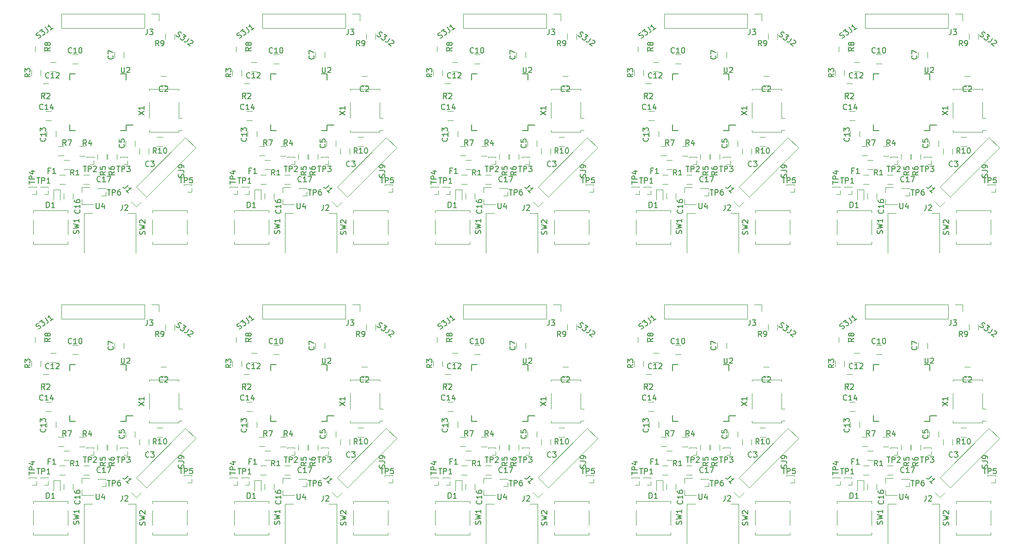
<source format=gto>
G04 #@! TF.FileFunction,Legend,Top*
%FSLAX46Y46*%
G04 Gerber Fmt 4.6, Leading zero omitted, Abs format (unit mm)*
G04 Created by KiCad (PCBNEW 4.0.6) date Fri Nov 17 13:30:40 2017*
%MOMM*%
%LPD*%
G01*
G04 APERTURE LIST*
%ADD10C,0.100000*%
%ADD11C,0.120000*%
%ADD12C,0.150000*%
G04 APERTURE END LIST*
D10*
D11*
X85504400Y-55053600D02*
X86504400Y-55053600D01*
X86504400Y-53353600D02*
X85504400Y-53353600D01*
X83247600Y-67606800D02*
X83247600Y-66606800D01*
X81547600Y-66606800D02*
X81547600Y-67606800D01*
X79033000Y-65159000D02*
X79033000Y-66159000D01*
X80733000Y-66159000D02*
X80733000Y-65159000D01*
X77001000Y-48903000D02*
X77001000Y-49903000D01*
X78701000Y-49903000D02*
X78701000Y-48903000D01*
X69350000Y-51015000D02*
X70350000Y-51015000D01*
X70350000Y-49315000D02*
X69350000Y-49315000D01*
X66222500Y-50775500D02*
X65222500Y-50775500D01*
X65222500Y-52475500D02*
X66222500Y-52475500D01*
X66255000Y-64381000D02*
X66255000Y-63381000D01*
X64555000Y-63381000D02*
X64555000Y-64381000D01*
X64397000Y-61429000D02*
X65397000Y-61429000D01*
X65397000Y-59729000D02*
X64397000Y-59729000D01*
X69430000Y-75811000D02*
X69430000Y-74811000D01*
X67730000Y-74811000D02*
X67730000Y-75811000D01*
X71382000Y-73113000D02*
X72382000Y-73113000D01*
X72382000Y-71413000D02*
X71382000Y-71413000D01*
X67021000Y-74161000D02*
X65821000Y-74161000D01*
X67021000Y-76011000D02*
X67021000Y-74161000D01*
X65821000Y-76011000D02*
X65821000Y-74161000D01*
X67937000Y-71413000D02*
X66937000Y-71413000D01*
X66937000Y-73113000D02*
X67937000Y-73113000D01*
X91887160Y-66457744D02*
X90006256Y-64576840D01*
X82864478Y-75480426D02*
X91887160Y-66457744D01*
X80983574Y-73599522D02*
X90006256Y-64576840D01*
X82864478Y-75480426D02*
X80983574Y-73599522D01*
X81966452Y-76378452D02*
X81026000Y-77318904D01*
X81026000Y-77318904D02*
X80085548Y-76378452D01*
X79450000Y-78450000D02*
X80950000Y-78450000D01*
X80950000Y-78450000D02*
X80950000Y-85710000D01*
X71450000Y-78450000D02*
X71450000Y-85710000D01*
X71450000Y-78450000D02*
X72950000Y-78450000D01*
X67250000Y-41850000D02*
X67250000Y-44510000D01*
X82550000Y-41850000D02*
X67250000Y-41850000D01*
X82550000Y-44510000D02*
X67250000Y-44510000D01*
X82550000Y-41850000D02*
X82550000Y-44510000D01*
X83820000Y-41850000D02*
X85150000Y-41850000D01*
X85150000Y-41850000D02*
X85150000Y-43180000D01*
X68724400Y-68695200D02*
X67724400Y-68695200D01*
X67724400Y-70395200D02*
X68724400Y-70395200D01*
X63889000Y-56349000D02*
X64889000Y-56349000D01*
X64889000Y-54649000D02*
X63889000Y-54649000D01*
X61761000Y-52205000D02*
X61761000Y-53205000D01*
X63461000Y-53205000D02*
X63461000Y-52205000D01*
X71620000Y-66231400D02*
X70620000Y-66231400D01*
X70620000Y-67931400D02*
X71620000Y-67931400D01*
X73876800Y-67597400D02*
X73876800Y-68597400D01*
X75576800Y-68597400D02*
X75576800Y-67597400D01*
X77405600Y-68597400D02*
X77405600Y-67597400D01*
X75705600Y-67597400D02*
X75705600Y-68597400D01*
X67683000Y-66206000D02*
X66683000Y-66206000D01*
X66683000Y-67906000D02*
X67683000Y-67906000D01*
X64172200Y-48861600D02*
X64172200Y-47861600D01*
X62472200Y-47861600D02*
X62472200Y-48861600D01*
X88048200Y-46550200D02*
X88048200Y-45550200D01*
X86348200Y-45550200D02*
X86348200Y-46550200D01*
X62128000Y-83676000D02*
X62128000Y-84126000D01*
X62128000Y-84126000D02*
X68428000Y-84126000D01*
X68428000Y-84126000D02*
X68428000Y-83726000D01*
X62128000Y-82376000D02*
X62128000Y-79676000D01*
X68428000Y-79676000D02*
X68428000Y-82376000D01*
X62128000Y-77926000D02*
X68428000Y-77926000D01*
X68428000Y-77926000D02*
X68428000Y-78376000D01*
X62128000Y-78376000D02*
X62128000Y-77926000D01*
X83972000Y-83676000D02*
X83972000Y-84126000D01*
X83972000Y-84126000D02*
X90272000Y-84126000D01*
X90272000Y-84126000D02*
X90272000Y-83726000D01*
X83972000Y-82376000D02*
X83972000Y-79676000D01*
X90272000Y-79676000D02*
X90272000Y-82376000D01*
X83972000Y-77926000D02*
X90272000Y-77926000D01*
X90272000Y-77926000D02*
X90272000Y-78376000D01*
X83972000Y-78376000D02*
X83972000Y-77926000D01*
X64830000Y-73610000D02*
X63440000Y-73610000D01*
X64830000Y-73610000D02*
X64830000Y-73735000D01*
X63440000Y-73610000D02*
X63440000Y-73735000D01*
X64830000Y-73610000D02*
X64743276Y-73610000D01*
X63526724Y-73610000D02*
X63440000Y-73610000D01*
X64830000Y-74295000D02*
X64830000Y-74980000D01*
X64830000Y-74980000D02*
X64135000Y-74980000D01*
X73237400Y-68149000D02*
X71847400Y-68149000D01*
X73237400Y-68149000D02*
X73237400Y-68274000D01*
X71847400Y-68149000D02*
X71847400Y-68274000D01*
X73237400Y-68149000D02*
X73150676Y-68149000D01*
X71934124Y-68149000D02*
X71847400Y-68149000D01*
X73237400Y-68834000D02*
X73237400Y-69519000D01*
X73237400Y-69519000D02*
X72542400Y-69519000D01*
X79384200Y-68149000D02*
X77994200Y-68149000D01*
X79384200Y-68149000D02*
X79384200Y-68274000D01*
X77994200Y-68149000D02*
X77994200Y-68274000D01*
X79384200Y-68149000D02*
X79297476Y-68149000D01*
X78080924Y-68149000D02*
X77994200Y-68149000D01*
X79384200Y-68834000D02*
X79384200Y-69519000D01*
X79384200Y-69519000D02*
X78689200Y-69519000D01*
X62671000Y-73610000D02*
X61281000Y-73610000D01*
X62671000Y-73610000D02*
X62671000Y-73735000D01*
X61281000Y-73610000D02*
X61281000Y-73735000D01*
X62671000Y-73610000D02*
X62584276Y-73610000D01*
X61367724Y-73610000D02*
X61281000Y-73610000D01*
X62671000Y-74295000D02*
X62671000Y-74980000D01*
X62671000Y-74980000D02*
X61976000Y-74980000D01*
X91119000Y-73229000D02*
X89729000Y-73229000D01*
X91119000Y-73229000D02*
X91119000Y-73354000D01*
X89729000Y-73229000D02*
X89729000Y-73354000D01*
X91119000Y-73229000D02*
X91032276Y-73229000D01*
X89815724Y-73229000D02*
X89729000Y-73229000D01*
X91119000Y-73914000D02*
X91119000Y-74599000D01*
X91119000Y-74599000D02*
X90424000Y-74599000D01*
X75371000Y-73864000D02*
X73981000Y-73864000D01*
X75371000Y-73864000D02*
X75371000Y-73989000D01*
X73981000Y-73864000D02*
X73981000Y-73989000D01*
X75371000Y-73864000D02*
X75284276Y-73864000D01*
X74067724Y-73864000D02*
X73981000Y-73864000D01*
X75371000Y-74549000D02*
X75371000Y-75234000D01*
X75371000Y-75234000D02*
X74676000Y-75234000D01*
D12*
X79152500Y-63277500D02*
X79152500Y-62327500D01*
X68802500Y-63277500D02*
X68802500Y-62227500D01*
X68802500Y-52927500D02*
X68802500Y-53977500D01*
X79152500Y-52927500D02*
X79152500Y-53977500D01*
X79152500Y-63277500D02*
X78102500Y-63277500D01*
X79152500Y-52927500D02*
X78102500Y-52927500D01*
X68802500Y-52927500D02*
X69852500Y-52927500D01*
X68802500Y-63277500D02*
X69852500Y-63277500D01*
X79152500Y-62327500D02*
X80427500Y-62327500D01*
D11*
X70995000Y-73731000D02*
X70995000Y-74661000D01*
X70995000Y-76891000D02*
X70995000Y-75961000D01*
X70995000Y-76891000D02*
X73155000Y-76891000D01*
X70995000Y-73731000D02*
X72455000Y-73731000D01*
X85818600Y-64529600D02*
X84818600Y-64529600D01*
X84818600Y-66229600D02*
X85818600Y-66229600D01*
X83342500Y-55986500D02*
X83342500Y-55676500D01*
X83342500Y-55676500D02*
X88742500Y-55676500D01*
X88742500Y-55676500D02*
X88742500Y-55986500D01*
X83342500Y-61066500D02*
X83342500Y-58186500D01*
X89342500Y-63266500D02*
X88742500Y-63266500D01*
X88742500Y-63266500D02*
X88742500Y-63576500D01*
X88742500Y-63576500D02*
X83342500Y-63576500D01*
X83342500Y-63576500D02*
X83342500Y-63266500D01*
X88742500Y-58186500D02*
X88742500Y-61066500D01*
X88742500Y-61066500D02*
X89342500Y-61066500D01*
X122334400Y-55053600D02*
X123334400Y-55053600D01*
X123334400Y-53353600D02*
X122334400Y-53353600D01*
X120077600Y-67606800D02*
X120077600Y-66606800D01*
X118377600Y-66606800D02*
X118377600Y-67606800D01*
X115863000Y-65159000D02*
X115863000Y-66159000D01*
X117563000Y-66159000D02*
X117563000Y-65159000D01*
X113831000Y-48903000D02*
X113831000Y-49903000D01*
X115531000Y-49903000D02*
X115531000Y-48903000D01*
X106180000Y-51015000D02*
X107180000Y-51015000D01*
X107180000Y-49315000D02*
X106180000Y-49315000D01*
X103052500Y-50775500D02*
X102052500Y-50775500D01*
X102052500Y-52475500D02*
X103052500Y-52475500D01*
X103085000Y-64381000D02*
X103085000Y-63381000D01*
X101385000Y-63381000D02*
X101385000Y-64381000D01*
X101227000Y-61429000D02*
X102227000Y-61429000D01*
X102227000Y-59729000D02*
X101227000Y-59729000D01*
X106260000Y-75811000D02*
X106260000Y-74811000D01*
X104560000Y-74811000D02*
X104560000Y-75811000D01*
X108212000Y-73113000D02*
X109212000Y-73113000D01*
X109212000Y-71413000D02*
X108212000Y-71413000D01*
X103851000Y-74161000D02*
X102651000Y-74161000D01*
X103851000Y-76011000D02*
X103851000Y-74161000D01*
X102651000Y-76011000D02*
X102651000Y-74161000D01*
X104767000Y-71413000D02*
X103767000Y-71413000D01*
X103767000Y-73113000D02*
X104767000Y-73113000D01*
X128717160Y-66457744D02*
X126836256Y-64576840D01*
X119694478Y-75480426D02*
X128717160Y-66457744D01*
X117813574Y-73599522D02*
X126836256Y-64576840D01*
X119694478Y-75480426D02*
X117813574Y-73599522D01*
X118796452Y-76378452D02*
X117856000Y-77318904D01*
X117856000Y-77318904D02*
X116915548Y-76378452D01*
X116280000Y-78450000D02*
X117780000Y-78450000D01*
X117780000Y-78450000D02*
X117780000Y-85710000D01*
X108280000Y-78450000D02*
X108280000Y-85710000D01*
X108280000Y-78450000D02*
X109780000Y-78450000D01*
X104080000Y-41850000D02*
X104080000Y-44510000D01*
X119380000Y-41850000D02*
X104080000Y-41850000D01*
X119380000Y-44510000D02*
X104080000Y-44510000D01*
X119380000Y-41850000D02*
X119380000Y-44510000D01*
X120650000Y-41850000D02*
X121980000Y-41850000D01*
X121980000Y-41850000D02*
X121980000Y-43180000D01*
X105554400Y-68695200D02*
X104554400Y-68695200D01*
X104554400Y-70395200D02*
X105554400Y-70395200D01*
X100719000Y-56349000D02*
X101719000Y-56349000D01*
X101719000Y-54649000D02*
X100719000Y-54649000D01*
X98591000Y-52205000D02*
X98591000Y-53205000D01*
X100291000Y-53205000D02*
X100291000Y-52205000D01*
X108450000Y-66231400D02*
X107450000Y-66231400D01*
X107450000Y-67931400D02*
X108450000Y-67931400D01*
X110706800Y-67597400D02*
X110706800Y-68597400D01*
X112406800Y-68597400D02*
X112406800Y-67597400D01*
X114235600Y-68597400D02*
X114235600Y-67597400D01*
X112535600Y-67597400D02*
X112535600Y-68597400D01*
X104513000Y-66206000D02*
X103513000Y-66206000D01*
X103513000Y-67906000D02*
X104513000Y-67906000D01*
X101002200Y-48861600D02*
X101002200Y-47861600D01*
X99302200Y-47861600D02*
X99302200Y-48861600D01*
X124878200Y-46550200D02*
X124878200Y-45550200D01*
X123178200Y-45550200D02*
X123178200Y-46550200D01*
X98958000Y-83676000D02*
X98958000Y-84126000D01*
X98958000Y-84126000D02*
X105258000Y-84126000D01*
X105258000Y-84126000D02*
X105258000Y-83726000D01*
X98958000Y-82376000D02*
X98958000Y-79676000D01*
X105258000Y-79676000D02*
X105258000Y-82376000D01*
X98958000Y-77926000D02*
X105258000Y-77926000D01*
X105258000Y-77926000D02*
X105258000Y-78376000D01*
X98958000Y-78376000D02*
X98958000Y-77926000D01*
X120802000Y-83676000D02*
X120802000Y-84126000D01*
X120802000Y-84126000D02*
X127102000Y-84126000D01*
X127102000Y-84126000D02*
X127102000Y-83726000D01*
X120802000Y-82376000D02*
X120802000Y-79676000D01*
X127102000Y-79676000D02*
X127102000Y-82376000D01*
X120802000Y-77926000D02*
X127102000Y-77926000D01*
X127102000Y-77926000D02*
X127102000Y-78376000D01*
X120802000Y-78376000D02*
X120802000Y-77926000D01*
X101660000Y-73610000D02*
X100270000Y-73610000D01*
X101660000Y-73610000D02*
X101660000Y-73735000D01*
X100270000Y-73610000D02*
X100270000Y-73735000D01*
X101660000Y-73610000D02*
X101573276Y-73610000D01*
X100356724Y-73610000D02*
X100270000Y-73610000D01*
X101660000Y-74295000D02*
X101660000Y-74980000D01*
X101660000Y-74980000D02*
X100965000Y-74980000D01*
X110067400Y-68149000D02*
X108677400Y-68149000D01*
X110067400Y-68149000D02*
X110067400Y-68274000D01*
X108677400Y-68149000D02*
X108677400Y-68274000D01*
X110067400Y-68149000D02*
X109980676Y-68149000D01*
X108764124Y-68149000D02*
X108677400Y-68149000D01*
X110067400Y-68834000D02*
X110067400Y-69519000D01*
X110067400Y-69519000D02*
X109372400Y-69519000D01*
X116214200Y-68149000D02*
X114824200Y-68149000D01*
X116214200Y-68149000D02*
X116214200Y-68274000D01*
X114824200Y-68149000D02*
X114824200Y-68274000D01*
X116214200Y-68149000D02*
X116127476Y-68149000D01*
X114910924Y-68149000D02*
X114824200Y-68149000D01*
X116214200Y-68834000D02*
X116214200Y-69519000D01*
X116214200Y-69519000D02*
X115519200Y-69519000D01*
X99501000Y-73610000D02*
X98111000Y-73610000D01*
X99501000Y-73610000D02*
X99501000Y-73735000D01*
X98111000Y-73610000D02*
X98111000Y-73735000D01*
X99501000Y-73610000D02*
X99414276Y-73610000D01*
X98197724Y-73610000D02*
X98111000Y-73610000D01*
X99501000Y-74295000D02*
X99501000Y-74980000D01*
X99501000Y-74980000D02*
X98806000Y-74980000D01*
X127949000Y-73229000D02*
X126559000Y-73229000D01*
X127949000Y-73229000D02*
X127949000Y-73354000D01*
X126559000Y-73229000D02*
X126559000Y-73354000D01*
X127949000Y-73229000D02*
X127862276Y-73229000D01*
X126645724Y-73229000D02*
X126559000Y-73229000D01*
X127949000Y-73914000D02*
X127949000Y-74599000D01*
X127949000Y-74599000D02*
X127254000Y-74599000D01*
X112201000Y-73864000D02*
X110811000Y-73864000D01*
X112201000Y-73864000D02*
X112201000Y-73989000D01*
X110811000Y-73864000D02*
X110811000Y-73989000D01*
X112201000Y-73864000D02*
X112114276Y-73864000D01*
X110897724Y-73864000D02*
X110811000Y-73864000D01*
X112201000Y-74549000D02*
X112201000Y-75234000D01*
X112201000Y-75234000D02*
X111506000Y-75234000D01*
D12*
X115982500Y-63277500D02*
X115982500Y-62327500D01*
X105632500Y-63277500D02*
X105632500Y-62227500D01*
X105632500Y-52927500D02*
X105632500Y-53977500D01*
X115982500Y-52927500D02*
X115982500Y-53977500D01*
X115982500Y-63277500D02*
X114932500Y-63277500D01*
X115982500Y-52927500D02*
X114932500Y-52927500D01*
X105632500Y-52927500D02*
X106682500Y-52927500D01*
X105632500Y-63277500D02*
X106682500Y-63277500D01*
X115982500Y-62327500D02*
X117257500Y-62327500D01*
D11*
X107825000Y-73731000D02*
X107825000Y-74661000D01*
X107825000Y-76891000D02*
X107825000Y-75961000D01*
X107825000Y-76891000D02*
X109985000Y-76891000D01*
X107825000Y-73731000D02*
X109285000Y-73731000D01*
X122648600Y-64529600D02*
X121648600Y-64529600D01*
X121648600Y-66229600D02*
X122648600Y-66229600D01*
X120172500Y-55986500D02*
X120172500Y-55676500D01*
X120172500Y-55676500D02*
X125572500Y-55676500D01*
X125572500Y-55676500D02*
X125572500Y-55986500D01*
X120172500Y-61066500D02*
X120172500Y-58186500D01*
X126172500Y-63266500D02*
X125572500Y-63266500D01*
X125572500Y-63266500D02*
X125572500Y-63576500D01*
X125572500Y-63576500D02*
X120172500Y-63576500D01*
X120172500Y-63576500D02*
X120172500Y-63266500D01*
X125572500Y-58186500D02*
X125572500Y-61066500D01*
X125572500Y-61066500D02*
X126172500Y-61066500D01*
X159164400Y-55053600D02*
X160164400Y-55053600D01*
X160164400Y-53353600D02*
X159164400Y-53353600D01*
X156907600Y-67606800D02*
X156907600Y-66606800D01*
X155207600Y-66606800D02*
X155207600Y-67606800D01*
X152693000Y-65159000D02*
X152693000Y-66159000D01*
X154393000Y-66159000D02*
X154393000Y-65159000D01*
X150661000Y-48903000D02*
X150661000Y-49903000D01*
X152361000Y-49903000D02*
X152361000Y-48903000D01*
X143010000Y-51015000D02*
X144010000Y-51015000D01*
X144010000Y-49315000D02*
X143010000Y-49315000D01*
X139882500Y-50775500D02*
X138882500Y-50775500D01*
X138882500Y-52475500D02*
X139882500Y-52475500D01*
X139915000Y-64381000D02*
X139915000Y-63381000D01*
X138215000Y-63381000D02*
X138215000Y-64381000D01*
X138057000Y-61429000D02*
X139057000Y-61429000D01*
X139057000Y-59729000D02*
X138057000Y-59729000D01*
X143090000Y-75811000D02*
X143090000Y-74811000D01*
X141390000Y-74811000D02*
X141390000Y-75811000D01*
X145042000Y-73113000D02*
X146042000Y-73113000D01*
X146042000Y-71413000D02*
X145042000Y-71413000D01*
X140681000Y-74161000D02*
X139481000Y-74161000D01*
X140681000Y-76011000D02*
X140681000Y-74161000D01*
X139481000Y-76011000D02*
X139481000Y-74161000D01*
X141597000Y-71413000D02*
X140597000Y-71413000D01*
X140597000Y-73113000D02*
X141597000Y-73113000D01*
X165547160Y-66457744D02*
X163666256Y-64576840D01*
X156524478Y-75480426D02*
X165547160Y-66457744D01*
X154643574Y-73599522D02*
X163666256Y-64576840D01*
X156524478Y-75480426D02*
X154643574Y-73599522D01*
X155626452Y-76378452D02*
X154686000Y-77318904D01*
X154686000Y-77318904D02*
X153745548Y-76378452D01*
X153110000Y-78450000D02*
X154610000Y-78450000D01*
X154610000Y-78450000D02*
X154610000Y-85710000D01*
X145110000Y-78450000D02*
X145110000Y-85710000D01*
X145110000Y-78450000D02*
X146610000Y-78450000D01*
X140910000Y-41850000D02*
X140910000Y-44510000D01*
X156210000Y-41850000D02*
X140910000Y-41850000D01*
X156210000Y-44510000D02*
X140910000Y-44510000D01*
X156210000Y-41850000D02*
X156210000Y-44510000D01*
X157480000Y-41850000D02*
X158810000Y-41850000D01*
X158810000Y-41850000D02*
X158810000Y-43180000D01*
X142384400Y-68695200D02*
X141384400Y-68695200D01*
X141384400Y-70395200D02*
X142384400Y-70395200D01*
X137549000Y-56349000D02*
X138549000Y-56349000D01*
X138549000Y-54649000D02*
X137549000Y-54649000D01*
X135421000Y-52205000D02*
X135421000Y-53205000D01*
X137121000Y-53205000D02*
X137121000Y-52205000D01*
X145280000Y-66231400D02*
X144280000Y-66231400D01*
X144280000Y-67931400D02*
X145280000Y-67931400D01*
X147536800Y-67597400D02*
X147536800Y-68597400D01*
X149236800Y-68597400D02*
X149236800Y-67597400D01*
X151065600Y-68597400D02*
X151065600Y-67597400D01*
X149365600Y-67597400D02*
X149365600Y-68597400D01*
X141343000Y-66206000D02*
X140343000Y-66206000D01*
X140343000Y-67906000D02*
X141343000Y-67906000D01*
X137832200Y-48861600D02*
X137832200Y-47861600D01*
X136132200Y-47861600D02*
X136132200Y-48861600D01*
X161708200Y-46550200D02*
X161708200Y-45550200D01*
X160008200Y-45550200D02*
X160008200Y-46550200D01*
X135788000Y-83676000D02*
X135788000Y-84126000D01*
X135788000Y-84126000D02*
X142088000Y-84126000D01*
X142088000Y-84126000D02*
X142088000Y-83726000D01*
X135788000Y-82376000D02*
X135788000Y-79676000D01*
X142088000Y-79676000D02*
X142088000Y-82376000D01*
X135788000Y-77926000D02*
X142088000Y-77926000D01*
X142088000Y-77926000D02*
X142088000Y-78376000D01*
X135788000Y-78376000D02*
X135788000Y-77926000D01*
X157632000Y-83676000D02*
X157632000Y-84126000D01*
X157632000Y-84126000D02*
X163932000Y-84126000D01*
X163932000Y-84126000D02*
X163932000Y-83726000D01*
X157632000Y-82376000D02*
X157632000Y-79676000D01*
X163932000Y-79676000D02*
X163932000Y-82376000D01*
X157632000Y-77926000D02*
X163932000Y-77926000D01*
X163932000Y-77926000D02*
X163932000Y-78376000D01*
X157632000Y-78376000D02*
X157632000Y-77926000D01*
X138490000Y-73610000D02*
X137100000Y-73610000D01*
X138490000Y-73610000D02*
X138490000Y-73735000D01*
X137100000Y-73610000D02*
X137100000Y-73735000D01*
X138490000Y-73610000D02*
X138403276Y-73610000D01*
X137186724Y-73610000D02*
X137100000Y-73610000D01*
X138490000Y-74295000D02*
X138490000Y-74980000D01*
X138490000Y-74980000D02*
X137795000Y-74980000D01*
X146897400Y-68149000D02*
X145507400Y-68149000D01*
X146897400Y-68149000D02*
X146897400Y-68274000D01*
X145507400Y-68149000D02*
X145507400Y-68274000D01*
X146897400Y-68149000D02*
X146810676Y-68149000D01*
X145594124Y-68149000D02*
X145507400Y-68149000D01*
X146897400Y-68834000D02*
X146897400Y-69519000D01*
X146897400Y-69519000D02*
X146202400Y-69519000D01*
X153044200Y-68149000D02*
X151654200Y-68149000D01*
X153044200Y-68149000D02*
X153044200Y-68274000D01*
X151654200Y-68149000D02*
X151654200Y-68274000D01*
X153044200Y-68149000D02*
X152957476Y-68149000D01*
X151740924Y-68149000D02*
X151654200Y-68149000D01*
X153044200Y-68834000D02*
X153044200Y-69519000D01*
X153044200Y-69519000D02*
X152349200Y-69519000D01*
X136331000Y-73610000D02*
X134941000Y-73610000D01*
X136331000Y-73610000D02*
X136331000Y-73735000D01*
X134941000Y-73610000D02*
X134941000Y-73735000D01*
X136331000Y-73610000D02*
X136244276Y-73610000D01*
X135027724Y-73610000D02*
X134941000Y-73610000D01*
X136331000Y-74295000D02*
X136331000Y-74980000D01*
X136331000Y-74980000D02*
X135636000Y-74980000D01*
X164779000Y-73229000D02*
X163389000Y-73229000D01*
X164779000Y-73229000D02*
X164779000Y-73354000D01*
X163389000Y-73229000D02*
X163389000Y-73354000D01*
X164779000Y-73229000D02*
X164692276Y-73229000D01*
X163475724Y-73229000D02*
X163389000Y-73229000D01*
X164779000Y-73914000D02*
X164779000Y-74599000D01*
X164779000Y-74599000D02*
X164084000Y-74599000D01*
X149031000Y-73864000D02*
X147641000Y-73864000D01*
X149031000Y-73864000D02*
X149031000Y-73989000D01*
X147641000Y-73864000D02*
X147641000Y-73989000D01*
X149031000Y-73864000D02*
X148944276Y-73864000D01*
X147727724Y-73864000D02*
X147641000Y-73864000D01*
X149031000Y-74549000D02*
X149031000Y-75234000D01*
X149031000Y-75234000D02*
X148336000Y-75234000D01*
D12*
X152812500Y-63277500D02*
X152812500Y-62327500D01*
X142462500Y-63277500D02*
X142462500Y-62227500D01*
X142462500Y-52927500D02*
X142462500Y-53977500D01*
X152812500Y-52927500D02*
X152812500Y-53977500D01*
X152812500Y-63277500D02*
X151762500Y-63277500D01*
X152812500Y-52927500D02*
X151762500Y-52927500D01*
X142462500Y-52927500D02*
X143512500Y-52927500D01*
X142462500Y-63277500D02*
X143512500Y-63277500D01*
X152812500Y-62327500D02*
X154087500Y-62327500D01*
D11*
X144655000Y-73731000D02*
X144655000Y-74661000D01*
X144655000Y-76891000D02*
X144655000Y-75961000D01*
X144655000Y-76891000D02*
X146815000Y-76891000D01*
X144655000Y-73731000D02*
X146115000Y-73731000D01*
X159478600Y-64529600D02*
X158478600Y-64529600D01*
X158478600Y-66229600D02*
X159478600Y-66229600D01*
X157002500Y-55986500D02*
X157002500Y-55676500D01*
X157002500Y-55676500D02*
X162402500Y-55676500D01*
X162402500Y-55676500D02*
X162402500Y-55986500D01*
X157002500Y-61066500D02*
X157002500Y-58186500D01*
X163002500Y-63266500D02*
X162402500Y-63266500D01*
X162402500Y-63266500D02*
X162402500Y-63576500D01*
X162402500Y-63576500D02*
X157002500Y-63576500D01*
X157002500Y-63576500D02*
X157002500Y-63266500D01*
X162402500Y-58186500D02*
X162402500Y-61066500D01*
X162402500Y-61066500D02*
X163002500Y-61066500D01*
X195994400Y-55053600D02*
X196994400Y-55053600D01*
X196994400Y-53353600D02*
X195994400Y-53353600D01*
X193737600Y-67606800D02*
X193737600Y-66606800D01*
X192037600Y-66606800D02*
X192037600Y-67606800D01*
X189523000Y-65159000D02*
X189523000Y-66159000D01*
X191223000Y-66159000D02*
X191223000Y-65159000D01*
X187491000Y-48903000D02*
X187491000Y-49903000D01*
X189191000Y-49903000D02*
X189191000Y-48903000D01*
X179840000Y-51015000D02*
X180840000Y-51015000D01*
X180840000Y-49315000D02*
X179840000Y-49315000D01*
X176712500Y-50775500D02*
X175712500Y-50775500D01*
X175712500Y-52475500D02*
X176712500Y-52475500D01*
X176745000Y-64381000D02*
X176745000Y-63381000D01*
X175045000Y-63381000D02*
X175045000Y-64381000D01*
X174887000Y-61429000D02*
X175887000Y-61429000D01*
X175887000Y-59729000D02*
X174887000Y-59729000D01*
X179920000Y-75811000D02*
X179920000Y-74811000D01*
X178220000Y-74811000D02*
X178220000Y-75811000D01*
X181872000Y-73113000D02*
X182872000Y-73113000D01*
X182872000Y-71413000D02*
X181872000Y-71413000D01*
X177511000Y-74161000D02*
X176311000Y-74161000D01*
X177511000Y-76011000D02*
X177511000Y-74161000D01*
X176311000Y-76011000D02*
X176311000Y-74161000D01*
X178427000Y-71413000D02*
X177427000Y-71413000D01*
X177427000Y-73113000D02*
X178427000Y-73113000D01*
X202377160Y-66457744D02*
X200496256Y-64576840D01*
X193354478Y-75480426D02*
X202377160Y-66457744D01*
X191473574Y-73599522D02*
X200496256Y-64576840D01*
X193354478Y-75480426D02*
X191473574Y-73599522D01*
X192456452Y-76378452D02*
X191516000Y-77318904D01*
X191516000Y-77318904D02*
X190575548Y-76378452D01*
X189940000Y-78450000D02*
X191440000Y-78450000D01*
X191440000Y-78450000D02*
X191440000Y-85710000D01*
X181940000Y-78450000D02*
X181940000Y-85710000D01*
X181940000Y-78450000D02*
X183440000Y-78450000D01*
X177740000Y-41850000D02*
X177740000Y-44510000D01*
X193040000Y-41850000D02*
X177740000Y-41850000D01*
X193040000Y-44510000D02*
X177740000Y-44510000D01*
X193040000Y-41850000D02*
X193040000Y-44510000D01*
X194310000Y-41850000D02*
X195640000Y-41850000D01*
X195640000Y-41850000D02*
X195640000Y-43180000D01*
X179214400Y-68695200D02*
X178214400Y-68695200D01*
X178214400Y-70395200D02*
X179214400Y-70395200D01*
X174379000Y-56349000D02*
X175379000Y-56349000D01*
X175379000Y-54649000D02*
X174379000Y-54649000D01*
X172251000Y-52205000D02*
X172251000Y-53205000D01*
X173951000Y-53205000D02*
X173951000Y-52205000D01*
X182110000Y-66231400D02*
X181110000Y-66231400D01*
X181110000Y-67931400D02*
X182110000Y-67931400D01*
X184366800Y-67597400D02*
X184366800Y-68597400D01*
X186066800Y-68597400D02*
X186066800Y-67597400D01*
X187895600Y-68597400D02*
X187895600Y-67597400D01*
X186195600Y-67597400D02*
X186195600Y-68597400D01*
X178173000Y-66206000D02*
X177173000Y-66206000D01*
X177173000Y-67906000D02*
X178173000Y-67906000D01*
X174662200Y-48861600D02*
X174662200Y-47861600D01*
X172962200Y-47861600D02*
X172962200Y-48861600D01*
X198538200Y-46550200D02*
X198538200Y-45550200D01*
X196838200Y-45550200D02*
X196838200Y-46550200D01*
X172618000Y-83676000D02*
X172618000Y-84126000D01*
X172618000Y-84126000D02*
X178918000Y-84126000D01*
X178918000Y-84126000D02*
X178918000Y-83726000D01*
X172618000Y-82376000D02*
X172618000Y-79676000D01*
X178918000Y-79676000D02*
X178918000Y-82376000D01*
X172618000Y-77926000D02*
X178918000Y-77926000D01*
X178918000Y-77926000D02*
X178918000Y-78376000D01*
X172618000Y-78376000D02*
X172618000Y-77926000D01*
X194462000Y-83676000D02*
X194462000Y-84126000D01*
X194462000Y-84126000D02*
X200762000Y-84126000D01*
X200762000Y-84126000D02*
X200762000Y-83726000D01*
X194462000Y-82376000D02*
X194462000Y-79676000D01*
X200762000Y-79676000D02*
X200762000Y-82376000D01*
X194462000Y-77926000D02*
X200762000Y-77926000D01*
X200762000Y-77926000D02*
X200762000Y-78376000D01*
X194462000Y-78376000D02*
X194462000Y-77926000D01*
X175320000Y-73610000D02*
X173930000Y-73610000D01*
X175320000Y-73610000D02*
X175320000Y-73735000D01*
X173930000Y-73610000D02*
X173930000Y-73735000D01*
X175320000Y-73610000D02*
X175233276Y-73610000D01*
X174016724Y-73610000D02*
X173930000Y-73610000D01*
X175320000Y-74295000D02*
X175320000Y-74980000D01*
X175320000Y-74980000D02*
X174625000Y-74980000D01*
X183727400Y-68149000D02*
X182337400Y-68149000D01*
X183727400Y-68149000D02*
X183727400Y-68274000D01*
X182337400Y-68149000D02*
X182337400Y-68274000D01*
X183727400Y-68149000D02*
X183640676Y-68149000D01*
X182424124Y-68149000D02*
X182337400Y-68149000D01*
X183727400Y-68834000D02*
X183727400Y-69519000D01*
X183727400Y-69519000D02*
X183032400Y-69519000D01*
X189874200Y-68149000D02*
X188484200Y-68149000D01*
X189874200Y-68149000D02*
X189874200Y-68274000D01*
X188484200Y-68149000D02*
X188484200Y-68274000D01*
X189874200Y-68149000D02*
X189787476Y-68149000D01*
X188570924Y-68149000D02*
X188484200Y-68149000D01*
X189874200Y-68834000D02*
X189874200Y-69519000D01*
X189874200Y-69519000D02*
X189179200Y-69519000D01*
X173161000Y-73610000D02*
X171771000Y-73610000D01*
X173161000Y-73610000D02*
X173161000Y-73735000D01*
X171771000Y-73610000D02*
X171771000Y-73735000D01*
X173161000Y-73610000D02*
X173074276Y-73610000D01*
X171857724Y-73610000D02*
X171771000Y-73610000D01*
X173161000Y-74295000D02*
X173161000Y-74980000D01*
X173161000Y-74980000D02*
X172466000Y-74980000D01*
X201609000Y-73229000D02*
X200219000Y-73229000D01*
X201609000Y-73229000D02*
X201609000Y-73354000D01*
X200219000Y-73229000D02*
X200219000Y-73354000D01*
X201609000Y-73229000D02*
X201522276Y-73229000D01*
X200305724Y-73229000D02*
X200219000Y-73229000D01*
X201609000Y-73914000D02*
X201609000Y-74599000D01*
X201609000Y-74599000D02*
X200914000Y-74599000D01*
X185861000Y-73864000D02*
X184471000Y-73864000D01*
X185861000Y-73864000D02*
X185861000Y-73989000D01*
X184471000Y-73864000D02*
X184471000Y-73989000D01*
X185861000Y-73864000D02*
X185774276Y-73864000D01*
X184557724Y-73864000D02*
X184471000Y-73864000D01*
X185861000Y-74549000D02*
X185861000Y-75234000D01*
X185861000Y-75234000D02*
X185166000Y-75234000D01*
D12*
X189642500Y-63277500D02*
X189642500Y-62327500D01*
X179292500Y-63277500D02*
X179292500Y-62227500D01*
X179292500Y-52927500D02*
X179292500Y-53977500D01*
X189642500Y-52927500D02*
X189642500Y-53977500D01*
X189642500Y-63277500D02*
X188592500Y-63277500D01*
X189642500Y-52927500D02*
X188592500Y-52927500D01*
X179292500Y-52927500D02*
X180342500Y-52927500D01*
X179292500Y-63277500D02*
X180342500Y-63277500D01*
X189642500Y-62327500D02*
X190917500Y-62327500D01*
D11*
X181485000Y-73731000D02*
X181485000Y-74661000D01*
X181485000Y-76891000D02*
X181485000Y-75961000D01*
X181485000Y-76891000D02*
X183645000Y-76891000D01*
X181485000Y-73731000D02*
X182945000Y-73731000D01*
X196308600Y-64529600D02*
X195308600Y-64529600D01*
X195308600Y-66229600D02*
X196308600Y-66229600D01*
X193832500Y-55986500D02*
X193832500Y-55676500D01*
X193832500Y-55676500D02*
X199232500Y-55676500D01*
X199232500Y-55676500D02*
X199232500Y-55986500D01*
X193832500Y-61066500D02*
X193832500Y-58186500D01*
X199832500Y-63266500D02*
X199232500Y-63266500D01*
X199232500Y-63266500D02*
X199232500Y-63576500D01*
X199232500Y-63576500D02*
X193832500Y-63576500D01*
X193832500Y-63576500D02*
X193832500Y-63266500D01*
X199232500Y-58186500D02*
X199232500Y-61066500D01*
X199232500Y-61066500D02*
X199832500Y-61066500D01*
X232824400Y-55053600D02*
X233824400Y-55053600D01*
X233824400Y-53353600D02*
X232824400Y-53353600D01*
X230567600Y-67606800D02*
X230567600Y-66606800D01*
X228867600Y-66606800D02*
X228867600Y-67606800D01*
X226353000Y-65159000D02*
X226353000Y-66159000D01*
X228053000Y-66159000D02*
X228053000Y-65159000D01*
X224321000Y-48903000D02*
X224321000Y-49903000D01*
X226021000Y-49903000D02*
X226021000Y-48903000D01*
X216670000Y-51015000D02*
X217670000Y-51015000D01*
X217670000Y-49315000D02*
X216670000Y-49315000D01*
X213542500Y-50775500D02*
X212542500Y-50775500D01*
X212542500Y-52475500D02*
X213542500Y-52475500D01*
X213575000Y-64381000D02*
X213575000Y-63381000D01*
X211875000Y-63381000D02*
X211875000Y-64381000D01*
X211717000Y-61429000D02*
X212717000Y-61429000D01*
X212717000Y-59729000D02*
X211717000Y-59729000D01*
X216750000Y-75811000D02*
X216750000Y-74811000D01*
X215050000Y-74811000D02*
X215050000Y-75811000D01*
X218702000Y-73113000D02*
X219702000Y-73113000D01*
X219702000Y-71413000D02*
X218702000Y-71413000D01*
X214341000Y-74161000D02*
X213141000Y-74161000D01*
X214341000Y-76011000D02*
X214341000Y-74161000D01*
X213141000Y-76011000D02*
X213141000Y-74161000D01*
X215257000Y-71413000D02*
X214257000Y-71413000D01*
X214257000Y-73113000D02*
X215257000Y-73113000D01*
X239207160Y-66457744D02*
X237326256Y-64576840D01*
X230184478Y-75480426D02*
X239207160Y-66457744D01*
X228303574Y-73599522D02*
X237326256Y-64576840D01*
X230184478Y-75480426D02*
X228303574Y-73599522D01*
X229286452Y-76378452D02*
X228346000Y-77318904D01*
X228346000Y-77318904D02*
X227405548Y-76378452D01*
X226770000Y-78450000D02*
X228270000Y-78450000D01*
X228270000Y-78450000D02*
X228270000Y-85710000D01*
X218770000Y-78450000D02*
X218770000Y-85710000D01*
X218770000Y-78450000D02*
X220270000Y-78450000D01*
X214570000Y-41850000D02*
X214570000Y-44510000D01*
X229870000Y-41850000D02*
X214570000Y-41850000D01*
X229870000Y-44510000D02*
X214570000Y-44510000D01*
X229870000Y-41850000D02*
X229870000Y-44510000D01*
X231140000Y-41850000D02*
X232470000Y-41850000D01*
X232470000Y-41850000D02*
X232470000Y-43180000D01*
X216044400Y-68695200D02*
X215044400Y-68695200D01*
X215044400Y-70395200D02*
X216044400Y-70395200D01*
X211209000Y-56349000D02*
X212209000Y-56349000D01*
X212209000Y-54649000D02*
X211209000Y-54649000D01*
X209081000Y-52205000D02*
X209081000Y-53205000D01*
X210781000Y-53205000D02*
X210781000Y-52205000D01*
X218940000Y-66231400D02*
X217940000Y-66231400D01*
X217940000Y-67931400D02*
X218940000Y-67931400D01*
X221196800Y-67597400D02*
X221196800Y-68597400D01*
X222896800Y-68597400D02*
X222896800Y-67597400D01*
X224725600Y-68597400D02*
X224725600Y-67597400D01*
X223025600Y-67597400D02*
X223025600Y-68597400D01*
X215003000Y-66206000D02*
X214003000Y-66206000D01*
X214003000Y-67906000D02*
X215003000Y-67906000D01*
X211492200Y-48861600D02*
X211492200Y-47861600D01*
X209792200Y-47861600D02*
X209792200Y-48861600D01*
X235368200Y-46550200D02*
X235368200Y-45550200D01*
X233668200Y-45550200D02*
X233668200Y-46550200D01*
X209448000Y-83676000D02*
X209448000Y-84126000D01*
X209448000Y-84126000D02*
X215748000Y-84126000D01*
X215748000Y-84126000D02*
X215748000Y-83726000D01*
X209448000Y-82376000D02*
X209448000Y-79676000D01*
X215748000Y-79676000D02*
X215748000Y-82376000D01*
X209448000Y-77926000D02*
X215748000Y-77926000D01*
X215748000Y-77926000D02*
X215748000Y-78376000D01*
X209448000Y-78376000D02*
X209448000Y-77926000D01*
X231292000Y-83676000D02*
X231292000Y-84126000D01*
X231292000Y-84126000D02*
X237592000Y-84126000D01*
X237592000Y-84126000D02*
X237592000Y-83726000D01*
X231292000Y-82376000D02*
X231292000Y-79676000D01*
X237592000Y-79676000D02*
X237592000Y-82376000D01*
X231292000Y-77926000D02*
X237592000Y-77926000D01*
X237592000Y-77926000D02*
X237592000Y-78376000D01*
X231292000Y-78376000D02*
X231292000Y-77926000D01*
X212150000Y-73610000D02*
X210760000Y-73610000D01*
X212150000Y-73610000D02*
X212150000Y-73735000D01*
X210760000Y-73610000D02*
X210760000Y-73735000D01*
X212150000Y-73610000D02*
X212063276Y-73610000D01*
X210846724Y-73610000D02*
X210760000Y-73610000D01*
X212150000Y-74295000D02*
X212150000Y-74980000D01*
X212150000Y-74980000D02*
X211455000Y-74980000D01*
X220557400Y-68149000D02*
X219167400Y-68149000D01*
X220557400Y-68149000D02*
X220557400Y-68274000D01*
X219167400Y-68149000D02*
X219167400Y-68274000D01*
X220557400Y-68149000D02*
X220470676Y-68149000D01*
X219254124Y-68149000D02*
X219167400Y-68149000D01*
X220557400Y-68834000D02*
X220557400Y-69519000D01*
X220557400Y-69519000D02*
X219862400Y-69519000D01*
X226704200Y-68149000D02*
X225314200Y-68149000D01*
X226704200Y-68149000D02*
X226704200Y-68274000D01*
X225314200Y-68149000D02*
X225314200Y-68274000D01*
X226704200Y-68149000D02*
X226617476Y-68149000D01*
X225400924Y-68149000D02*
X225314200Y-68149000D01*
X226704200Y-68834000D02*
X226704200Y-69519000D01*
X226704200Y-69519000D02*
X226009200Y-69519000D01*
X209991000Y-73610000D02*
X208601000Y-73610000D01*
X209991000Y-73610000D02*
X209991000Y-73735000D01*
X208601000Y-73610000D02*
X208601000Y-73735000D01*
X209991000Y-73610000D02*
X209904276Y-73610000D01*
X208687724Y-73610000D02*
X208601000Y-73610000D01*
X209991000Y-74295000D02*
X209991000Y-74980000D01*
X209991000Y-74980000D02*
X209296000Y-74980000D01*
X238439000Y-73229000D02*
X237049000Y-73229000D01*
X238439000Y-73229000D02*
X238439000Y-73354000D01*
X237049000Y-73229000D02*
X237049000Y-73354000D01*
X238439000Y-73229000D02*
X238352276Y-73229000D01*
X237135724Y-73229000D02*
X237049000Y-73229000D01*
X238439000Y-73914000D02*
X238439000Y-74599000D01*
X238439000Y-74599000D02*
X237744000Y-74599000D01*
X222691000Y-73864000D02*
X221301000Y-73864000D01*
X222691000Y-73864000D02*
X222691000Y-73989000D01*
X221301000Y-73864000D02*
X221301000Y-73989000D01*
X222691000Y-73864000D02*
X222604276Y-73864000D01*
X221387724Y-73864000D02*
X221301000Y-73864000D01*
X222691000Y-74549000D02*
X222691000Y-75234000D01*
X222691000Y-75234000D02*
X221996000Y-75234000D01*
D12*
X226472500Y-63277500D02*
X226472500Y-62327500D01*
X216122500Y-63277500D02*
X216122500Y-62227500D01*
X216122500Y-52927500D02*
X216122500Y-53977500D01*
X226472500Y-52927500D02*
X226472500Y-53977500D01*
X226472500Y-63277500D02*
X225422500Y-63277500D01*
X226472500Y-52927500D02*
X225422500Y-52927500D01*
X216122500Y-52927500D02*
X217172500Y-52927500D01*
X216122500Y-63277500D02*
X217172500Y-63277500D01*
X226472500Y-62327500D02*
X227747500Y-62327500D01*
D11*
X218315000Y-73731000D02*
X218315000Y-74661000D01*
X218315000Y-76891000D02*
X218315000Y-75961000D01*
X218315000Y-76891000D02*
X220475000Y-76891000D01*
X218315000Y-73731000D02*
X219775000Y-73731000D01*
X233138600Y-64529600D02*
X232138600Y-64529600D01*
X232138600Y-66229600D02*
X233138600Y-66229600D01*
X230662500Y-55986500D02*
X230662500Y-55676500D01*
X230662500Y-55676500D02*
X236062500Y-55676500D01*
X236062500Y-55676500D02*
X236062500Y-55986500D01*
X230662500Y-61066500D02*
X230662500Y-58186500D01*
X236662500Y-63266500D02*
X236062500Y-63266500D01*
X236062500Y-63266500D02*
X236062500Y-63576500D01*
X236062500Y-63576500D02*
X230662500Y-63576500D01*
X230662500Y-63576500D02*
X230662500Y-63266500D01*
X236062500Y-58186500D02*
X236062500Y-61066500D01*
X236062500Y-61066500D02*
X236662500Y-61066500D01*
X85504400Y-108393600D02*
X86504400Y-108393600D01*
X86504400Y-106693600D02*
X85504400Y-106693600D01*
X83247600Y-120946800D02*
X83247600Y-119946800D01*
X81547600Y-119946800D02*
X81547600Y-120946800D01*
X79033000Y-118499000D02*
X79033000Y-119499000D01*
X80733000Y-119499000D02*
X80733000Y-118499000D01*
X77001000Y-102243000D02*
X77001000Y-103243000D01*
X78701000Y-103243000D02*
X78701000Y-102243000D01*
X69350000Y-104355000D02*
X70350000Y-104355000D01*
X70350000Y-102655000D02*
X69350000Y-102655000D01*
X66222500Y-104115500D02*
X65222500Y-104115500D01*
X65222500Y-105815500D02*
X66222500Y-105815500D01*
X66255000Y-117721000D02*
X66255000Y-116721000D01*
X64555000Y-116721000D02*
X64555000Y-117721000D01*
X64397000Y-114769000D02*
X65397000Y-114769000D01*
X65397000Y-113069000D02*
X64397000Y-113069000D01*
X69430000Y-129151000D02*
X69430000Y-128151000D01*
X67730000Y-128151000D02*
X67730000Y-129151000D01*
X71382000Y-126453000D02*
X72382000Y-126453000D01*
X72382000Y-124753000D02*
X71382000Y-124753000D01*
X67021000Y-127501000D02*
X65821000Y-127501000D01*
X67021000Y-129351000D02*
X67021000Y-127501000D01*
X65821000Y-129351000D02*
X65821000Y-127501000D01*
X67937000Y-124753000D02*
X66937000Y-124753000D01*
X66937000Y-126453000D02*
X67937000Y-126453000D01*
X91887160Y-119797744D02*
X90006256Y-117916840D01*
X82864478Y-128820426D02*
X91887160Y-119797744D01*
X80983574Y-126939522D02*
X90006256Y-117916840D01*
X82864478Y-128820426D02*
X80983574Y-126939522D01*
X81966452Y-129718452D02*
X81026000Y-130658904D01*
X81026000Y-130658904D02*
X80085548Y-129718452D01*
X79450000Y-131790000D02*
X80950000Y-131790000D01*
X80950000Y-131790000D02*
X80950000Y-139050000D01*
X71450000Y-131790000D02*
X71450000Y-139050000D01*
X71450000Y-131790000D02*
X72950000Y-131790000D01*
X67250000Y-95190000D02*
X67250000Y-97850000D01*
X82550000Y-95190000D02*
X67250000Y-95190000D01*
X82550000Y-97850000D02*
X67250000Y-97850000D01*
X82550000Y-95190000D02*
X82550000Y-97850000D01*
X83820000Y-95190000D02*
X85150000Y-95190000D01*
X85150000Y-95190000D02*
X85150000Y-96520000D01*
X68724400Y-122035200D02*
X67724400Y-122035200D01*
X67724400Y-123735200D02*
X68724400Y-123735200D01*
X63889000Y-109689000D02*
X64889000Y-109689000D01*
X64889000Y-107989000D02*
X63889000Y-107989000D01*
X61761000Y-105545000D02*
X61761000Y-106545000D01*
X63461000Y-106545000D02*
X63461000Y-105545000D01*
X71620000Y-119571400D02*
X70620000Y-119571400D01*
X70620000Y-121271400D02*
X71620000Y-121271400D01*
X73876800Y-120937400D02*
X73876800Y-121937400D01*
X75576800Y-121937400D02*
X75576800Y-120937400D01*
X77405600Y-121937400D02*
X77405600Y-120937400D01*
X75705600Y-120937400D02*
X75705600Y-121937400D01*
X67683000Y-119546000D02*
X66683000Y-119546000D01*
X66683000Y-121246000D02*
X67683000Y-121246000D01*
X64172200Y-102201600D02*
X64172200Y-101201600D01*
X62472200Y-101201600D02*
X62472200Y-102201600D01*
X88048200Y-99890200D02*
X88048200Y-98890200D01*
X86348200Y-98890200D02*
X86348200Y-99890200D01*
X62128000Y-137016000D02*
X62128000Y-137466000D01*
X62128000Y-137466000D02*
X68428000Y-137466000D01*
X68428000Y-137466000D02*
X68428000Y-137066000D01*
X62128000Y-135716000D02*
X62128000Y-133016000D01*
X68428000Y-133016000D02*
X68428000Y-135716000D01*
X62128000Y-131266000D02*
X68428000Y-131266000D01*
X68428000Y-131266000D02*
X68428000Y-131716000D01*
X62128000Y-131716000D02*
X62128000Y-131266000D01*
X83972000Y-137016000D02*
X83972000Y-137466000D01*
X83972000Y-137466000D02*
X90272000Y-137466000D01*
X90272000Y-137466000D02*
X90272000Y-137066000D01*
X83972000Y-135716000D02*
X83972000Y-133016000D01*
X90272000Y-133016000D02*
X90272000Y-135716000D01*
X83972000Y-131266000D02*
X90272000Y-131266000D01*
X90272000Y-131266000D02*
X90272000Y-131716000D01*
X83972000Y-131716000D02*
X83972000Y-131266000D01*
X64830000Y-126950000D02*
X63440000Y-126950000D01*
X64830000Y-126950000D02*
X64830000Y-127075000D01*
X63440000Y-126950000D02*
X63440000Y-127075000D01*
X64830000Y-126950000D02*
X64743276Y-126950000D01*
X63526724Y-126950000D02*
X63440000Y-126950000D01*
X64830000Y-127635000D02*
X64830000Y-128320000D01*
X64830000Y-128320000D02*
X64135000Y-128320000D01*
X73237400Y-121489000D02*
X71847400Y-121489000D01*
X73237400Y-121489000D02*
X73237400Y-121614000D01*
X71847400Y-121489000D02*
X71847400Y-121614000D01*
X73237400Y-121489000D02*
X73150676Y-121489000D01*
X71934124Y-121489000D02*
X71847400Y-121489000D01*
X73237400Y-122174000D02*
X73237400Y-122859000D01*
X73237400Y-122859000D02*
X72542400Y-122859000D01*
X79384200Y-121489000D02*
X77994200Y-121489000D01*
X79384200Y-121489000D02*
X79384200Y-121614000D01*
X77994200Y-121489000D02*
X77994200Y-121614000D01*
X79384200Y-121489000D02*
X79297476Y-121489000D01*
X78080924Y-121489000D02*
X77994200Y-121489000D01*
X79384200Y-122174000D02*
X79384200Y-122859000D01*
X79384200Y-122859000D02*
X78689200Y-122859000D01*
X62671000Y-126950000D02*
X61281000Y-126950000D01*
X62671000Y-126950000D02*
X62671000Y-127075000D01*
X61281000Y-126950000D02*
X61281000Y-127075000D01*
X62671000Y-126950000D02*
X62584276Y-126950000D01*
X61367724Y-126950000D02*
X61281000Y-126950000D01*
X62671000Y-127635000D02*
X62671000Y-128320000D01*
X62671000Y-128320000D02*
X61976000Y-128320000D01*
X91119000Y-126569000D02*
X89729000Y-126569000D01*
X91119000Y-126569000D02*
X91119000Y-126694000D01*
X89729000Y-126569000D02*
X89729000Y-126694000D01*
X91119000Y-126569000D02*
X91032276Y-126569000D01*
X89815724Y-126569000D02*
X89729000Y-126569000D01*
X91119000Y-127254000D02*
X91119000Y-127939000D01*
X91119000Y-127939000D02*
X90424000Y-127939000D01*
X75371000Y-127204000D02*
X73981000Y-127204000D01*
X75371000Y-127204000D02*
X75371000Y-127329000D01*
X73981000Y-127204000D02*
X73981000Y-127329000D01*
X75371000Y-127204000D02*
X75284276Y-127204000D01*
X74067724Y-127204000D02*
X73981000Y-127204000D01*
X75371000Y-127889000D02*
X75371000Y-128574000D01*
X75371000Y-128574000D02*
X74676000Y-128574000D01*
D12*
X79152500Y-116617500D02*
X79152500Y-115667500D01*
X68802500Y-116617500D02*
X68802500Y-115567500D01*
X68802500Y-106267500D02*
X68802500Y-107317500D01*
X79152500Y-106267500D02*
X79152500Y-107317500D01*
X79152500Y-116617500D02*
X78102500Y-116617500D01*
X79152500Y-106267500D02*
X78102500Y-106267500D01*
X68802500Y-106267500D02*
X69852500Y-106267500D01*
X68802500Y-116617500D02*
X69852500Y-116617500D01*
X79152500Y-115667500D02*
X80427500Y-115667500D01*
D11*
X70995000Y-127071000D02*
X70995000Y-128001000D01*
X70995000Y-130231000D02*
X70995000Y-129301000D01*
X70995000Y-130231000D02*
X73155000Y-130231000D01*
X70995000Y-127071000D02*
X72455000Y-127071000D01*
X85818600Y-117869600D02*
X84818600Y-117869600D01*
X84818600Y-119569600D02*
X85818600Y-119569600D01*
X83342500Y-109326500D02*
X83342500Y-109016500D01*
X83342500Y-109016500D02*
X88742500Y-109016500D01*
X88742500Y-109016500D02*
X88742500Y-109326500D01*
X83342500Y-114406500D02*
X83342500Y-111526500D01*
X89342500Y-116606500D02*
X88742500Y-116606500D01*
X88742500Y-116606500D02*
X88742500Y-116916500D01*
X88742500Y-116916500D02*
X83342500Y-116916500D01*
X83342500Y-116916500D02*
X83342500Y-116606500D01*
X88742500Y-111526500D02*
X88742500Y-114406500D01*
X88742500Y-114406500D02*
X89342500Y-114406500D01*
X122334400Y-108393600D02*
X123334400Y-108393600D01*
X123334400Y-106693600D02*
X122334400Y-106693600D01*
X120077600Y-120946800D02*
X120077600Y-119946800D01*
X118377600Y-119946800D02*
X118377600Y-120946800D01*
X115863000Y-118499000D02*
X115863000Y-119499000D01*
X117563000Y-119499000D02*
X117563000Y-118499000D01*
X113831000Y-102243000D02*
X113831000Y-103243000D01*
X115531000Y-103243000D02*
X115531000Y-102243000D01*
X106180000Y-104355000D02*
X107180000Y-104355000D01*
X107180000Y-102655000D02*
X106180000Y-102655000D01*
X103052500Y-104115500D02*
X102052500Y-104115500D01*
X102052500Y-105815500D02*
X103052500Y-105815500D01*
X103085000Y-117721000D02*
X103085000Y-116721000D01*
X101385000Y-116721000D02*
X101385000Y-117721000D01*
X101227000Y-114769000D02*
X102227000Y-114769000D01*
X102227000Y-113069000D02*
X101227000Y-113069000D01*
X106260000Y-129151000D02*
X106260000Y-128151000D01*
X104560000Y-128151000D02*
X104560000Y-129151000D01*
X108212000Y-126453000D02*
X109212000Y-126453000D01*
X109212000Y-124753000D02*
X108212000Y-124753000D01*
X103851000Y-127501000D02*
X102651000Y-127501000D01*
X103851000Y-129351000D02*
X103851000Y-127501000D01*
X102651000Y-129351000D02*
X102651000Y-127501000D01*
X104767000Y-124753000D02*
X103767000Y-124753000D01*
X103767000Y-126453000D02*
X104767000Y-126453000D01*
X128717160Y-119797744D02*
X126836256Y-117916840D01*
X119694478Y-128820426D02*
X128717160Y-119797744D01*
X117813574Y-126939522D02*
X126836256Y-117916840D01*
X119694478Y-128820426D02*
X117813574Y-126939522D01*
X118796452Y-129718452D02*
X117856000Y-130658904D01*
X117856000Y-130658904D02*
X116915548Y-129718452D01*
X116280000Y-131790000D02*
X117780000Y-131790000D01*
X117780000Y-131790000D02*
X117780000Y-139050000D01*
X108280000Y-131790000D02*
X108280000Y-139050000D01*
X108280000Y-131790000D02*
X109780000Y-131790000D01*
X104080000Y-95190000D02*
X104080000Y-97850000D01*
X119380000Y-95190000D02*
X104080000Y-95190000D01*
X119380000Y-97850000D02*
X104080000Y-97850000D01*
X119380000Y-95190000D02*
X119380000Y-97850000D01*
X120650000Y-95190000D02*
X121980000Y-95190000D01*
X121980000Y-95190000D02*
X121980000Y-96520000D01*
X105554400Y-122035200D02*
X104554400Y-122035200D01*
X104554400Y-123735200D02*
X105554400Y-123735200D01*
X100719000Y-109689000D02*
X101719000Y-109689000D01*
X101719000Y-107989000D02*
X100719000Y-107989000D01*
X98591000Y-105545000D02*
X98591000Y-106545000D01*
X100291000Y-106545000D02*
X100291000Y-105545000D01*
X108450000Y-119571400D02*
X107450000Y-119571400D01*
X107450000Y-121271400D02*
X108450000Y-121271400D01*
X110706800Y-120937400D02*
X110706800Y-121937400D01*
X112406800Y-121937400D02*
X112406800Y-120937400D01*
X114235600Y-121937400D02*
X114235600Y-120937400D01*
X112535600Y-120937400D02*
X112535600Y-121937400D01*
X104513000Y-119546000D02*
X103513000Y-119546000D01*
X103513000Y-121246000D02*
X104513000Y-121246000D01*
X101002200Y-102201600D02*
X101002200Y-101201600D01*
X99302200Y-101201600D02*
X99302200Y-102201600D01*
X124878200Y-99890200D02*
X124878200Y-98890200D01*
X123178200Y-98890200D02*
X123178200Y-99890200D01*
X98958000Y-137016000D02*
X98958000Y-137466000D01*
X98958000Y-137466000D02*
X105258000Y-137466000D01*
X105258000Y-137466000D02*
X105258000Y-137066000D01*
X98958000Y-135716000D02*
X98958000Y-133016000D01*
X105258000Y-133016000D02*
X105258000Y-135716000D01*
X98958000Y-131266000D02*
X105258000Y-131266000D01*
X105258000Y-131266000D02*
X105258000Y-131716000D01*
X98958000Y-131716000D02*
X98958000Y-131266000D01*
X120802000Y-137016000D02*
X120802000Y-137466000D01*
X120802000Y-137466000D02*
X127102000Y-137466000D01*
X127102000Y-137466000D02*
X127102000Y-137066000D01*
X120802000Y-135716000D02*
X120802000Y-133016000D01*
X127102000Y-133016000D02*
X127102000Y-135716000D01*
X120802000Y-131266000D02*
X127102000Y-131266000D01*
X127102000Y-131266000D02*
X127102000Y-131716000D01*
X120802000Y-131716000D02*
X120802000Y-131266000D01*
X101660000Y-126950000D02*
X100270000Y-126950000D01*
X101660000Y-126950000D02*
X101660000Y-127075000D01*
X100270000Y-126950000D02*
X100270000Y-127075000D01*
X101660000Y-126950000D02*
X101573276Y-126950000D01*
X100356724Y-126950000D02*
X100270000Y-126950000D01*
X101660000Y-127635000D02*
X101660000Y-128320000D01*
X101660000Y-128320000D02*
X100965000Y-128320000D01*
X110067400Y-121489000D02*
X108677400Y-121489000D01*
X110067400Y-121489000D02*
X110067400Y-121614000D01*
X108677400Y-121489000D02*
X108677400Y-121614000D01*
X110067400Y-121489000D02*
X109980676Y-121489000D01*
X108764124Y-121489000D02*
X108677400Y-121489000D01*
X110067400Y-122174000D02*
X110067400Y-122859000D01*
X110067400Y-122859000D02*
X109372400Y-122859000D01*
X116214200Y-121489000D02*
X114824200Y-121489000D01*
X116214200Y-121489000D02*
X116214200Y-121614000D01*
X114824200Y-121489000D02*
X114824200Y-121614000D01*
X116214200Y-121489000D02*
X116127476Y-121489000D01*
X114910924Y-121489000D02*
X114824200Y-121489000D01*
X116214200Y-122174000D02*
X116214200Y-122859000D01*
X116214200Y-122859000D02*
X115519200Y-122859000D01*
X99501000Y-126950000D02*
X98111000Y-126950000D01*
X99501000Y-126950000D02*
X99501000Y-127075000D01*
X98111000Y-126950000D02*
X98111000Y-127075000D01*
X99501000Y-126950000D02*
X99414276Y-126950000D01*
X98197724Y-126950000D02*
X98111000Y-126950000D01*
X99501000Y-127635000D02*
X99501000Y-128320000D01*
X99501000Y-128320000D02*
X98806000Y-128320000D01*
X127949000Y-126569000D02*
X126559000Y-126569000D01*
X127949000Y-126569000D02*
X127949000Y-126694000D01*
X126559000Y-126569000D02*
X126559000Y-126694000D01*
X127949000Y-126569000D02*
X127862276Y-126569000D01*
X126645724Y-126569000D02*
X126559000Y-126569000D01*
X127949000Y-127254000D02*
X127949000Y-127939000D01*
X127949000Y-127939000D02*
X127254000Y-127939000D01*
X112201000Y-127204000D02*
X110811000Y-127204000D01*
X112201000Y-127204000D02*
X112201000Y-127329000D01*
X110811000Y-127204000D02*
X110811000Y-127329000D01*
X112201000Y-127204000D02*
X112114276Y-127204000D01*
X110897724Y-127204000D02*
X110811000Y-127204000D01*
X112201000Y-127889000D02*
X112201000Y-128574000D01*
X112201000Y-128574000D02*
X111506000Y-128574000D01*
D12*
X115982500Y-116617500D02*
X115982500Y-115667500D01*
X105632500Y-116617500D02*
X105632500Y-115567500D01*
X105632500Y-106267500D02*
X105632500Y-107317500D01*
X115982500Y-106267500D02*
X115982500Y-107317500D01*
X115982500Y-116617500D02*
X114932500Y-116617500D01*
X115982500Y-106267500D02*
X114932500Y-106267500D01*
X105632500Y-106267500D02*
X106682500Y-106267500D01*
X105632500Y-116617500D02*
X106682500Y-116617500D01*
X115982500Y-115667500D02*
X117257500Y-115667500D01*
D11*
X107825000Y-127071000D02*
X107825000Y-128001000D01*
X107825000Y-130231000D02*
X107825000Y-129301000D01*
X107825000Y-130231000D02*
X109985000Y-130231000D01*
X107825000Y-127071000D02*
X109285000Y-127071000D01*
X122648600Y-117869600D02*
X121648600Y-117869600D01*
X121648600Y-119569600D02*
X122648600Y-119569600D01*
X120172500Y-109326500D02*
X120172500Y-109016500D01*
X120172500Y-109016500D02*
X125572500Y-109016500D01*
X125572500Y-109016500D02*
X125572500Y-109326500D01*
X120172500Y-114406500D02*
X120172500Y-111526500D01*
X126172500Y-116606500D02*
X125572500Y-116606500D01*
X125572500Y-116606500D02*
X125572500Y-116916500D01*
X125572500Y-116916500D02*
X120172500Y-116916500D01*
X120172500Y-116916500D02*
X120172500Y-116606500D01*
X125572500Y-111526500D02*
X125572500Y-114406500D01*
X125572500Y-114406500D02*
X126172500Y-114406500D01*
X159164400Y-108393600D02*
X160164400Y-108393600D01*
X160164400Y-106693600D02*
X159164400Y-106693600D01*
X156907600Y-120946800D02*
X156907600Y-119946800D01*
X155207600Y-119946800D02*
X155207600Y-120946800D01*
X152693000Y-118499000D02*
X152693000Y-119499000D01*
X154393000Y-119499000D02*
X154393000Y-118499000D01*
X150661000Y-102243000D02*
X150661000Y-103243000D01*
X152361000Y-103243000D02*
X152361000Y-102243000D01*
X143010000Y-104355000D02*
X144010000Y-104355000D01*
X144010000Y-102655000D02*
X143010000Y-102655000D01*
X139882500Y-104115500D02*
X138882500Y-104115500D01*
X138882500Y-105815500D02*
X139882500Y-105815500D01*
X139915000Y-117721000D02*
X139915000Y-116721000D01*
X138215000Y-116721000D02*
X138215000Y-117721000D01*
X138057000Y-114769000D02*
X139057000Y-114769000D01*
X139057000Y-113069000D02*
X138057000Y-113069000D01*
X143090000Y-129151000D02*
X143090000Y-128151000D01*
X141390000Y-128151000D02*
X141390000Y-129151000D01*
X145042000Y-126453000D02*
X146042000Y-126453000D01*
X146042000Y-124753000D02*
X145042000Y-124753000D01*
X140681000Y-127501000D02*
X139481000Y-127501000D01*
X140681000Y-129351000D02*
X140681000Y-127501000D01*
X139481000Y-129351000D02*
X139481000Y-127501000D01*
X141597000Y-124753000D02*
X140597000Y-124753000D01*
X140597000Y-126453000D02*
X141597000Y-126453000D01*
X165547160Y-119797744D02*
X163666256Y-117916840D01*
X156524478Y-128820426D02*
X165547160Y-119797744D01*
X154643574Y-126939522D02*
X163666256Y-117916840D01*
X156524478Y-128820426D02*
X154643574Y-126939522D01*
X155626452Y-129718452D02*
X154686000Y-130658904D01*
X154686000Y-130658904D02*
X153745548Y-129718452D01*
X153110000Y-131790000D02*
X154610000Y-131790000D01*
X154610000Y-131790000D02*
X154610000Y-139050000D01*
X145110000Y-131790000D02*
X145110000Y-139050000D01*
X145110000Y-131790000D02*
X146610000Y-131790000D01*
X140910000Y-95190000D02*
X140910000Y-97850000D01*
X156210000Y-95190000D02*
X140910000Y-95190000D01*
X156210000Y-97850000D02*
X140910000Y-97850000D01*
X156210000Y-95190000D02*
X156210000Y-97850000D01*
X157480000Y-95190000D02*
X158810000Y-95190000D01*
X158810000Y-95190000D02*
X158810000Y-96520000D01*
X142384400Y-122035200D02*
X141384400Y-122035200D01*
X141384400Y-123735200D02*
X142384400Y-123735200D01*
X137549000Y-109689000D02*
X138549000Y-109689000D01*
X138549000Y-107989000D02*
X137549000Y-107989000D01*
X135421000Y-105545000D02*
X135421000Y-106545000D01*
X137121000Y-106545000D02*
X137121000Y-105545000D01*
X145280000Y-119571400D02*
X144280000Y-119571400D01*
X144280000Y-121271400D02*
X145280000Y-121271400D01*
X147536800Y-120937400D02*
X147536800Y-121937400D01*
X149236800Y-121937400D02*
X149236800Y-120937400D01*
X151065600Y-121937400D02*
X151065600Y-120937400D01*
X149365600Y-120937400D02*
X149365600Y-121937400D01*
X141343000Y-119546000D02*
X140343000Y-119546000D01*
X140343000Y-121246000D02*
X141343000Y-121246000D01*
X137832200Y-102201600D02*
X137832200Y-101201600D01*
X136132200Y-101201600D02*
X136132200Y-102201600D01*
X161708200Y-99890200D02*
X161708200Y-98890200D01*
X160008200Y-98890200D02*
X160008200Y-99890200D01*
X135788000Y-137016000D02*
X135788000Y-137466000D01*
X135788000Y-137466000D02*
X142088000Y-137466000D01*
X142088000Y-137466000D02*
X142088000Y-137066000D01*
X135788000Y-135716000D02*
X135788000Y-133016000D01*
X142088000Y-133016000D02*
X142088000Y-135716000D01*
X135788000Y-131266000D02*
X142088000Y-131266000D01*
X142088000Y-131266000D02*
X142088000Y-131716000D01*
X135788000Y-131716000D02*
X135788000Y-131266000D01*
X157632000Y-137016000D02*
X157632000Y-137466000D01*
X157632000Y-137466000D02*
X163932000Y-137466000D01*
X163932000Y-137466000D02*
X163932000Y-137066000D01*
X157632000Y-135716000D02*
X157632000Y-133016000D01*
X163932000Y-133016000D02*
X163932000Y-135716000D01*
X157632000Y-131266000D02*
X163932000Y-131266000D01*
X163932000Y-131266000D02*
X163932000Y-131716000D01*
X157632000Y-131716000D02*
X157632000Y-131266000D01*
X138490000Y-126950000D02*
X137100000Y-126950000D01*
X138490000Y-126950000D02*
X138490000Y-127075000D01*
X137100000Y-126950000D02*
X137100000Y-127075000D01*
X138490000Y-126950000D02*
X138403276Y-126950000D01*
X137186724Y-126950000D02*
X137100000Y-126950000D01*
X138490000Y-127635000D02*
X138490000Y-128320000D01*
X138490000Y-128320000D02*
X137795000Y-128320000D01*
X146897400Y-121489000D02*
X145507400Y-121489000D01*
X146897400Y-121489000D02*
X146897400Y-121614000D01*
X145507400Y-121489000D02*
X145507400Y-121614000D01*
X146897400Y-121489000D02*
X146810676Y-121489000D01*
X145594124Y-121489000D02*
X145507400Y-121489000D01*
X146897400Y-122174000D02*
X146897400Y-122859000D01*
X146897400Y-122859000D02*
X146202400Y-122859000D01*
X153044200Y-121489000D02*
X151654200Y-121489000D01*
X153044200Y-121489000D02*
X153044200Y-121614000D01*
X151654200Y-121489000D02*
X151654200Y-121614000D01*
X153044200Y-121489000D02*
X152957476Y-121489000D01*
X151740924Y-121489000D02*
X151654200Y-121489000D01*
X153044200Y-122174000D02*
X153044200Y-122859000D01*
X153044200Y-122859000D02*
X152349200Y-122859000D01*
X136331000Y-126950000D02*
X134941000Y-126950000D01*
X136331000Y-126950000D02*
X136331000Y-127075000D01*
X134941000Y-126950000D02*
X134941000Y-127075000D01*
X136331000Y-126950000D02*
X136244276Y-126950000D01*
X135027724Y-126950000D02*
X134941000Y-126950000D01*
X136331000Y-127635000D02*
X136331000Y-128320000D01*
X136331000Y-128320000D02*
X135636000Y-128320000D01*
X164779000Y-126569000D02*
X163389000Y-126569000D01*
X164779000Y-126569000D02*
X164779000Y-126694000D01*
X163389000Y-126569000D02*
X163389000Y-126694000D01*
X164779000Y-126569000D02*
X164692276Y-126569000D01*
X163475724Y-126569000D02*
X163389000Y-126569000D01*
X164779000Y-127254000D02*
X164779000Y-127939000D01*
X164779000Y-127939000D02*
X164084000Y-127939000D01*
X149031000Y-127204000D02*
X147641000Y-127204000D01*
X149031000Y-127204000D02*
X149031000Y-127329000D01*
X147641000Y-127204000D02*
X147641000Y-127329000D01*
X149031000Y-127204000D02*
X148944276Y-127204000D01*
X147727724Y-127204000D02*
X147641000Y-127204000D01*
X149031000Y-127889000D02*
X149031000Y-128574000D01*
X149031000Y-128574000D02*
X148336000Y-128574000D01*
D12*
X152812500Y-116617500D02*
X152812500Y-115667500D01*
X142462500Y-116617500D02*
X142462500Y-115567500D01*
X142462500Y-106267500D02*
X142462500Y-107317500D01*
X152812500Y-106267500D02*
X152812500Y-107317500D01*
X152812500Y-116617500D02*
X151762500Y-116617500D01*
X152812500Y-106267500D02*
X151762500Y-106267500D01*
X142462500Y-106267500D02*
X143512500Y-106267500D01*
X142462500Y-116617500D02*
X143512500Y-116617500D01*
X152812500Y-115667500D02*
X154087500Y-115667500D01*
D11*
X144655000Y-127071000D02*
X144655000Y-128001000D01*
X144655000Y-130231000D02*
X144655000Y-129301000D01*
X144655000Y-130231000D02*
X146815000Y-130231000D01*
X144655000Y-127071000D02*
X146115000Y-127071000D01*
X159478600Y-117869600D02*
X158478600Y-117869600D01*
X158478600Y-119569600D02*
X159478600Y-119569600D01*
X157002500Y-109326500D02*
X157002500Y-109016500D01*
X157002500Y-109016500D02*
X162402500Y-109016500D01*
X162402500Y-109016500D02*
X162402500Y-109326500D01*
X157002500Y-114406500D02*
X157002500Y-111526500D01*
X163002500Y-116606500D02*
X162402500Y-116606500D01*
X162402500Y-116606500D02*
X162402500Y-116916500D01*
X162402500Y-116916500D02*
X157002500Y-116916500D01*
X157002500Y-116916500D02*
X157002500Y-116606500D01*
X162402500Y-111526500D02*
X162402500Y-114406500D01*
X162402500Y-114406500D02*
X163002500Y-114406500D01*
X195994400Y-108393600D02*
X196994400Y-108393600D01*
X196994400Y-106693600D02*
X195994400Y-106693600D01*
X193737600Y-120946800D02*
X193737600Y-119946800D01*
X192037600Y-119946800D02*
X192037600Y-120946800D01*
X189523000Y-118499000D02*
X189523000Y-119499000D01*
X191223000Y-119499000D02*
X191223000Y-118499000D01*
X187491000Y-102243000D02*
X187491000Y-103243000D01*
X189191000Y-103243000D02*
X189191000Y-102243000D01*
X179840000Y-104355000D02*
X180840000Y-104355000D01*
X180840000Y-102655000D02*
X179840000Y-102655000D01*
X176712500Y-104115500D02*
X175712500Y-104115500D01*
X175712500Y-105815500D02*
X176712500Y-105815500D01*
X176745000Y-117721000D02*
X176745000Y-116721000D01*
X175045000Y-116721000D02*
X175045000Y-117721000D01*
X174887000Y-114769000D02*
X175887000Y-114769000D01*
X175887000Y-113069000D02*
X174887000Y-113069000D01*
X179920000Y-129151000D02*
X179920000Y-128151000D01*
X178220000Y-128151000D02*
X178220000Y-129151000D01*
X181872000Y-126453000D02*
X182872000Y-126453000D01*
X182872000Y-124753000D02*
X181872000Y-124753000D01*
X177511000Y-127501000D02*
X176311000Y-127501000D01*
X177511000Y-129351000D02*
X177511000Y-127501000D01*
X176311000Y-129351000D02*
X176311000Y-127501000D01*
X178427000Y-124753000D02*
X177427000Y-124753000D01*
X177427000Y-126453000D02*
X178427000Y-126453000D01*
X202377160Y-119797744D02*
X200496256Y-117916840D01*
X193354478Y-128820426D02*
X202377160Y-119797744D01*
X191473574Y-126939522D02*
X200496256Y-117916840D01*
X193354478Y-128820426D02*
X191473574Y-126939522D01*
X192456452Y-129718452D02*
X191516000Y-130658904D01*
X191516000Y-130658904D02*
X190575548Y-129718452D01*
X189940000Y-131790000D02*
X191440000Y-131790000D01*
X191440000Y-131790000D02*
X191440000Y-139050000D01*
X181940000Y-131790000D02*
X181940000Y-139050000D01*
X181940000Y-131790000D02*
X183440000Y-131790000D01*
X177740000Y-95190000D02*
X177740000Y-97850000D01*
X193040000Y-95190000D02*
X177740000Y-95190000D01*
X193040000Y-97850000D02*
X177740000Y-97850000D01*
X193040000Y-95190000D02*
X193040000Y-97850000D01*
X194310000Y-95190000D02*
X195640000Y-95190000D01*
X195640000Y-95190000D02*
X195640000Y-96520000D01*
X179214400Y-122035200D02*
X178214400Y-122035200D01*
X178214400Y-123735200D02*
X179214400Y-123735200D01*
X174379000Y-109689000D02*
X175379000Y-109689000D01*
X175379000Y-107989000D02*
X174379000Y-107989000D01*
X172251000Y-105545000D02*
X172251000Y-106545000D01*
X173951000Y-106545000D02*
X173951000Y-105545000D01*
X182110000Y-119571400D02*
X181110000Y-119571400D01*
X181110000Y-121271400D02*
X182110000Y-121271400D01*
X184366800Y-120937400D02*
X184366800Y-121937400D01*
X186066800Y-121937400D02*
X186066800Y-120937400D01*
X187895600Y-121937400D02*
X187895600Y-120937400D01*
X186195600Y-120937400D02*
X186195600Y-121937400D01*
X178173000Y-119546000D02*
X177173000Y-119546000D01*
X177173000Y-121246000D02*
X178173000Y-121246000D01*
X174662200Y-102201600D02*
X174662200Y-101201600D01*
X172962200Y-101201600D02*
X172962200Y-102201600D01*
X198538200Y-99890200D02*
X198538200Y-98890200D01*
X196838200Y-98890200D02*
X196838200Y-99890200D01*
X172618000Y-137016000D02*
X172618000Y-137466000D01*
X172618000Y-137466000D02*
X178918000Y-137466000D01*
X178918000Y-137466000D02*
X178918000Y-137066000D01*
X172618000Y-135716000D02*
X172618000Y-133016000D01*
X178918000Y-133016000D02*
X178918000Y-135716000D01*
X172618000Y-131266000D02*
X178918000Y-131266000D01*
X178918000Y-131266000D02*
X178918000Y-131716000D01*
X172618000Y-131716000D02*
X172618000Y-131266000D01*
X194462000Y-137016000D02*
X194462000Y-137466000D01*
X194462000Y-137466000D02*
X200762000Y-137466000D01*
X200762000Y-137466000D02*
X200762000Y-137066000D01*
X194462000Y-135716000D02*
X194462000Y-133016000D01*
X200762000Y-133016000D02*
X200762000Y-135716000D01*
X194462000Y-131266000D02*
X200762000Y-131266000D01*
X200762000Y-131266000D02*
X200762000Y-131716000D01*
X194462000Y-131716000D02*
X194462000Y-131266000D01*
X175320000Y-126950000D02*
X173930000Y-126950000D01*
X175320000Y-126950000D02*
X175320000Y-127075000D01*
X173930000Y-126950000D02*
X173930000Y-127075000D01*
X175320000Y-126950000D02*
X175233276Y-126950000D01*
X174016724Y-126950000D02*
X173930000Y-126950000D01*
X175320000Y-127635000D02*
X175320000Y-128320000D01*
X175320000Y-128320000D02*
X174625000Y-128320000D01*
X183727400Y-121489000D02*
X182337400Y-121489000D01*
X183727400Y-121489000D02*
X183727400Y-121614000D01*
X182337400Y-121489000D02*
X182337400Y-121614000D01*
X183727400Y-121489000D02*
X183640676Y-121489000D01*
X182424124Y-121489000D02*
X182337400Y-121489000D01*
X183727400Y-122174000D02*
X183727400Y-122859000D01*
X183727400Y-122859000D02*
X183032400Y-122859000D01*
X189874200Y-121489000D02*
X188484200Y-121489000D01*
X189874200Y-121489000D02*
X189874200Y-121614000D01*
X188484200Y-121489000D02*
X188484200Y-121614000D01*
X189874200Y-121489000D02*
X189787476Y-121489000D01*
X188570924Y-121489000D02*
X188484200Y-121489000D01*
X189874200Y-122174000D02*
X189874200Y-122859000D01*
X189874200Y-122859000D02*
X189179200Y-122859000D01*
X173161000Y-126950000D02*
X171771000Y-126950000D01*
X173161000Y-126950000D02*
X173161000Y-127075000D01*
X171771000Y-126950000D02*
X171771000Y-127075000D01*
X173161000Y-126950000D02*
X173074276Y-126950000D01*
X171857724Y-126950000D02*
X171771000Y-126950000D01*
X173161000Y-127635000D02*
X173161000Y-128320000D01*
X173161000Y-128320000D02*
X172466000Y-128320000D01*
X201609000Y-126569000D02*
X200219000Y-126569000D01*
X201609000Y-126569000D02*
X201609000Y-126694000D01*
X200219000Y-126569000D02*
X200219000Y-126694000D01*
X201609000Y-126569000D02*
X201522276Y-126569000D01*
X200305724Y-126569000D02*
X200219000Y-126569000D01*
X201609000Y-127254000D02*
X201609000Y-127939000D01*
X201609000Y-127939000D02*
X200914000Y-127939000D01*
X185861000Y-127204000D02*
X184471000Y-127204000D01*
X185861000Y-127204000D02*
X185861000Y-127329000D01*
X184471000Y-127204000D02*
X184471000Y-127329000D01*
X185861000Y-127204000D02*
X185774276Y-127204000D01*
X184557724Y-127204000D02*
X184471000Y-127204000D01*
X185861000Y-127889000D02*
X185861000Y-128574000D01*
X185861000Y-128574000D02*
X185166000Y-128574000D01*
D12*
X189642500Y-116617500D02*
X189642500Y-115667500D01*
X179292500Y-116617500D02*
X179292500Y-115567500D01*
X179292500Y-106267500D02*
X179292500Y-107317500D01*
X189642500Y-106267500D02*
X189642500Y-107317500D01*
X189642500Y-116617500D02*
X188592500Y-116617500D01*
X189642500Y-106267500D02*
X188592500Y-106267500D01*
X179292500Y-106267500D02*
X180342500Y-106267500D01*
X179292500Y-116617500D02*
X180342500Y-116617500D01*
X189642500Y-115667500D02*
X190917500Y-115667500D01*
D11*
X181485000Y-127071000D02*
X181485000Y-128001000D01*
X181485000Y-130231000D02*
X181485000Y-129301000D01*
X181485000Y-130231000D02*
X183645000Y-130231000D01*
X181485000Y-127071000D02*
X182945000Y-127071000D01*
X196308600Y-117869600D02*
X195308600Y-117869600D01*
X195308600Y-119569600D02*
X196308600Y-119569600D01*
X193832500Y-109326500D02*
X193832500Y-109016500D01*
X193832500Y-109016500D02*
X199232500Y-109016500D01*
X199232500Y-109016500D02*
X199232500Y-109326500D01*
X193832500Y-114406500D02*
X193832500Y-111526500D01*
X199832500Y-116606500D02*
X199232500Y-116606500D01*
X199232500Y-116606500D02*
X199232500Y-116916500D01*
X199232500Y-116916500D02*
X193832500Y-116916500D01*
X193832500Y-116916500D02*
X193832500Y-116606500D01*
X199232500Y-111526500D02*
X199232500Y-114406500D01*
X199232500Y-114406500D02*
X199832500Y-114406500D01*
X232824400Y-108393600D02*
X233824400Y-108393600D01*
X233824400Y-106693600D02*
X232824400Y-106693600D01*
X230567600Y-120946800D02*
X230567600Y-119946800D01*
X228867600Y-119946800D02*
X228867600Y-120946800D01*
X226353000Y-118499000D02*
X226353000Y-119499000D01*
X228053000Y-119499000D02*
X228053000Y-118499000D01*
X224321000Y-102243000D02*
X224321000Y-103243000D01*
X226021000Y-103243000D02*
X226021000Y-102243000D01*
X216670000Y-104355000D02*
X217670000Y-104355000D01*
X217670000Y-102655000D02*
X216670000Y-102655000D01*
X213542500Y-104115500D02*
X212542500Y-104115500D01*
X212542500Y-105815500D02*
X213542500Y-105815500D01*
X213575000Y-117721000D02*
X213575000Y-116721000D01*
X211875000Y-116721000D02*
X211875000Y-117721000D01*
X211717000Y-114769000D02*
X212717000Y-114769000D01*
X212717000Y-113069000D02*
X211717000Y-113069000D01*
X216750000Y-129151000D02*
X216750000Y-128151000D01*
X215050000Y-128151000D02*
X215050000Y-129151000D01*
X218702000Y-126453000D02*
X219702000Y-126453000D01*
X219702000Y-124753000D02*
X218702000Y-124753000D01*
X214341000Y-127501000D02*
X213141000Y-127501000D01*
X214341000Y-129351000D02*
X214341000Y-127501000D01*
X213141000Y-129351000D02*
X213141000Y-127501000D01*
X215257000Y-124753000D02*
X214257000Y-124753000D01*
X214257000Y-126453000D02*
X215257000Y-126453000D01*
X239207160Y-119797744D02*
X237326256Y-117916840D01*
X230184478Y-128820426D02*
X239207160Y-119797744D01*
X228303574Y-126939522D02*
X237326256Y-117916840D01*
X230184478Y-128820426D02*
X228303574Y-126939522D01*
X229286452Y-129718452D02*
X228346000Y-130658904D01*
X228346000Y-130658904D02*
X227405548Y-129718452D01*
X226770000Y-131790000D02*
X228270000Y-131790000D01*
X228270000Y-131790000D02*
X228270000Y-139050000D01*
X218770000Y-131790000D02*
X218770000Y-139050000D01*
X218770000Y-131790000D02*
X220270000Y-131790000D01*
X214570000Y-95190000D02*
X214570000Y-97850000D01*
X229870000Y-95190000D02*
X214570000Y-95190000D01*
X229870000Y-97850000D02*
X214570000Y-97850000D01*
X229870000Y-95190000D02*
X229870000Y-97850000D01*
X231140000Y-95190000D02*
X232470000Y-95190000D01*
X232470000Y-95190000D02*
X232470000Y-96520000D01*
X216044400Y-122035200D02*
X215044400Y-122035200D01*
X215044400Y-123735200D02*
X216044400Y-123735200D01*
X211209000Y-109689000D02*
X212209000Y-109689000D01*
X212209000Y-107989000D02*
X211209000Y-107989000D01*
X209081000Y-105545000D02*
X209081000Y-106545000D01*
X210781000Y-106545000D02*
X210781000Y-105545000D01*
X218940000Y-119571400D02*
X217940000Y-119571400D01*
X217940000Y-121271400D02*
X218940000Y-121271400D01*
X221196800Y-120937400D02*
X221196800Y-121937400D01*
X222896800Y-121937400D02*
X222896800Y-120937400D01*
X224725600Y-121937400D02*
X224725600Y-120937400D01*
X223025600Y-120937400D02*
X223025600Y-121937400D01*
X215003000Y-119546000D02*
X214003000Y-119546000D01*
X214003000Y-121246000D02*
X215003000Y-121246000D01*
X211492200Y-102201600D02*
X211492200Y-101201600D01*
X209792200Y-101201600D02*
X209792200Y-102201600D01*
X235368200Y-99890200D02*
X235368200Y-98890200D01*
X233668200Y-98890200D02*
X233668200Y-99890200D01*
X209448000Y-137016000D02*
X209448000Y-137466000D01*
X209448000Y-137466000D02*
X215748000Y-137466000D01*
X215748000Y-137466000D02*
X215748000Y-137066000D01*
X209448000Y-135716000D02*
X209448000Y-133016000D01*
X215748000Y-133016000D02*
X215748000Y-135716000D01*
X209448000Y-131266000D02*
X215748000Y-131266000D01*
X215748000Y-131266000D02*
X215748000Y-131716000D01*
X209448000Y-131716000D02*
X209448000Y-131266000D01*
X231292000Y-137016000D02*
X231292000Y-137466000D01*
X231292000Y-137466000D02*
X237592000Y-137466000D01*
X237592000Y-137466000D02*
X237592000Y-137066000D01*
X231292000Y-135716000D02*
X231292000Y-133016000D01*
X237592000Y-133016000D02*
X237592000Y-135716000D01*
X231292000Y-131266000D02*
X237592000Y-131266000D01*
X237592000Y-131266000D02*
X237592000Y-131716000D01*
X231292000Y-131716000D02*
X231292000Y-131266000D01*
X212150000Y-126950000D02*
X210760000Y-126950000D01*
X212150000Y-126950000D02*
X212150000Y-127075000D01*
X210760000Y-126950000D02*
X210760000Y-127075000D01*
X212150000Y-126950000D02*
X212063276Y-126950000D01*
X210846724Y-126950000D02*
X210760000Y-126950000D01*
X212150000Y-127635000D02*
X212150000Y-128320000D01*
X212150000Y-128320000D02*
X211455000Y-128320000D01*
X220557400Y-121489000D02*
X219167400Y-121489000D01*
X220557400Y-121489000D02*
X220557400Y-121614000D01*
X219167400Y-121489000D02*
X219167400Y-121614000D01*
X220557400Y-121489000D02*
X220470676Y-121489000D01*
X219254124Y-121489000D02*
X219167400Y-121489000D01*
X220557400Y-122174000D02*
X220557400Y-122859000D01*
X220557400Y-122859000D02*
X219862400Y-122859000D01*
X226704200Y-121489000D02*
X225314200Y-121489000D01*
X226704200Y-121489000D02*
X226704200Y-121614000D01*
X225314200Y-121489000D02*
X225314200Y-121614000D01*
X226704200Y-121489000D02*
X226617476Y-121489000D01*
X225400924Y-121489000D02*
X225314200Y-121489000D01*
X226704200Y-122174000D02*
X226704200Y-122859000D01*
X226704200Y-122859000D02*
X226009200Y-122859000D01*
X209991000Y-126950000D02*
X208601000Y-126950000D01*
X209991000Y-126950000D02*
X209991000Y-127075000D01*
X208601000Y-126950000D02*
X208601000Y-127075000D01*
X209991000Y-126950000D02*
X209904276Y-126950000D01*
X208687724Y-126950000D02*
X208601000Y-126950000D01*
X209991000Y-127635000D02*
X209991000Y-128320000D01*
X209991000Y-128320000D02*
X209296000Y-128320000D01*
X238439000Y-126569000D02*
X237049000Y-126569000D01*
X238439000Y-126569000D02*
X238439000Y-126694000D01*
X237049000Y-126569000D02*
X237049000Y-126694000D01*
X238439000Y-126569000D02*
X238352276Y-126569000D01*
X237135724Y-126569000D02*
X237049000Y-126569000D01*
X238439000Y-127254000D02*
X238439000Y-127939000D01*
X238439000Y-127939000D02*
X237744000Y-127939000D01*
X222691000Y-127204000D02*
X221301000Y-127204000D01*
X222691000Y-127204000D02*
X222691000Y-127329000D01*
X221301000Y-127204000D02*
X221301000Y-127329000D01*
X222691000Y-127204000D02*
X222604276Y-127204000D01*
X221387724Y-127204000D02*
X221301000Y-127204000D01*
X222691000Y-127889000D02*
X222691000Y-128574000D01*
X222691000Y-128574000D02*
X221996000Y-128574000D01*
D12*
X226472500Y-116617500D02*
X226472500Y-115667500D01*
X216122500Y-116617500D02*
X216122500Y-115567500D01*
X216122500Y-106267500D02*
X216122500Y-107317500D01*
X226472500Y-106267500D02*
X226472500Y-107317500D01*
X226472500Y-116617500D02*
X225422500Y-116617500D01*
X226472500Y-106267500D02*
X225422500Y-106267500D01*
X216122500Y-106267500D02*
X217172500Y-106267500D01*
X216122500Y-116617500D02*
X217172500Y-116617500D01*
X226472500Y-115667500D02*
X227747500Y-115667500D01*
D11*
X218315000Y-127071000D02*
X218315000Y-128001000D01*
X218315000Y-130231000D02*
X218315000Y-129301000D01*
X218315000Y-130231000D02*
X220475000Y-130231000D01*
X218315000Y-127071000D02*
X219775000Y-127071000D01*
X233138600Y-117869600D02*
X232138600Y-117869600D01*
X232138600Y-119569600D02*
X233138600Y-119569600D01*
X230662500Y-109326500D02*
X230662500Y-109016500D01*
X230662500Y-109016500D02*
X236062500Y-109016500D01*
X236062500Y-109016500D02*
X236062500Y-109326500D01*
X230662500Y-114406500D02*
X230662500Y-111526500D01*
X236662500Y-116606500D02*
X236062500Y-116606500D01*
X236062500Y-116606500D02*
X236062500Y-116916500D01*
X236062500Y-116916500D02*
X230662500Y-116916500D01*
X230662500Y-116916500D02*
X230662500Y-116606500D01*
X236062500Y-111526500D02*
X236062500Y-114406500D01*
X236062500Y-114406500D02*
X236662500Y-114406500D01*
D12*
X85837734Y-56060743D02*
X85790115Y-56108362D01*
X85647258Y-56155981D01*
X85552020Y-56155981D01*
X85409162Y-56108362D01*
X85313924Y-56013124D01*
X85266305Y-55917886D01*
X85218686Y-55727410D01*
X85218686Y-55584552D01*
X85266305Y-55394076D01*
X85313924Y-55298838D01*
X85409162Y-55203600D01*
X85552020Y-55155981D01*
X85647258Y-55155981D01*
X85790115Y-55203600D01*
X85837734Y-55251219D01*
X86218686Y-55251219D02*
X86266305Y-55203600D01*
X86361543Y-55155981D01*
X86599639Y-55155981D01*
X86694877Y-55203600D01*
X86742496Y-55251219D01*
X86790115Y-55346457D01*
X86790115Y-55441695D01*
X86742496Y-55584552D01*
X86171067Y-56155981D01*
X86790115Y-56155981D01*
X83323134Y-69800743D02*
X83275515Y-69848362D01*
X83132658Y-69895981D01*
X83037420Y-69895981D01*
X82894562Y-69848362D01*
X82799324Y-69753124D01*
X82751705Y-69657886D01*
X82704086Y-69467410D01*
X82704086Y-69324552D01*
X82751705Y-69134076D01*
X82799324Y-69038838D01*
X82894562Y-68943600D01*
X83037420Y-68895981D01*
X83132658Y-68895981D01*
X83275515Y-68943600D01*
X83323134Y-68991219D01*
X83656467Y-68895981D02*
X84275515Y-68895981D01*
X83942181Y-69276933D01*
X84085039Y-69276933D01*
X84180277Y-69324552D01*
X84227896Y-69372171D01*
X84275515Y-69467410D01*
X84275515Y-69705505D01*
X84227896Y-69800743D01*
X84180277Y-69848362D01*
X84085039Y-69895981D01*
X83799324Y-69895981D01*
X83704086Y-69848362D01*
X83656467Y-69800743D01*
X78740143Y-65825666D02*
X78787762Y-65873285D01*
X78835381Y-66016142D01*
X78835381Y-66111380D01*
X78787762Y-66254238D01*
X78692524Y-66349476D01*
X78597286Y-66397095D01*
X78406810Y-66444714D01*
X78263952Y-66444714D01*
X78073476Y-66397095D01*
X77978238Y-66349476D01*
X77883000Y-66254238D01*
X77835381Y-66111380D01*
X77835381Y-66016142D01*
X77883000Y-65873285D01*
X77930619Y-65825666D01*
X77835381Y-64920904D02*
X77835381Y-65397095D01*
X78311571Y-65444714D01*
X78263952Y-65397095D01*
X78216333Y-65301857D01*
X78216333Y-65063761D01*
X78263952Y-64968523D01*
X78311571Y-64920904D01*
X78406810Y-64873285D01*
X78644905Y-64873285D01*
X78740143Y-64920904D01*
X78787762Y-64968523D01*
X78835381Y-65063761D01*
X78835381Y-65301857D01*
X78787762Y-65397095D01*
X78740143Y-65444714D01*
X76708143Y-49569666D02*
X76755762Y-49617285D01*
X76803381Y-49760142D01*
X76803381Y-49855380D01*
X76755762Y-49998238D01*
X76660524Y-50093476D01*
X76565286Y-50141095D01*
X76374810Y-50188714D01*
X76231952Y-50188714D01*
X76041476Y-50141095D01*
X75946238Y-50093476D01*
X75851000Y-49998238D01*
X75803381Y-49855380D01*
X75803381Y-49760142D01*
X75851000Y-49617285D01*
X75898619Y-49569666D01*
X75803381Y-49236333D02*
X75803381Y-48569666D01*
X76803381Y-48998238D01*
X69130943Y-48972743D02*
X69083324Y-49020362D01*
X68940467Y-49067981D01*
X68845229Y-49067981D01*
X68702371Y-49020362D01*
X68607133Y-48925124D01*
X68559514Y-48829886D01*
X68511895Y-48639410D01*
X68511895Y-48496552D01*
X68559514Y-48306076D01*
X68607133Y-48210838D01*
X68702371Y-48115600D01*
X68845229Y-48067981D01*
X68940467Y-48067981D01*
X69083324Y-48115600D01*
X69130943Y-48163219D01*
X70083324Y-49067981D02*
X69511895Y-49067981D01*
X69797609Y-49067981D02*
X69797609Y-48067981D01*
X69702371Y-48210838D01*
X69607133Y-48306076D01*
X69511895Y-48353695D01*
X70702371Y-48067981D02*
X70797610Y-48067981D01*
X70892848Y-48115600D01*
X70940467Y-48163219D01*
X70988086Y-48258457D01*
X71035705Y-48448933D01*
X71035705Y-48687029D01*
X70988086Y-48877505D01*
X70940467Y-48972743D01*
X70892848Y-49020362D01*
X70797610Y-49067981D01*
X70702371Y-49067981D01*
X70607133Y-49020362D01*
X70559514Y-48972743D01*
X70511895Y-48877505D01*
X70464276Y-48687029D01*
X70464276Y-48448933D01*
X70511895Y-48258457D01*
X70559514Y-48163219D01*
X70607133Y-48115600D01*
X70702371Y-48067981D01*
X64990743Y-53570143D02*
X64943124Y-53617762D01*
X64800267Y-53665381D01*
X64705029Y-53665381D01*
X64562171Y-53617762D01*
X64466933Y-53522524D01*
X64419314Y-53427286D01*
X64371695Y-53236810D01*
X64371695Y-53093952D01*
X64419314Y-52903476D01*
X64466933Y-52808238D01*
X64562171Y-52713000D01*
X64705029Y-52665381D01*
X64800267Y-52665381D01*
X64943124Y-52713000D01*
X64990743Y-52760619D01*
X65943124Y-53665381D02*
X65371695Y-53665381D01*
X65657409Y-53665381D02*
X65657409Y-52665381D01*
X65562171Y-52808238D01*
X65466933Y-52903476D01*
X65371695Y-52951095D01*
X66324076Y-52760619D02*
X66371695Y-52713000D01*
X66466933Y-52665381D01*
X66705029Y-52665381D01*
X66800267Y-52713000D01*
X66847886Y-52760619D01*
X66895505Y-52855857D01*
X66895505Y-52951095D01*
X66847886Y-53093952D01*
X66276457Y-53665381D01*
X66895505Y-53665381D01*
X64288943Y-64676257D02*
X64336562Y-64723876D01*
X64384181Y-64866733D01*
X64384181Y-64961971D01*
X64336562Y-65104829D01*
X64241324Y-65200067D01*
X64146086Y-65247686D01*
X63955610Y-65295305D01*
X63812752Y-65295305D01*
X63622276Y-65247686D01*
X63527038Y-65200067D01*
X63431800Y-65104829D01*
X63384181Y-64961971D01*
X63384181Y-64866733D01*
X63431800Y-64723876D01*
X63479419Y-64676257D01*
X64384181Y-63723876D02*
X64384181Y-64295305D01*
X64384181Y-64009591D02*
X63384181Y-64009591D01*
X63527038Y-64104829D01*
X63622276Y-64200067D01*
X63669895Y-64295305D01*
X63384181Y-63390543D02*
X63384181Y-62771495D01*
X63765133Y-63104829D01*
X63765133Y-62961971D01*
X63812752Y-62866733D01*
X63860371Y-62819114D01*
X63955610Y-62771495D01*
X64193705Y-62771495D01*
X64288943Y-62819114D01*
X64336562Y-62866733D01*
X64384181Y-62961971D01*
X64384181Y-63247686D01*
X64336562Y-63342924D01*
X64288943Y-63390543D01*
X63898543Y-59361343D02*
X63850924Y-59408962D01*
X63708067Y-59456581D01*
X63612829Y-59456581D01*
X63469971Y-59408962D01*
X63374733Y-59313724D01*
X63327114Y-59218486D01*
X63279495Y-59028010D01*
X63279495Y-58885152D01*
X63327114Y-58694676D01*
X63374733Y-58599438D01*
X63469971Y-58504200D01*
X63612829Y-58456581D01*
X63708067Y-58456581D01*
X63850924Y-58504200D01*
X63898543Y-58551819D01*
X64850924Y-59456581D02*
X64279495Y-59456581D01*
X64565209Y-59456581D02*
X64565209Y-58456581D01*
X64469971Y-58599438D01*
X64374733Y-58694676D01*
X64279495Y-58742295D01*
X65708067Y-58789914D02*
X65708067Y-59456581D01*
X65469971Y-58408962D02*
X65231876Y-59123248D01*
X65850924Y-59123248D01*
X70588143Y-77858857D02*
X70635762Y-77906476D01*
X70683381Y-78049333D01*
X70683381Y-78144571D01*
X70635762Y-78287429D01*
X70540524Y-78382667D01*
X70445286Y-78430286D01*
X70254810Y-78477905D01*
X70111952Y-78477905D01*
X69921476Y-78430286D01*
X69826238Y-78382667D01*
X69731000Y-78287429D01*
X69683381Y-78144571D01*
X69683381Y-78049333D01*
X69731000Y-77906476D01*
X69778619Y-77858857D01*
X70683381Y-76906476D02*
X70683381Y-77477905D01*
X70683381Y-77192191D02*
X69683381Y-77192191D01*
X69826238Y-77287429D01*
X69921476Y-77382667D01*
X69969095Y-77477905D01*
X69683381Y-76049333D02*
X69683381Y-76239810D01*
X69731000Y-76335048D01*
X69778619Y-76382667D01*
X69921476Y-76477905D01*
X70111952Y-76525524D01*
X70492905Y-76525524D01*
X70588143Y-76477905D01*
X70635762Y-76430286D01*
X70683381Y-76335048D01*
X70683381Y-76144571D01*
X70635762Y-76049333D01*
X70588143Y-76001714D01*
X70492905Y-75954095D01*
X70254810Y-75954095D01*
X70159571Y-76001714D01*
X70111952Y-76049333D01*
X70064333Y-76144571D01*
X70064333Y-76335048D01*
X70111952Y-76430286D01*
X70159571Y-76477905D01*
X70254810Y-76525524D01*
X74414143Y-72620143D02*
X74366524Y-72667762D01*
X74223667Y-72715381D01*
X74128429Y-72715381D01*
X73985571Y-72667762D01*
X73890333Y-72572524D01*
X73842714Y-72477286D01*
X73795095Y-72286810D01*
X73795095Y-72143952D01*
X73842714Y-71953476D01*
X73890333Y-71858238D01*
X73985571Y-71763000D01*
X74128429Y-71715381D01*
X74223667Y-71715381D01*
X74366524Y-71763000D01*
X74414143Y-71810619D01*
X75366524Y-72715381D02*
X74795095Y-72715381D01*
X75080809Y-72715381D02*
X75080809Y-71715381D01*
X74985571Y-71858238D01*
X74890333Y-71953476D01*
X74795095Y-72001095D01*
X75699857Y-71715381D02*
X76366524Y-71715381D01*
X75937952Y-72715381D01*
X64514505Y-77414381D02*
X64514505Y-76414381D01*
X64752600Y-76414381D01*
X64895458Y-76462000D01*
X64990696Y-76557238D01*
X65038315Y-76652476D01*
X65085934Y-76842952D01*
X65085934Y-76985810D01*
X65038315Y-77176286D01*
X64990696Y-77271524D01*
X64895458Y-77366762D01*
X64752600Y-77414381D01*
X64514505Y-77414381D01*
X66038315Y-77414381D02*
X65466886Y-77414381D01*
X65752600Y-77414381D02*
X65752600Y-76414381D01*
X65657362Y-76557238D01*
X65562124Y-76652476D01*
X65466886Y-76700095D01*
X65173267Y-70642171D02*
X64839933Y-70642171D01*
X64839933Y-71165981D02*
X64839933Y-70165981D01*
X65316124Y-70165981D01*
X66220886Y-71165981D02*
X65649457Y-71165981D01*
X65935171Y-71165981D02*
X65935171Y-70165981D01*
X65839933Y-70308838D01*
X65744695Y-70404076D01*
X65649457Y-70451695D01*
X79526523Y-73316473D02*
X79021447Y-73821549D01*
X78886759Y-73888892D01*
X78752072Y-73888892D01*
X78617385Y-73821549D01*
X78550042Y-73754205D01*
X79526523Y-74730686D02*
X79122462Y-74326625D01*
X79324492Y-74528655D02*
X80031599Y-73821549D01*
X79863240Y-73855220D01*
X79728553Y-73855220D01*
X79627538Y-73821549D01*
X78457467Y-76922381D02*
X78457467Y-77636667D01*
X78409847Y-77779524D01*
X78314609Y-77874762D01*
X78171752Y-77922381D01*
X78076514Y-77922381D01*
X78886038Y-77017619D02*
X78933657Y-76970000D01*
X79028895Y-76922381D01*
X79266991Y-76922381D01*
X79362229Y-76970000D01*
X79409848Y-77017619D01*
X79457467Y-77112857D01*
X79457467Y-77208095D01*
X79409848Y-77350952D01*
X78838419Y-77922381D01*
X79457467Y-77922381D01*
X83029467Y-44715181D02*
X83029467Y-45429467D01*
X82981847Y-45572324D01*
X82886609Y-45667562D01*
X82743752Y-45715181D01*
X82648514Y-45715181D01*
X83410419Y-44715181D02*
X84029467Y-44715181D01*
X83696133Y-45096133D01*
X83838991Y-45096133D01*
X83934229Y-45143752D01*
X83981848Y-45191371D01*
X84029467Y-45286610D01*
X84029467Y-45524705D01*
X83981848Y-45619943D01*
X83934229Y-45667562D01*
X83838991Y-45715181D01*
X83553276Y-45715181D01*
X83458038Y-45667562D01*
X83410419Y-45619943D01*
X69556334Y-71470781D02*
X69223000Y-70994590D01*
X68984905Y-71470781D02*
X68984905Y-70470781D01*
X69365858Y-70470781D01*
X69461096Y-70518400D01*
X69508715Y-70566019D01*
X69556334Y-70661257D01*
X69556334Y-70804114D01*
X69508715Y-70899352D01*
X69461096Y-70946971D01*
X69365858Y-70994590D01*
X68984905Y-70994590D01*
X70508715Y-71470781D02*
X69937286Y-71470781D01*
X70223000Y-71470781D02*
X70223000Y-70470781D01*
X70127762Y-70613638D01*
X70032524Y-70708876D01*
X69937286Y-70756495D01*
X64222334Y-57451381D02*
X63889000Y-56975190D01*
X63650905Y-57451381D02*
X63650905Y-56451381D01*
X64031858Y-56451381D01*
X64127096Y-56499000D01*
X64174715Y-56546619D01*
X64222334Y-56641857D01*
X64222334Y-56784714D01*
X64174715Y-56879952D01*
X64127096Y-56927571D01*
X64031858Y-56975190D01*
X63650905Y-56975190D01*
X64603286Y-56546619D02*
X64650905Y-56499000D01*
X64746143Y-56451381D01*
X64984239Y-56451381D01*
X65079477Y-56499000D01*
X65127096Y-56546619D01*
X65174715Y-56641857D01*
X65174715Y-56737095D01*
X65127096Y-56879952D01*
X64555667Y-57451381D01*
X65174715Y-57451381D01*
X61563381Y-52871666D02*
X61087190Y-53205000D01*
X61563381Y-53443095D02*
X60563381Y-53443095D01*
X60563381Y-53062142D01*
X60611000Y-52966904D01*
X60658619Y-52919285D01*
X60753857Y-52871666D01*
X60896714Y-52871666D01*
X60991952Y-52919285D01*
X61039571Y-52966904D01*
X61087190Y-53062142D01*
X61087190Y-53443095D01*
X60563381Y-52538333D02*
X60563381Y-51919285D01*
X60944333Y-52252619D01*
X60944333Y-52109761D01*
X60991952Y-52014523D01*
X61039571Y-51966904D01*
X61134810Y-51919285D01*
X61372905Y-51919285D01*
X61468143Y-51966904D01*
X61515762Y-52014523D01*
X61563381Y-52109761D01*
X61563381Y-52395476D01*
X61515762Y-52490714D01*
X61468143Y-52538333D01*
X71867734Y-66035181D02*
X71534400Y-65558990D01*
X71296305Y-66035181D02*
X71296305Y-65035181D01*
X71677258Y-65035181D01*
X71772496Y-65082800D01*
X71820115Y-65130419D01*
X71867734Y-65225657D01*
X71867734Y-65368514D01*
X71820115Y-65463752D01*
X71772496Y-65511371D01*
X71677258Y-65558990D01*
X71296305Y-65558990D01*
X72724877Y-65368514D02*
X72724877Y-66035181D01*
X72486781Y-64987562D02*
X72248686Y-65701848D01*
X72867734Y-65701848D01*
X75356981Y-70829466D02*
X74880790Y-71162800D01*
X75356981Y-71400895D02*
X74356981Y-71400895D01*
X74356981Y-71019942D01*
X74404600Y-70924704D01*
X74452219Y-70877085D01*
X74547457Y-70829466D01*
X74690314Y-70829466D01*
X74785552Y-70877085D01*
X74833171Y-70924704D01*
X74880790Y-71019942D01*
X74880790Y-71400895D01*
X74356981Y-69924704D02*
X74356981Y-70400895D01*
X74833171Y-70448514D01*
X74785552Y-70400895D01*
X74737933Y-70305657D01*
X74737933Y-70067561D01*
X74785552Y-69972323D01*
X74833171Y-69924704D01*
X74928410Y-69877085D01*
X75166505Y-69877085D01*
X75261743Y-69924704D01*
X75309362Y-69972323D01*
X75356981Y-70067561D01*
X75356981Y-70305657D01*
X75309362Y-70400895D01*
X75261743Y-70448514D01*
X76982581Y-70829466D02*
X76506390Y-71162800D01*
X76982581Y-71400895D02*
X75982581Y-71400895D01*
X75982581Y-71019942D01*
X76030200Y-70924704D01*
X76077819Y-70877085D01*
X76173057Y-70829466D01*
X76315914Y-70829466D01*
X76411152Y-70877085D01*
X76458771Y-70924704D01*
X76506390Y-71019942D01*
X76506390Y-71400895D01*
X75982581Y-69972323D02*
X75982581Y-70162800D01*
X76030200Y-70258038D01*
X76077819Y-70305657D01*
X76220676Y-70400895D01*
X76411152Y-70448514D01*
X76792105Y-70448514D01*
X76887343Y-70400895D01*
X76934962Y-70353276D01*
X76982581Y-70258038D01*
X76982581Y-70067561D01*
X76934962Y-69972323D01*
X76887343Y-69924704D01*
X76792105Y-69877085D01*
X76554010Y-69877085D01*
X76458771Y-69924704D01*
X76411152Y-69972323D01*
X76363533Y-70067561D01*
X76363533Y-70258038D01*
X76411152Y-70353276D01*
X76458771Y-70400895D01*
X76554010Y-70448514D01*
X68108534Y-66009781D02*
X67775200Y-65533590D01*
X67537105Y-66009781D02*
X67537105Y-65009781D01*
X67918058Y-65009781D01*
X68013296Y-65057400D01*
X68060915Y-65105019D01*
X68108534Y-65200257D01*
X68108534Y-65343114D01*
X68060915Y-65438352D01*
X68013296Y-65485971D01*
X67918058Y-65533590D01*
X67537105Y-65533590D01*
X68441867Y-65009781D02*
X69108534Y-65009781D01*
X68679962Y-66009781D01*
X65247781Y-48071066D02*
X64771590Y-48404400D01*
X65247781Y-48642495D02*
X64247781Y-48642495D01*
X64247781Y-48261542D01*
X64295400Y-48166304D01*
X64343019Y-48118685D01*
X64438257Y-48071066D01*
X64581114Y-48071066D01*
X64676352Y-48118685D01*
X64723971Y-48166304D01*
X64771590Y-48261542D01*
X64771590Y-48642495D01*
X64676352Y-47499638D02*
X64628733Y-47594876D01*
X64581114Y-47642495D01*
X64485876Y-47690114D01*
X64438257Y-47690114D01*
X64343019Y-47642495D01*
X64295400Y-47594876D01*
X64247781Y-47499638D01*
X64247781Y-47309161D01*
X64295400Y-47213923D01*
X64343019Y-47166304D01*
X64438257Y-47118685D01*
X64485876Y-47118685D01*
X64581114Y-47166304D01*
X64628733Y-47213923D01*
X64676352Y-47309161D01*
X64676352Y-47499638D01*
X64723971Y-47594876D01*
X64771590Y-47642495D01*
X64866829Y-47690114D01*
X65057305Y-47690114D01*
X65152543Y-47642495D01*
X65200162Y-47594876D01*
X65247781Y-47499638D01*
X65247781Y-47309161D01*
X65200162Y-47213923D01*
X65152543Y-47166304D01*
X65057305Y-47118685D01*
X64866829Y-47118685D01*
X64771590Y-47166304D01*
X64723971Y-47213923D01*
X64676352Y-47309161D01*
X85126534Y-47772581D02*
X84793200Y-47296390D01*
X84555105Y-47772581D02*
X84555105Y-46772581D01*
X84936058Y-46772581D01*
X85031296Y-46820200D01*
X85078915Y-46867819D01*
X85126534Y-46963057D01*
X85126534Y-47105914D01*
X85078915Y-47201152D01*
X85031296Y-47248771D01*
X84936058Y-47296390D01*
X84555105Y-47296390D01*
X85602724Y-47772581D02*
X85793200Y-47772581D01*
X85888439Y-47724962D01*
X85936058Y-47677343D01*
X86031296Y-47534486D01*
X86078915Y-47344010D01*
X86078915Y-46963057D01*
X86031296Y-46867819D01*
X85983677Y-46820200D01*
X85888439Y-46772581D01*
X85697962Y-46772581D01*
X85602724Y-46820200D01*
X85555105Y-46867819D01*
X85507486Y-46963057D01*
X85507486Y-47201152D01*
X85555105Y-47296390D01*
X85602724Y-47344010D01*
X85697962Y-47391629D01*
X85888439Y-47391629D01*
X85983677Y-47344010D01*
X86031296Y-47296390D01*
X86078915Y-47201152D01*
X63077354Y-46380108D02*
X63221309Y-46335918D01*
X63415147Y-46197655D01*
X63465029Y-46103582D01*
X63476144Y-46037163D01*
X63459606Y-45931975D01*
X63404301Y-45854441D01*
X63310229Y-45804558D01*
X63243809Y-45793444D01*
X63138621Y-45809980D01*
X62955898Y-45881824D01*
X62850711Y-45898361D01*
X62784291Y-45887246D01*
X62690219Y-45837364D01*
X62634914Y-45759829D01*
X62618376Y-45654642D01*
X62629491Y-45588222D01*
X62679373Y-45494150D01*
X62873211Y-45355887D01*
X63017166Y-45311697D01*
X63260885Y-45079362D02*
X63764861Y-44719879D01*
X63714709Y-45223586D01*
X63831012Y-45140628D01*
X63936199Y-45124090D01*
X64002619Y-45135205D01*
X64096692Y-45185088D01*
X64234954Y-45378925D01*
X64251492Y-45484112D01*
X64240377Y-45550532D01*
X64190495Y-45644604D01*
X63957890Y-45810520D01*
X63852703Y-45827058D01*
X63786283Y-45815943D01*
X64346373Y-44305091D02*
X64761161Y-44886602D01*
X64805350Y-45030557D01*
X64783120Y-45163397D01*
X64694471Y-45285122D01*
X64616936Y-45340427D01*
X65741191Y-44538503D02*
X65275982Y-44870334D01*
X65508586Y-44704419D02*
X64927883Y-43890303D01*
X64933306Y-44061911D01*
X64911076Y-44194750D01*
X64861194Y-44288823D01*
X88312061Y-45871337D02*
X88400711Y-45993062D01*
X88594549Y-46131325D01*
X88699736Y-46147863D01*
X88766156Y-46136748D01*
X88860228Y-46086865D01*
X88915533Y-46009331D01*
X88932071Y-45904144D01*
X88920956Y-45837724D01*
X88871074Y-45743650D01*
X88743656Y-45594273D01*
X88693774Y-45500200D01*
X88682659Y-45433780D01*
X88699197Y-45328593D01*
X88754502Y-45251058D01*
X88848574Y-45201176D01*
X88914994Y-45190061D01*
X89020181Y-45206599D01*
X89214019Y-45344862D01*
X89302669Y-45466587D01*
X89601693Y-45621387D02*
X90105669Y-45980870D01*
X89613077Y-46097441D01*
X89729380Y-46180399D01*
X89779262Y-46274471D01*
X89790377Y-46340891D01*
X89773839Y-46446079D01*
X89635576Y-46639916D01*
X89541504Y-46689798D01*
X89475084Y-46700913D01*
X89369897Y-46684375D01*
X89137292Y-46518460D01*
X89087410Y-46424388D01*
X89076295Y-46357968D01*
X90687181Y-46395658D02*
X90272393Y-46977169D01*
X90150667Y-47065818D01*
X90017827Y-47088048D01*
X89873873Y-47043858D01*
X89796338Y-46988553D01*
X90980782Y-46722065D02*
X91047202Y-46710950D01*
X91152389Y-46727488D01*
X91346227Y-46865751D01*
X91396109Y-46959823D01*
X91407224Y-47026243D01*
X91390686Y-47131430D01*
X91335381Y-47208965D01*
X91213656Y-47297615D01*
X90416617Y-47430993D01*
X90920593Y-47790476D01*
X70432562Y-82206933D02*
X70480181Y-82064076D01*
X70480181Y-81825980D01*
X70432562Y-81730742D01*
X70384943Y-81683123D01*
X70289705Y-81635504D01*
X70194467Y-81635504D01*
X70099229Y-81683123D01*
X70051610Y-81730742D01*
X70003990Y-81825980D01*
X69956371Y-82016457D01*
X69908752Y-82111695D01*
X69861133Y-82159314D01*
X69765895Y-82206933D01*
X69670657Y-82206933D01*
X69575419Y-82159314D01*
X69527800Y-82111695D01*
X69480181Y-82016457D01*
X69480181Y-81778361D01*
X69527800Y-81635504D01*
X69480181Y-81302171D02*
X70480181Y-81064076D01*
X69765895Y-80873599D01*
X70480181Y-80683123D01*
X69480181Y-80445028D01*
X70480181Y-79540266D02*
X70480181Y-80111695D01*
X70480181Y-79825981D02*
X69480181Y-79825981D01*
X69623038Y-79921219D01*
X69718276Y-80016457D01*
X69765895Y-80111695D01*
X82573762Y-82359333D02*
X82621381Y-82216476D01*
X82621381Y-81978380D01*
X82573762Y-81883142D01*
X82526143Y-81835523D01*
X82430905Y-81787904D01*
X82335667Y-81787904D01*
X82240429Y-81835523D01*
X82192810Y-81883142D01*
X82145190Y-81978380D01*
X82097571Y-82168857D01*
X82049952Y-82264095D01*
X82002333Y-82311714D01*
X81907095Y-82359333D01*
X81811857Y-82359333D01*
X81716619Y-82311714D01*
X81669000Y-82264095D01*
X81621381Y-82168857D01*
X81621381Y-81930761D01*
X81669000Y-81787904D01*
X81621381Y-81454571D02*
X82621381Y-81216476D01*
X81907095Y-81025999D01*
X82621381Y-80835523D01*
X81621381Y-80597428D01*
X81716619Y-80264095D02*
X81669000Y-80216476D01*
X81621381Y-80121238D01*
X81621381Y-79883142D01*
X81669000Y-79787904D01*
X81716619Y-79740285D01*
X81811857Y-79692666D01*
X81907095Y-79692666D01*
X82049952Y-79740285D01*
X82621381Y-80311714D01*
X82621381Y-79692666D01*
X62771495Y-71943981D02*
X63342924Y-71943981D01*
X63057209Y-72943981D02*
X63057209Y-71943981D01*
X63676257Y-72943981D02*
X63676257Y-71943981D01*
X64057210Y-71943981D01*
X64152448Y-71991600D01*
X64200067Y-72039219D01*
X64247686Y-72134457D01*
X64247686Y-72277314D01*
X64200067Y-72372552D01*
X64152448Y-72420171D01*
X64057210Y-72467790D01*
X63676257Y-72467790D01*
X65200067Y-72943981D02*
X64628638Y-72943981D01*
X64914352Y-72943981D02*
X64914352Y-71943981D01*
X64819114Y-72086838D01*
X64723876Y-72182076D01*
X64628638Y-72229695D01*
X71280495Y-69846381D02*
X71851924Y-69846381D01*
X71566209Y-70846381D02*
X71566209Y-69846381D01*
X72185257Y-70846381D02*
X72185257Y-69846381D01*
X72566210Y-69846381D01*
X72661448Y-69894000D01*
X72709067Y-69941619D01*
X72756686Y-70036857D01*
X72756686Y-70179714D01*
X72709067Y-70274952D01*
X72661448Y-70322571D01*
X72566210Y-70370190D01*
X72185257Y-70370190D01*
X73137638Y-69941619D02*
X73185257Y-69894000D01*
X73280495Y-69846381D01*
X73518591Y-69846381D01*
X73613829Y-69894000D01*
X73661448Y-69941619D01*
X73709067Y-70036857D01*
X73709067Y-70132095D01*
X73661448Y-70274952D01*
X73090019Y-70846381D01*
X73709067Y-70846381D01*
X77427295Y-69846381D02*
X77998724Y-69846381D01*
X77713009Y-70846381D02*
X77713009Y-69846381D01*
X78332057Y-70846381D02*
X78332057Y-69846381D01*
X78713010Y-69846381D01*
X78808248Y-69894000D01*
X78855867Y-69941619D01*
X78903486Y-70036857D01*
X78903486Y-70179714D01*
X78855867Y-70274952D01*
X78808248Y-70322571D01*
X78713010Y-70370190D01*
X78332057Y-70370190D01*
X79236819Y-69846381D02*
X79855867Y-69846381D01*
X79522533Y-70227333D01*
X79665391Y-70227333D01*
X79760629Y-70274952D01*
X79808248Y-70322571D01*
X79855867Y-70417810D01*
X79855867Y-70655905D01*
X79808248Y-70751143D01*
X79760629Y-70798762D01*
X79665391Y-70846381D01*
X79379676Y-70846381D01*
X79284438Y-70798762D01*
X79236819Y-70751143D01*
X61377581Y-73093105D02*
X61377581Y-72521676D01*
X62377581Y-72807391D02*
X61377581Y-72807391D01*
X62377581Y-72188343D02*
X61377581Y-72188343D01*
X61377581Y-71807390D01*
X61425200Y-71712152D01*
X61472819Y-71664533D01*
X61568057Y-71616914D01*
X61710914Y-71616914D01*
X61806152Y-71664533D01*
X61853771Y-71712152D01*
X61901390Y-71807390D01*
X61901390Y-72188343D01*
X61710914Y-70759771D02*
X62377581Y-70759771D01*
X61329962Y-70997867D02*
X62044248Y-71235962D01*
X62044248Y-70616914D01*
X88908095Y-71918581D02*
X89479524Y-71918581D01*
X89193809Y-72918581D02*
X89193809Y-71918581D01*
X89812857Y-72918581D02*
X89812857Y-71918581D01*
X90193810Y-71918581D01*
X90289048Y-71966200D01*
X90336667Y-72013819D01*
X90384286Y-72109057D01*
X90384286Y-72251914D01*
X90336667Y-72347152D01*
X90289048Y-72394771D01*
X90193810Y-72442390D01*
X89812857Y-72442390D01*
X91289048Y-71918581D02*
X90812857Y-71918581D01*
X90765238Y-72394771D01*
X90812857Y-72347152D01*
X90908095Y-72299533D01*
X91146191Y-72299533D01*
X91241429Y-72347152D01*
X91289048Y-72394771D01*
X91336667Y-72490010D01*
X91336667Y-72728105D01*
X91289048Y-72823343D01*
X91241429Y-72870962D01*
X91146191Y-72918581D01*
X90908095Y-72918581D01*
X90812857Y-72870962D01*
X90765238Y-72823343D01*
X75700095Y-74128381D02*
X76271524Y-74128381D01*
X75985809Y-75128381D02*
X75985809Y-74128381D01*
X76604857Y-75128381D02*
X76604857Y-74128381D01*
X76985810Y-74128381D01*
X77081048Y-74176000D01*
X77128667Y-74223619D01*
X77176286Y-74318857D01*
X77176286Y-74461714D01*
X77128667Y-74556952D01*
X77081048Y-74604571D01*
X76985810Y-74652190D01*
X76604857Y-74652190D01*
X78033429Y-74128381D02*
X77842952Y-74128381D01*
X77747714Y-74176000D01*
X77700095Y-74223619D01*
X77604857Y-74366476D01*
X77557238Y-74556952D01*
X77557238Y-74937905D01*
X77604857Y-75033143D01*
X77652476Y-75080762D01*
X77747714Y-75128381D01*
X77938191Y-75128381D01*
X78033429Y-75080762D01*
X78081048Y-75033143D01*
X78128667Y-74937905D01*
X78128667Y-74699810D01*
X78081048Y-74604571D01*
X78033429Y-74556952D01*
X77938191Y-74509333D01*
X77747714Y-74509333D01*
X77652476Y-74556952D01*
X77604857Y-74604571D01*
X77557238Y-74699810D01*
X78257495Y-51674781D02*
X78257495Y-52484305D01*
X78305114Y-52579543D01*
X78352733Y-52627162D01*
X78447971Y-52674781D01*
X78638448Y-52674781D01*
X78733686Y-52627162D01*
X78781305Y-52579543D01*
X78828924Y-52484305D01*
X78828924Y-51674781D01*
X79257495Y-51770019D02*
X79305114Y-51722400D01*
X79400352Y-51674781D01*
X79638448Y-51674781D01*
X79733686Y-51722400D01*
X79781305Y-51770019D01*
X79828924Y-51865257D01*
X79828924Y-51960495D01*
X79781305Y-52103352D01*
X79209876Y-52674781D01*
X79828924Y-52674781D01*
X73634695Y-76642981D02*
X73634695Y-77452505D01*
X73682314Y-77547743D01*
X73729933Y-77595362D01*
X73825171Y-77642981D01*
X74015648Y-77642981D01*
X74110886Y-77595362D01*
X74158505Y-77547743D01*
X74206124Y-77452505D01*
X74206124Y-76642981D01*
X75110886Y-76976314D02*
X75110886Y-77642981D01*
X74872790Y-76595362D02*
X74634695Y-77309648D01*
X75253743Y-77309648D01*
X84675743Y-67482981D02*
X84342409Y-67006790D01*
X84104314Y-67482981D02*
X84104314Y-66482981D01*
X84485267Y-66482981D01*
X84580505Y-66530600D01*
X84628124Y-66578219D01*
X84675743Y-66673457D01*
X84675743Y-66816314D01*
X84628124Y-66911552D01*
X84580505Y-66959171D01*
X84485267Y-67006790D01*
X84104314Y-67006790D01*
X85628124Y-67482981D02*
X85056695Y-67482981D01*
X85342409Y-67482981D02*
X85342409Y-66482981D01*
X85247171Y-66625838D01*
X85151933Y-66721076D01*
X85056695Y-66768695D01*
X86247171Y-66482981D02*
X86342410Y-66482981D01*
X86437648Y-66530600D01*
X86485267Y-66578219D01*
X86532886Y-66673457D01*
X86580505Y-66863933D01*
X86580505Y-67102029D01*
X86532886Y-67292505D01*
X86485267Y-67387743D01*
X86437648Y-67435362D01*
X86342410Y-67482981D01*
X86247171Y-67482981D01*
X86151933Y-67435362D01*
X86104314Y-67387743D01*
X86056695Y-67292505D01*
X86009076Y-67102029D01*
X86009076Y-66863933D01*
X86056695Y-66673457D01*
X86104314Y-66578219D01*
X86151933Y-66530600D01*
X86247171Y-66482981D01*
X81394881Y-60436024D02*
X82394881Y-59769357D01*
X81394881Y-59769357D02*
X82394881Y-60436024D01*
X82394881Y-58864595D02*
X82394881Y-59436024D01*
X82394881Y-59150310D02*
X81394881Y-59150310D01*
X81537738Y-59245548D01*
X81632976Y-59340786D01*
X81680595Y-59436024D01*
X89685762Y-71881857D02*
X89733381Y-71739000D01*
X89733381Y-71500904D01*
X89685762Y-71405666D01*
X89638143Y-71358047D01*
X89542905Y-71310428D01*
X89447667Y-71310428D01*
X89352429Y-71358047D01*
X89304810Y-71405666D01*
X89257190Y-71500904D01*
X89209571Y-71691381D01*
X89161952Y-71786619D01*
X89114333Y-71834238D01*
X89019095Y-71881857D01*
X88923857Y-71881857D01*
X88828619Y-71834238D01*
X88781000Y-71786619D01*
X88733381Y-71691381D01*
X88733381Y-71453285D01*
X88781000Y-71310428D01*
X88733381Y-70596142D02*
X89447667Y-70596142D01*
X89590524Y-70643762D01*
X89685762Y-70739000D01*
X89733381Y-70881857D01*
X89733381Y-70977095D01*
X89733381Y-70072333D02*
X89733381Y-69881857D01*
X89685762Y-69786618D01*
X89638143Y-69738999D01*
X89495286Y-69643761D01*
X89304810Y-69596142D01*
X88923857Y-69596142D01*
X88828619Y-69643761D01*
X88781000Y-69691380D01*
X88733381Y-69786618D01*
X88733381Y-69977095D01*
X88781000Y-70072333D01*
X88828619Y-70119952D01*
X88923857Y-70167571D01*
X89161952Y-70167571D01*
X89257190Y-70119952D01*
X89304810Y-70072333D01*
X89352429Y-69977095D01*
X89352429Y-69786618D01*
X89304810Y-69691380D01*
X89257190Y-69643761D01*
X89161952Y-69596142D01*
X122667734Y-56060743D02*
X122620115Y-56108362D01*
X122477258Y-56155981D01*
X122382020Y-56155981D01*
X122239162Y-56108362D01*
X122143924Y-56013124D01*
X122096305Y-55917886D01*
X122048686Y-55727410D01*
X122048686Y-55584552D01*
X122096305Y-55394076D01*
X122143924Y-55298838D01*
X122239162Y-55203600D01*
X122382020Y-55155981D01*
X122477258Y-55155981D01*
X122620115Y-55203600D01*
X122667734Y-55251219D01*
X123048686Y-55251219D02*
X123096305Y-55203600D01*
X123191543Y-55155981D01*
X123429639Y-55155981D01*
X123524877Y-55203600D01*
X123572496Y-55251219D01*
X123620115Y-55346457D01*
X123620115Y-55441695D01*
X123572496Y-55584552D01*
X123001067Y-56155981D01*
X123620115Y-56155981D01*
X120153134Y-69800743D02*
X120105515Y-69848362D01*
X119962658Y-69895981D01*
X119867420Y-69895981D01*
X119724562Y-69848362D01*
X119629324Y-69753124D01*
X119581705Y-69657886D01*
X119534086Y-69467410D01*
X119534086Y-69324552D01*
X119581705Y-69134076D01*
X119629324Y-69038838D01*
X119724562Y-68943600D01*
X119867420Y-68895981D01*
X119962658Y-68895981D01*
X120105515Y-68943600D01*
X120153134Y-68991219D01*
X120486467Y-68895981D02*
X121105515Y-68895981D01*
X120772181Y-69276933D01*
X120915039Y-69276933D01*
X121010277Y-69324552D01*
X121057896Y-69372171D01*
X121105515Y-69467410D01*
X121105515Y-69705505D01*
X121057896Y-69800743D01*
X121010277Y-69848362D01*
X120915039Y-69895981D01*
X120629324Y-69895981D01*
X120534086Y-69848362D01*
X120486467Y-69800743D01*
X115570143Y-65825666D02*
X115617762Y-65873285D01*
X115665381Y-66016142D01*
X115665381Y-66111380D01*
X115617762Y-66254238D01*
X115522524Y-66349476D01*
X115427286Y-66397095D01*
X115236810Y-66444714D01*
X115093952Y-66444714D01*
X114903476Y-66397095D01*
X114808238Y-66349476D01*
X114713000Y-66254238D01*
X114665381Y-66111380D01*
X114665381Y-66016142D01*
X114713000Y-65873285D01*
X114760619Y-65825666D01*
X114665381Y-64920904D02*
X114665381Y-65397095D01*
X115141571Y-65444714D01*
X115093952Y-65397095D01*
X115046333Y-65301857D01*
X115046333Y-65063761D01*
X115093952Y-64968523D01*
X115141571Y-64920904D01*
X115236810Y-64873285D01*
X115474905Y-64873285D01*
X115570143Y-64920904D01*
X115617762Y-64968523D01*
X115665381Y-65063761D01*
X115665381Y-65301857D01*
X115617762Y-65397095D01*
X115570143Y-65444714D01*
X113538143Y-49569666D02*
X113585762Y-49617285D01*
X113633381Y-49760142D01*
X113633381Y-49855380D01*
X113585762Y-49998238D01*
X113490524Y-50093476D01*
X113395286Y-50141095D01*
X113204810Y-50188714D01*
X113061952Y-50188714D01*
X112871476Y-50141095D01*
X112776238Y-50093476D01*
X112681000Y-49998238D01*
X112633381Y-49855380D01*
X112633381Y-49760142D01*
X112681000Y-49617285D01*
X112728619Y-49569666D01*
X112633381Y-49236333D02*
X112633381Y-48569666D01*
X113633381Y-48998238D01*
X105960943Y-48972743D02*
X105913324Y-49020362D01*
X105770467Y-49067981D01*
X105675229Y-49067981D01*
X105532371Y-49020362D01*
X105437133Y-48925124D01*
X105389514Y-48829886D01*
X105341895Y-48639410D01*
X105341895Y-48496552D01*
X105389514Y-48306076D01*
X105437133Y-48210838D01*
X105532371Y-48115600D01*
X105675229Y-48067981D01*
X105770467Y-48067981D01*
X105913324Y-48115600D01*
X105960943Y-48163219D01*
X106913324Y-49067981D02*
X106341895Y-49067981D01*
X106627609Y-49067981D02*
X106627609Y-48067981D01*
X106532371Y-48210838D01*
X106437133Y-48306076D01*
X106341895Y-48353695D01*
X107532371Y-48067981D02*
X107627610Y-48067981D01*
X107722848Y-48115600D01*
X107770467Y-48163219D01*
X107818086Y-48258457D01*
X107865705Y-48448933D01*
X107865705Y-48687029D01*
X107818086Y-48877505D01*
X107770467Y-48972743D01*
X107722848Y-49020362D01*
X107627610Y-49067981D01*
X107532371Y-49067981D01*
X107437133Y-49020362D01*
X107389514Y-48972743D01*
X107341895Y-48877505D01*
X107294276Y-48687029D01*
X107294276Y-48448933D01*
X107341895Y-48258457D01*
X107389514Y-48163219D01*
X107437133Y-48115600D01*
X107532371Y-48067981D01*
X101820743Y-53570143D02*
X101773124Y-53617762D01*
X101630267Y-53665381D01*
X101535029Y-53665381D01*
X101392171Y-53617762D01*
X101296933Y-53522524D01*
X101249314Y-53427286D01*
X101201695Y-53236810D01*
X101201695Y-53093952D01*
X101249314Y-52903476D01*
X101296933Y-52808238D01*
X101392171Y-52713000D01*
X101535029Y-52665381D01*
X101630267Y-52665381D01*
X101773124Y-52713000D01*
X101820743Y-52760619D01*
X102773124Y-53665381D02*
X102201695Y-53665381D01*
X102487409Y-53665381D02*
X102487409Y-52665381D01*
X102392171Y-52808238D01*
X102296933Y-52903476D01*
X102201695Y-52951095D01*
X103154076Y-52760619D02*
X103201695Y-52713000D01*
X103296933Y-52665381D01*
X103535029Y-52665381D01*
X103630267Y-52713000D01*
X103677886Y-52760619D01*
X103725505Y-52855857D01*
X103725505Y-52951095D01*
X103677886Y-53093952D01*
X103106457Y-53665381D01*
X103725505Y-53665381D01*
X101118943Y-64676257D02*
X101166562Y-64723876D01*
X101214181Y-64866733D01*
X101214181Y-64961971D01*
X101166562Y-65104829D01*
X101071324Y-65200067D01*
X100976086Y-65247686D01*
X100785610Y-65295305D01*
X100642752Y-65295305D01*
X100452276Y-65247686D01*
X100357038Y-65200067D01*
X100261800Y-65104829D01*
X100214181Y-64961971D01*
X100214181Y-64866733D01*
X100261800Y-64723876D01*
X100309419Y-64676257D01*
X101214181Y-63723876D02*
X101214181Y-64295305D01*
X101214181Y-64009591D02*
X100214181Y-64009591D01*
X100357038Y-64104829D01*
X100452276Y-64200067D01*
X100499895Y-64295305D01*
X100214181Y-63390543D02*
X100214181Y-62771495D01*
X100595133Y-63104829D01*
X100595133Y-62961971D01*
X100642752Y-62866733D01*
X100690371Y-62819114D01*
X100785610Y-62771495D01*
X101023705Y-62771495D01*
X101118943Y-62819114D01*
X101166562Y-62866733D01*
X101214181Y-62961971D01*
X101214181Y-63247686D01*
X101166562Y-63342924D01*
X101118943Y-63390543D01*
X100728543Y-59361343D02*
X100680924Y-59408962D01*
X100538067Y-59456581D01*
X100442829Y-59456581D01*
X100299971Y-59408962D01*
X100204733Y-59313724D01*
X100157114Y-59218486D01*
X100109495Y-59028010D01*
X100109495Y-58885152D01*
X100157114Y-58694676D01*
X100204733Y-58599438D01*
X100299971Y-58504200D01*
X100442829Y-58456581D01*
X100538067Y-58456581D01*
X100680924Y-58504200D01*
X100728543Y-58551819D01*
X101680924Y-59456581D02*
X101109495Y-59456581D01*
X101395209Y-59456581D02*
X101395209Y-58456581D01*
X101299971Y-58599438D01*
X101204733Y-58694676D01*
X101109495Y-58742295D01*
X102538067Y-58789914D02*
X102538067Y-59456581D01*
X102299971Y-58408962D02*
X102061876Y-59123248D01*
X102680924Y-59123248D01*
X107418143Y-77858857D02*
X107465762Y-77906476D01*
X107513381Y-78049333D01*
X107513381Y-78144571D01*
X107465762Y-78287429D01*
X107370524Y-78382667D01*
X107275286Y-78430286D01*
X107084810Y-78477905D01*
X106941952Y-78477905D01*
X106751476Y-78430286D01*
X106656238Y-78382667D01*
X106561000Y-78287429D01*
X106513381Y-78144571D01*
X106513381Y-78049333D01*
X106561000Y-77906476D01*
X106608619Y-77858857D01*
X107513381Y-76906476D02*
X107513381Y-77477905D01*
X107513381Y-77192191D02*
X106513381Y-77192191D01*
X106656238Y-77287429D01*
X106751476Y-77382667D01*
X106799095Y-77477905D01*
X106513381Y-76049333D02*
X106513381Y-76239810D01*
X106561000Y-76335048D01*
X106608619Y-76382667D01*
X106751476Y-76477905D01*
X106941952Y-76525524D01*
X107322905Y-76525524D01*
X107418143Y-76477905D01*
X107465762Y-76430286D01*
X107513381Y-76335048D01*
X107513381Y-76144571D01*
X107465762Y-76049333D01*
X107418143Y-76001714D01*
X107322905Y-75954095D01*
X107084810Y-75954095D01*
X106989571Y-76001714D01*
X106941952Y-76049333D01*
X106894333Y-76144571D01*
X106894333Y-76335048D01*
X106941952Y-76430286D01*
X106989571Y-76477905D01*
X107084810Y-76525524D01*
X111244143Y-72620143D02*
X111196524Y-72667762D01*
X111053667Y-72715381D01*
X110958429Y-72715381D01*
X110815571Y-72667762D01*
X110720333Y-72572524D01*
X110672714Y-72477286D01*
X110625095Y-72286810D01*
X110625095Y-72143952D01*
X110672714Y-71953476D01*
X110720333Y-71858238D01*
X110815571Y-71763000D01*
X110958429Y-71715381D01*
X111053667Y-71715381D01*
X111196524Y-71763000D01*
X111244143Y-71810619D01*
X112196524Y-72715381D02*
X111625095Y-72715381D01*
X111910809Y-72715381D02*
X111910809Y-71715381D01*
X111815571Y-71858238D01*
X111720333Y-71953476D01*
X111625095Y-72001095D01*
X112529857Y-71715381D02*
X113196524Y-71715381D01*
X112767952Y-72715381D01*
X101344505Y-77414381D02*
X101344505Y-76414381D01*
X101582600Y-76414381D01*
X101725458Y-76462000D01*
X101820696Y-76557238D01*
X101868315Y-76652476D01*
X101915934Y-76842952D01*
X101915934Y-76985810D01*
X101868315Y-77176286D01*
X101820696Y-77271524D01*
X101725458Y-77366762D01*
X101582600Y-77414381D01*
X101344505Y-77414381D01*
X102868315Y-77414381D02*
X102296886Y-77414381D01*
X102582600Y-77414381D02*
X102582600Y-76414381D01*
X102487362Y-76557238D01*
X102392124Y-76652476D01*
X102296886Y-76700095D01*
X102003267Y-70642171D02*
X101669933Y-70642171D01*
X101669933Y-71165981D02*
X101669933Y-70165981D01*
X102146124Y-70165981D01*
X103050886Y-71165981D02*
X102479457Y-71165981D01*
X102765171Y-71165981D02*
X102765171Y-70165981D01*
X102669933Y-70308838D01*
X102574695Y-70404076D01*
X102479457Y-70451695D01*
X116356523Y-73316473D02*
X115851447Y-73821549D01*
X115716759Y-73888892D01*
X115582072Y-73888892D01*
X115447385Y-73821549D01*
X115380042Y-73754205D01*
X116356523Y-74730686D02*
X115952462Y-74326625D01*
X116154492Y-74528655D02*
X116861599Y-73821549D01*
X116693240Y-73855220D01*
X116558553Y-73855220D01*
X116457538Y-73821549D01*
X115287467Y-76922381D02*
X115287467Y-77636667D01*
X115239847Y-77779524D01*
X115144609Y-77874762D01*
X115001752Y-77922381D01*
X114906514Y-77922381D01*
X115716038Y-77017619D02*
X115763657Y-76970000D01*
X115858895Y-76922381D01*
X116096991Y-76922381D01*
X116192229Y-76970000D01*
X116239848Y-77017619D01*
X116287467Y-77112857D01*
X116287467Y-77208095D01*
X116239848Y-77350952D01*
X115668419Y-77922381D01*
X116287467Y-77922381D01*
X119859467Y-44715181D02*
X119859467Y-45429467D01*
X119811847Y-45572324D01*
X119716609Y-45667562D01*
X119573752Y-45715181D01*
X119478514Y-45715181D01*
X120240419Y-44715181D02*
X120859467Y-44715181D01*
X120526133Y-45096133D01*
X120668991Y-45096133D01*
X120764229Y-45143752D01*
X120811848Y-45191371D01*
X120859467Y-45286610D01*
X120859467Y-45524705D01*
X120811848Y-45619943D01*
X120764229Y-45667562D01*
X120668991Y-45715181D01*
X120383276Y-45715181D01*
X120288038Y-45667562D01*
X120240419Y-45619943D01*
X106386334Y-71470781D02*
X106053000Y-70994590D01*
X105814905Y-71470781D02*
X105814905Y-70470781D01*
X106195858Y-70470781D01*
X106291096Y-70518400D01*
X106338715Y-70566019D01*
X106386334Y-70661257D01*
X106386334Y-70804114D01*
X106338715Y-70899352D01*
X106291096Y-70946971D01*
X106195858Y-70994590D01*
X105814905Y-70994590D01*
X107338715Y-71470781D02*
X106767286Y-71470781D01*
X107053000Y-71470781D02*
X107053000Y-70470781D01*
X106957762Y-70613638D01*
X106862524Y-70708876D01*
X106767286Y-70756495D01*
X101052334Y-57451381D02*
X100719000Y-56975190D01*
X100480905Y-57451381D02*
X100480905Y-56451381D01*
X100861858Y-56451381D01*
X100957096Y-56499000D01*
X101004715Y-56546619D01*
X101052334Y-56641857D01*
X101052334Y-56784714D01*
X101004715Y-56879952D01*
X100957096Y-56927571D01*
X100861858Y-56975190D01*
X100480905Y-56975190D01*
X101433286Y-56546619D02*
X101480905Y-56499000D01*
X101576143Y-56451381D01*
X101814239Y-56451381D01*
X101909477Y-56499000D01*
X101957096Y-56546619D01*
X102004715Y-56641857D01*
X102004715Y-56737095D01*
X101957096Y-56879952D01*
X101385667Y-57451381D01*
X102004715Y-57451381D01*
X98393381Y-52871666D02*
X97917190Y-53205000D01*
X98393381Y-53443095D02*
X97393381Y-53443095D01*
X97393381Y-53062142D01*
X97441000Y-52966904D01*
X97488619Y-52919285D01*
X97583857Y-52871666D01*
X97726714Y-52871666D01*
X97821952Y-52919285D01*
X97869571Y-52966904D01*
X97917190Y-53062142D01*
X97917190Y-53443095D01*
X97393381Y-52538333D02*
X97393381Y-51919285D01*
X97774333Y-52252619D01*
X97774333Y-52109761D01*
X97821952Y-52014523D01*
X97869571Y-51966904D01*
X97964810Y-51919285D01*
X98202905Y-51919285D01*
X98298143Y-51966904D01*
X98345762Y-52014523D01*
X98393381Y-52109761D01*
X98393381Y-52395476D01*
X98345762Y-52490714D01*
X98298143Y-52538333D01*
X108697734Y-66035181D02*
X108364400Y-65558990D01*
X108126305Y-66035181D02*
X108126305Y-65035181D01*
X108507258Y-65035181D01*
X108602496Y-65082800D01*
X108650115Y-65130419D01*
X108697734Y-65225657D01*
X108697734Y-65368514D01*
X108650115Y-65463752D01*
X108602496Y-65511371D01*
X108507258Y-65558990D01*
X108126305Y-65558990D01*
X109554877Y-65368514D02*
X109554877Y-66035181D01*
X109316781Y-64987562D02*
X109078686Y-65701848D01*
X109697734Y-65701848D01*
X112186981Y-70829466D02*
X111710790Y-71162800D01*
X112186981Y-71400895D02*
X111186981Y-71400895D01*
X111186981Y-71019942D01*
X111234600Y-70924704D01*
X111282219Y-70877085D01*
X111377457Y-70829466D01*
X111520314Y-70829466D01*
X111615552Y-70877085D01*
X111663171Y-70924704D01*
X111710790Y-71019942D01*
X111710790Y-71400895D01*
X111186981Y-69924704D02*
X111186981Y-70400895D01*
X111663171Y-70448514D01*
X111615552Y-70400895D01*
X111567933Y-70305657D01*
X111567933Y-70067561D01*
X111615552Y-69972323D01*
X111663171Y-69924704D01*
X111758410Y-69877085D01*
X111996505Y-69877085D01*
X112091743Y-69924704D01*
X112139362Y-69972323D01*
X112186981Y-70067561D01*
X112186981Y-70305657D01*
X112139362Y-70400895D01*
X112091743Y-70448514D01*
X113812581Y-70829466D02*
X113336390Y-71162800D01*
X113812581Y-71400895D02*
X112812581Y-71400895D01*
X112812581Y-71019942D01*
X112860200Y-70924704D01*
X112907819Y-70877085D01*
X113003057Y-70829466D01*
X113145914Y-70829466D01*
X113241152Y-70877085D01*
X113288771Y-70924704D01*
X113336390Y-71019942D01*
X113336390Y-71400895D01*
X112812581Y-69972323D02*
X112812581Y-70162800D01*
X112860200Y-70258038D01*
X112907819Y-70305657D01*
X113050676Y-70400895D01*
X113241152Y-70448514D01*
X113622105Y-70448514D01*
X113717343Y-70400895D01*
X113764962Y-70353276D01*
X113812581Y-70258038D01*
X113812581Y-70067561D01*
X113764962Y-69972323D01*
X113717343Y-69924704D01*
X113622105Y-69877085D01*
X113384010Y-69877085D01*
X113288771Y-69924704D01*
X113241152Y-69972323D01*
X113193533Y-70067561D01*
X113193533Y-70258038D01*
X113241152Y-70353276D01*
X113288771Y-70400895D01*
X113384010Y-70448514D01*
X104938534Y-66009781D02*
X104605200Y-65533590D01*
X104367105Y-66009781D02*
X104367105Y-65009781D01*
X104748058Y-65009781D01*
X104843296Y-65057400D01*
X104890915Y-65105019D01*
X104938534Y-65200257D01*
X104938534Y-65343114D01*
X104890915Y-65438352D01*
X104843296Y-65485971D01*
X104748058Y-65533590D01*
X104367105Y-65533590D01*
X105271867Y-65009781D02*
X105938534Y-65009781D01*
X105509962Y-66009781D01*
X102077781Y-48071066D02*
X101601590Y-48404400D01*
X102077781Y-48642495D02*
X101077781Y-48642495D01*
X101077781Y-48261542D01*
X101125400Y-48166304D01*
X101173019Y-48118685D01*
X101268257Y-48071066D01*
X101411114Y-48071066D01*
X101506352Y-48118685D01*
X101553971Y-48166304D01*
X101601590Y-48261542D01*
X101601590Y-48642495D01*
X101506352Y-47499638D02*
X101458733Y-47594876D01*
X101411114Y-47642495D01*
X101315876Y-47690114D01*
X101268257Y-47690114D01*
X101173019Y-47642495D01*
X101125400Y-47594876D01*
X101077781Y-47499638D01*
X101077781Y-47309161D01*
X101125400Y-47213923D01*
X101173019Y-47166304D01*
X101268257Y-47118685D01*
X101315876Y-47118685D01*
X101411114Y-47166304D01*
X101458733Y-47213923D01*
X101506352Y-47309161D01*
X101506352Y-47499638D01*
X101553971Y-47594876D01*
X101601590Y-47642495D01*
X101696829Y-47690114D01*
X101887305Y-47690114D01*
X101982543Y-47642495D01*
X102030162Y-47594876D01*
X102077781Y-47499638D01*
X102077781Y-47309161D01*
X102030162Y-47213923D01*
X101982543Y-47166304D01*
X101887305Y-47118685D01*
X101696829Y-47118685D01*
X101601590Y-47166304D01*
X101553971Y-47213923D01*
X101506352Y-47309161D01*
X121956534Y-47772581D02*
X121623200Y-47296390D01*
X121385105Y-47772581D02*
X121385105Y-46772581D01*
X121766058Y-46772581D01*
X121861296Y-46820200D01*
X121908915Y-46867819D01*
X121956534Y-46963057D01*
X121956534Y-47105914D01*
X121908915Y-47201152D01*
X121861296Y-47248771D01*
X121766058Y-47296390D01*
X121385105Y-47296390D01*
X122432724Y-47772581D02*
X122623200Y-47772581D01*
X122718439Y-47724962D01*
X122766058Y-47677343D01*
X122861296Y-47534486D01*
X122908915Y-47344010D01*
X122908915Y-46963057D01*
X122861296Y-46867819D01*
X122813677Y-46820200D01*
X122718439Y-46772581D01*
X122527962Y-46772581D01*
X122432724Y-46820200D01*
X122385105Y-46867819D01*
X122337486Y-46963057D01*
X122337486Y-47201152D01*
X122385105Y-47296390D01*
X122432724Y-47344010D01*
X122527962Y-47391629D01*
X122718439Y-47391629D01*
X122813677Y-47344010D01*
X122861296Y-47296390D01*
X122908915Y-47201152D01*
X99907354Y-46380108D02*
X100051309Y-46335918D01*
X100245147Y-46197655D01*
X100295029Y-46103582D01*
X100306144Y-46037163D01*
X100289606Y-45931975D01*
X100234301Y-45854441D01*
X100140229Y-45804558D01*
X100073809Y-45793444D01*
X99968621Y-45809980D01*
X99785898Y-45881824D01*
X99680711Y-45898361D01*
X99614291Y-45887246D01*
X99520219Y-45837364D01*
X99464914Y-45759829D01*
X99448376Y-45654642D01*
X99459491Y-45588222D01*
X99509373Y-45494150D01*
X99703211Y-45355887D01*
X99847166Y-45311697D01*
X100090885Y-45079362D02*
X100594861Y-44719879D01*
X100544709Y-45223586D01*
X100661012Y-45140628D01*
X100766199Y-45124090D01*
X100832619Y-45135205D01*
X100926692Y-45185088D01*
X101064954Y-45378925D01*
X101081492Y-45484112D01*
X101070377Y-45550532D01*
X101020495Y-45644604D01*
X100787890Y-45810520D01*
X100682703Y-45827058D01*
X100616283Y-45815943D01*
X101176373Y-44305091D02*
X101591161Y-44886602D01*
X101635350Y-45030557D01*
X101613120Y-45163397D01*
X101524471Y-45285122D01*
X101446936Y-45340427D01*
X102571191Y-44538503D02*
X102105982Y-44870334D01*
X102338586Y-44704419D02*
X101757883Y-43890303D01*
X101763306Y-44061911D01*
X101741076Y-44194750D01*
X101691194Y-44288823D01*
X125142061Y-45871337D02*
X125230711Y-45993062D01*
X125424549Y-46131325D01*
X125529736Y-46147863D01*
X125596156Y-46136748D01*
X125690228Y-46086865D01*
X125745533Y-46009331D01*
X125762071Y-45904144D01*
X125750956Y-45837724D01*
X125701074Y-45743650D01*
X125573656Y-45594273D01*
X125523774Y-45500200D01*
X125512659Y-45433780D01*
X125529197Y-45328593D01*
X125584502Y-45251058D01*
X125678574Y-45201176D01*
X125744994Y-45190061D01*
X125850181Y-45206599D01*
X126044019Y-45344862D01*
X126132669Y-45466587D01*
X126431693Y-45621387D02*
X126935669Y-45980870D01*
X126443077Y-46097441D01*
X126559380Y-46180399D01*
X126609262Y-46274471D01*
X126620377Y-46340891D01*
X126603839Y-46446079D01*
X126465576Y-46639916D01*
X126371504Y-46689798D01*
X126305084Y-46700913D01*
X126199897Y-46684375D01*
X125967292Y-46518460D01*
X125917410Y-46424388D01*
X125906295Y-46357968D01*
X127517181Y-46395658D02*
X127102393Y-46977169D01*
X126980667Y-47065818D01*
X126847827Y-47088048D01*
X126703873Y-47043858D01*
X126626338Y-46988553D01*
X127810782Y-46722065D02*
X127877202Y-46710950D01*
X127982389Y-46727488D01*
X128176227Y-46865751D01*
X128226109Y-46959823D01*
X128237224Y-47026243D01*
X128220686Y-47131430D01*
X128165381Y-47208965D01*
X128043656Y-47297615D01*
X127246617Y-47430993D01*
X127750593Y-47790476D01*
X107262562Y-82206933D02*
X107310181Y-82064076D01*
X107310181Y-81825980D01*
X107262562Y-81730742D01*
X107214943Y-81683123D01*
X107119705Y-81635504D01*
X107024467Y-81635504D01*
X106929229Y-81683123D01*
X106881610Y-81730742D01*
X106833990Y-81825980D01*
X106786371Y-82016457D01*
X106738752Y-82111695D01*
X106691133Y-82159314D01*
X106595895Y-82206933D01*
X106500657Y-82206933D01*
X106405419Y-82159314D01*
X106357800Y-82111695D01*
X106310181Y-82016457D01*
X106310181Y-81778361D01*
X106357800Y-81635504D01*
X106310181Y-81302171D02*
X107310181Y-81064076D01*
X106595895Y-80873599D01*
X107310181Y-80683123D01*
X106310181Y-80445028D01*
X107310181Y-79540266D02*
X107310181Y-80111695D01*
X107310181Y-79825981D02*
X106310181Y-79825981D01*
X106453038Y-79921219D01*
X106548276Y-80016457D01*
X106595895Y-80111695D01*
X119403762Y-82359333D02*
X119451381Y-82216476D01*
X119451381Y-81978380D01*
X119403762Y-81883142D01*
X119356143Y-81835523D01*
X119260905Y-81787904D01*
X119165667Y-81787904D01*
X119070429Y-81835523D01*
X119022810Y-81883142D01*
X118975190Y-81978380D01*
X118927571Y-82168857D01*
X118879952Y-82264095D01*
X118832333Y-82311714D01*
X118737095Y-82359333D01*
X118641857Y-82359333D01*
X118546619Y-82311714D01*
X118499000Y-82264095D01*
X118451381Y-82168857D01*
X118451381Y-81930761D01*
X118499000Y-81787904D01*
X118451381Y-81454571D02*
X119451381Y-81216476D01*
X118737095Y-81025999D01*
X119451381Y-80835523D01*
X118451381Y-80597428D01*
X118546619Y-80264095D02*
X118499000Y-80216476D01*
X118451381Y-80121238D01*
X118451381Y-79883142D01*
X118499000Y-79787904D01*
X118546619Y-79740285D01*
X118641857Y-79692666D01*
X118737095Y-79692666D01*
X118879952Y-79740285D01*
X119451381Y-80311714D01*
X119451381Y-79692666D01*
X99601495Y-71943981D02*
X100172924Y-71943981D01*
X99887209Y-72943981D02*
X99887209Y-71943981D01*
X100506257Y-72943981D02*
X100506257Y-71943981D01*
X100887210Y-71943981D01*
X100982448Y-71991600D01*
X101030067Y-72039219D01*
X101077686Y-72134457D01*
X101077686Y-72277314D01*
X101030067Y-72372552D01*
X100982448Y-72420171D01*
X100887210Y-72467790D01*
X100506257Y-72467790D01*
X102030067Y-72943981D02*
X101458638Y-72943981D01*
X101744352Y-72943981D02*
X101744352Y-71943981D01*
X101649114Y-72086838D01*
X101553876Y-72182076D01*
X101458638Y-72229695D01*
X108110495Y-69846381D02*
X108681924Y-69846381D01*
X108396209Y-70846381D02*
X108396209Y-69846381D01*
X109015257Y-70846381D02*
X109015257Y-69846381D01*
X109396210Y-69846381D01*
X109491448Y-69894000D01*
X109539067Y-69941619D01*
X109586686Y-70036857D01*
X109586686Y-70179714D01*
X109539067Y-70274952D01*
X109491448Y-70322571D01*
X109396210Y-70370190D01*
X109015257Y-70370190D01*
X109967638Y-69941619D02*
X110015257Y-69894000D01*
X110110495Y-69846381D01*
X110348591Y-69846381D01*
X110443829Y-69894000D01*
X110491448Y-69941619D01*
X110539067Y-70036857D01*
X110539067Y-70132095D01*
X110491448Y-70274952D01*
X109920019Y-70846381D01*
X110539067Y-70846381D01*
X114257295Y-69846381D02*
X114828724Y-69846381D01*
X114543009Y-70846381D02*
X114543009Y-69846381D01*
X115162057Y-70846381D02*
X115162057Y-69846381D01*
X115543010Y-69846381D01*
X115638248Y-69894000D01*
X115685867Y-69941619D01*
X115733486Y-70036857D01*
X115733486Y-70179714D01*
X115685867Y-70274952D01*
X115638248Y-70322571D01*
X115543010Y-70370190D01*
X115162057Y-70370190D01*
X116066819Y-69846381D02*
X116685867Y-69846381D01*
X116352533Y-70227333D01*
X116495391Y-70227333D01*
X116590629Y-70274952D01*
X116638248Y-70322571D01*
X116685867Y-70417810D01*
X116685867Y-70655905D01*
X116638248Y-70751143D01*
X116590629Y-70798762D01*
X116495391Y-70846381D01*
X116209676Y-70846381D01*
X116114438Y-70798762D01*
X116066819Y-70751143D01*
X98207581Y-73093105D02*
X98207581Y-72521676D01*
X99207581Y-72807391D02*
X98207581Y-72807391D01*
X99207581Y-72188343D02*
X98207581Y-72188343D01*
X98207581Y-71807390D01*
X98255200Y-71712152D01*
X98302819Y-71664533D01*
X98398057Y-71616914D01*
X98540914Y-71616914D01*
X98636152Y-71664533D01*
X98683771Y-71712152D01*
X98731390Y-71807390D01*
X98731390Y-72188343D01*
X98540914Y-70759771D02*
X99207581Y-70759771D01*
X98159962Y-70997867D02*
X98874248Y-71235962D01*
X98874248Y-70616914D01*
X125738095Y-71918581D02*
X126309524Y-71918581D01*
X126023809Y-72918581D02*
X126023809Y-71918581D01*
X126642857Y-72918581D02*
X126642857Y-71918581D01*
X127023810Y-71918581D01*
X127119048Y-71966200D01*
X127166667Y-72013819D01*
X127214286Y-72109057D01*
X127214286Y-72251914D01*
X127166667Y-72347152D01*
X127119048Y-72394771D01*
X127023810Y-72442390D01*
X126642857Y-72442390D01*
X128119048Y-71918581D02*
X127642857Y-71918581D01*
X127595238Y-72394771D01*
X127642857Y-72347152D01*
X127738095Y-72299533D01*
X127976191Y-72299533D01*
X128071429Y-72347152D01*
X128119048Y-72394771D01*
X128166667Y-72490010D01*
X128166667Y-72728105D01*
X128119048Y-72823343D01*
X128071429Y-72870962D01*
X127976191Y-72918581D01*
X127738095Y-72918581D01*
X127642857Y-72870962D01*
X127595238Y-72823343D01*
X112530095Y-74128381D02*
X113101524Y-74128381D01*
X112815809Y-75128381D02*
X112815809Y-74128381D01*
X113434857Y-75128381D02*
X113434857Y-74128381D01*
X113815810Y-74128381D01*
X113911048Y-74176000D01*
X113958667Y-74223619D01*
X114006286Y-74318857D01*
X114006286Y-74461714D01*
X113958667Y-74556952D01*
X113911048Y-74604571D01*
X113815810Y-74652190D01*
X113434857Y-74652190D01*
X114863429Y-74128381D02*
X114672952Y-74128381D01*
X114577714Y-74176000D01*
X114530095Y-74223619D01*
X114434857Y-74366476D01*
X114387238Y-74556952D01*
X114387238Y-74937905D01*
X114434857Y-75033143D01*
X114482476Y-75080762D01*
X114577714Y-75128381D01*
X114768191Y-75128381D01*
X114863429Y-75080762D01*
X114911048Y-75033143D01*
X114958667Y-74937905D01*
X114958667Y-74699810D01*
X114911048Y-74604571D01*
X114863429Y-74556952D01*
X114768191Y-74509333D01*
X114577714Y-74509333D01*
X114482476Y-74556952D01*
X114434857Y-74604571D01*
X114387238Y-74699810D01*
X115087495Y-51674781D02*
X115087495Y-52484305D01*
X115135114Y-52579543D01*
X115182733Y-52627162D01*
X115277971Y-52674781D01*
X115468448Y-52674781D01*
X115563686Y-52627162D01*
X115611305Y-52579543D01*
X115658924Y-52484305D01*
X115658924Y-51674781D01*
X116087495Y-51770019D02*
X116135114Y-51722400D01*
X116230352Y-51674781D01*
X116468448Y-51674781D01*
X116563686Y-51722400D01*
X116611305Y-51770019D01*
X116658924Y-51865257D01*
X116658924Y-51960495D01*
X116611305Y-52103352D01*
X116039876Y-52674781D01*
X116658924Y-52674781D01*
X110464695Y-76642981D02*
X110464695Y-77452505D01*
X110512314Y-77547743D01*
X110559933Y-77595362D01*
X110655171Y-77642981D01*
X110845648Y-77642981D01*
X110940886Y-77595362D01*
X110988505Y-77547743D01*
X111036124Y-77452505D01*
X111036124Y-76642981D01*
X111940886Y-76976314D02*
X111940886Y-77642981D01*
X111702790Y-76595362D02*
X111464695Y-77309648D01*
X112083743Y-77309648D01*
X121505743Y-67482981D02*
X121172409Y-67006790D01*
X120934314Y-67482981D02*
X120934314Y-66482981D01*
X121315267Y-66482981D01*
X121410505Y-66530600D01*
X121458124Y-66578219D01*
X121505743Y-66673457D01*
X121505743Y-66816314D01*
X121458124Y-66911552D01*
X121410505Y-66959171D01*
X121315267Y-67006790D01*
X120934314Y-67006790D01*
X122458124Y-67482981D02*
X121886695Y-67482981D01*
X122172409Y-67482981D02*
X122172409Y-66482981D01*
X122077171Y-66625838D01*
X121981933Y-66721076D01*
X121886695Y-66768695D01*
X123077171Y-66482981D02*
X123172410Y-66482981D01*
X123267648Y-66530600D01*
X123315267Y-66578219D01*
X123362886Y-66673457D01*
X123410505Y-66863933D01*
X123410505Y-67102029D01*
X123362886Y-67292505D01*
X123315267Y-67387743D01*
X123267648Y-67435362D01*
X123172410Y-67482981D01*
X123077171Y-67482981D01*
X122981933Y-67435362D01*
X122934314Y-67387743D01*
X122886695Y-67292505D01*
X122839076Y-67102029D01*
X122839076Y-66863933D01*
X122886695Y-66673457D01*
X122934314Y-66578219D01*
X122981933Y-66530600D01*
X123077171Y-66482981D01*
X118224881Y-60436024D02*
X119224881Y-59769357D01*
X118224881Y-59769357D02*
X119224881Y-60436024D01*
X119224881Y-58864595D02*
X119224881Y-59436024D01*
X119224881Y-59150310D02*
X118224881Y-59150310D01*
X118367738Y-59245548D01*
X118462976Y-59340786D01*
X118510595Y-59436024D01*
X126515762Y-71881857D02*
X126563381Y-71739000D01*
X126563381Y-71500904D01*
X126515762Y-71405666D01*
X126468143Y-71358047D01*
X126372905Y-71310428D01*
X126277667Y-71310428D01*
X126182429Y-71358047D01*
X126134810Y-71405666D01*
X126087190Y-71500904D01*
X126039571Y-71691381D01*
X125991952Y-71786619D01*
X125944333Y-71834238D01*
X125849095Y-71881857D01*
X125753857Y-71881857D01*
X125658619Y-71834238D01*
X125611000Y-71786619D01*
X125563381Y-71691381D01*
X125563381Y-71453285D01*
X125611000Y-71310428D01*
X125563381Y-70596142D02*
X126277667Y-70596142D01*
X126420524Y-70643762D01*
X126515762Y-70739000D01*
X126563381Y-70881857D01*
X126563381Y-70977095D01*
X126563381Y-70072333D02*
X126563381Y-69881857D01*
X126515762Y-69786618D01*
X126468143Y-69738999D01*
X126325286Y-69643761D01*
X126134810Y-69596142D01*
X125753857Y-69596142D01*
X125658619Y-69643761D01*
X125611000Y-69691380D01*
X125563381Y-69786618D01*
X125563381Y-69977095D01*
X125611000Y-70072333D01*
X125658619Y-70119952D01*
X125753857Y-70167571D01*
X125991952Y-70167571D01*
X126087190Y-70119952D01*
X126134810Y-70072333D01*
X126182429Y-69977095D01*
X126182429Y-69786618D01*
X126134810Y-69691380D01*
X126087190Y-69643761D01*
X125991952Y-69596142D01*
X159497734Y-56060743D02*
X159450115Y-56108362D01*
X159307258Y-56155981D01*
X159212020Y-56155981D01*
X159069162Y-56108362D01*
X158973924Y-56013124D01*
X158926305Y-55917886D01*
X158878686Y-55727410D01*
X158878686Y-55584552D01*
X158926305Y-55394076D01*
X158973924Y-55298838D01*
X159069162Y-55203600D01*
X159212020Y-55155981D01*
X159307258Y-55155981D01*
X159450115Y-55203600D01*
X159497734Y-55251219D01*
X159878686Y-55251219D02*
X159926305Y-55203600D01*
X160021543Y-55155981D01*
X160259639Y-55155981D01*
X160354877Y-55203600D01*
X160402496Y-55251219D01*
X160450115Y-55346457D01*
X160450115Y-55441695D01*
X160402496Y-55584552D01*
X159831067Y-56155981D01*
X160450115Y-56155981D01*
X156983134Y-69800743D02*
X156935515Y-69848362D01*
X156792658Y-69895981D01*
X156697420Y-69895981D01*
X156554562Y-69848362D01*
X156459324Y-69753124D01*
X156411705Y-69657886D01*
X156364086Y-69467410D01*
X156364086Y-69324552D01*
X156411705Y-69134076D01*
X156459324Y-69038838D01*
X156554562Y-68943600D01*
X156697420Y-68895981D01*
X156792658Y-68895981D01*
X156935515Y-68943600D01*
X156983134Y-68991219D01*
X157316467Y-68895981D02*
X157935515Y-68895981D01*
X157602181Y-69276933D01*
X157745039Y-69276933D01*
X157840277Y-69324552D01*
X157887896Y-69372171D01*
X157935515Y-69467410D01*
X157935515Y-69705505D01*
X157887896Y-69800743D01*
X157840277Y-69848362D01*
X157745039Y-69895981D01*
X157459324Y-69895981D01*
X157364086Y-69848362D01*
X157316467Y-69800743D01*
X152400143Y-65825666D02*
X152447762Y-65873285D01*
X152495381Y-66016142D01*
X152495381Y-66111380D01*
X152447762Y-66254238D01*
X152352524Y-66349476D01*
X152257286Y-66397095D01*
X152066810Y-66444714D01*
X151923952Y-66444714D01*
X151733476Y-66397095D01*
X151638238Y-66349476D01*
X151543000Y-66254238D01*
X151495381Y-66111380D01*
X151495381Y-66016142D01*
X151543000Y-65873285D01*
X151590619Y-65825666D01*
X151495381Y-64920904D02*
X151495381Y-65397095D01*
X151971571Y-65444714D01*
X151923952Y-65397095D01*
X151876333Y-65301857D01*
X151876333Y-65063761D01*
X151923952Y-64968523D01*
X151971571Y-64920904D01*
X152066810Y-64873285D01*
X152304905Y-64873285D01*
X152400143Y-64920904D01*
X152447762Y-64968523D01*
X152495381Y-65063761D01*
X152495381Y-65301857D01*
X152447762Y-65397095D01*
X152400143Y-65444714D01*
X150368143Y-49569666D02*
X150415762Y-49617285D01*
X150463381Y-49760142D01*
X150463381Y-49855380D01*
X150415762Y-49998238D01*
X150320524Y-50093476D01*
X150225286Y-50141095D01*
X150034810Y-50188714D01*
X149891952Y-50188714D01*
X149701476Y-50141095D01*
X149606238Y-50093476D01*
X149511000Y-49998238D01*
X149463381Y-49855380D01*
X149463381Y-49760142D01*
X149511000Y-49617285D01*
X149558619Y-49569666D01*
X149463381Y-49236333D02*
X149463381Y-48569666D01*
X150463381Y-48998238D01*
X142790943Y-48972743D02*
X142743324Y-49020362D01*
X142600467Y-49067981D01*
X142505229Y-49067981D01*
X142362371Y-49020362D01*
X142267133Y-48925124D01*
X142219514Y-48829886D01*
X142171895Y-48639410D01*
X142171895Y-48496552D01*
X142219514Y-48306076D01*
X142267133Y-48210838D01*
X142362371Y-48115600D01*
X142505229Y-48067981D01*
X142600467Y-48067981D01*
X142743324Y-48115600D01*
X142790943Y-48163219D01*
X143743324Y-49067981D02*
X143171895Y-49067981D01*
X143457609Y-49067981D02*
X143457609Y-48067981D01*
X143362371Y-48210838D01*
X143267133Y-48306076D01*
X143171895Y-48353695D01*
X144362371Y-48067981D02*
X144457610Y-48067981D01*
X144552848Y-48115600D01*
X144600467Y-48163219D01*
X144648086Y-48258457D01*
X144695705Y-48448933D01*
X144695705Y-48687029D01*
X144648086Y-48877505D01*
X144600467Y-48972743D01*
X144552848Y-49020362D01*
X144457610Y-49067981D01*
X144362371Y-49067981D01*
X144267133Y-49020362D01*
X144219514Y-48972743D01*
X144171895Y-48877505D01*
X144124276Y-48687029D01*
X144124276Y-48448933D01*
X144171895Y-48258457D01*
X144219514Y-48163219D01*
X144267133Y-48115600D01*
X144362371Y-48067981D01*
X138650743Y-53570143D02*
X138603124Y-53617762D01*
X138460267Y-53665381D01*
X138365029Y-53665381D01*
X138222171Y-53617762D01*
X138126933Y-53522524D01*
X138079314Y-53427286D01*
X138031695Y-53236810D01*
X138031695Y-53093952D01*
X138079314Y-52903476D01*
X138126933Y-52808238D01*
X138222171Y-52713000D01*
X138365029Y-52665381D01*
X138460267Y-52665381D01*
X138603124Y-52713000D01*
X138650743Y-52760619D01*
X139603124Y-53665381D02*
X139031695Y-53665381D01*
X139317409Y-53665381D02*
X139317409Y-52665381D01*
X139222171Y-52808238D01*
X139126933Y-52903476D01*
X139031695Y-52951095D01*
X139984076Y-52760619D02*
X140031695Y-52713000D01*
X140126933Y-52665381D01*
X140365029Y-52665381D01*
X140460267Y-52713000D01*
X140507886Y-52760619D01*
X140555505Y-52855857D01*
X140555505Y-52951095D01*
X140507886Y-53093952D01*
X139936457Y-53665381D01*
X140555505Y-53665381D01*
X137948943Y-64676257D02*
X137996562Y-64723876D01*
X138044181Y-64866733D01*
X138044181Y-64961971D01*
X137996562Y-65104829D01*
X137901324Y-65200067D01*
X137806086Y-65247686D01*
X137615610Y-65295305D01*
X137472752Y-65295305D01*
X137282276Y-65247686D01*
X137187038Y-65200067D01*
X137091800Y-65104829D01*
X137044181Y-64961971D01*
X137044181Y-64866733D01*
X137091800Y-64723876D01*
X137139419Y-64676257D01*
X138044181Y-63723876D02*
X138044181Y-64295305D01*
X138044181Y-64009591D02*
X137044181Y-64009591D01*
X137187038Y-64104829D01*
X137282276Y-64200067D01*
X137329895Y-64295305D01*
X137044181Y-63390543D02*
X137044181Y-62771495D01*
X137425133Y-63104829D01*
X137425133Y-62961971D01*
X137472752Y-62866733D01*
X137520371Y-62819114D01*
X137615610Y-62771495D01*
X137853705Y-62771495D01*
X137948943Y-62819114D01*
X137996562Y-62866733D01*
X138044181Y-62961971D01*
X138044181Y-63247686D01*
X137996562Y-63342924D01*
X137948943Y-63390543D01*
X137558543Y-59361343D02*
X137510924Y-59408962D01*
X137368067Y-59456581D01*
X137272829Y-59456581D01*
X137129971Y-59408962D01*
X137034733Y-59313724D01*
X136987114Y-59218486D01*
X136939495Y-59028010D01*
X136939495Y-58885152D01*
X136987114Y-58694676D01*
X137034733Y-58599438D01*
X137129971Y-58504200D01*
X137272829Y-58456581D01*
X137368067Y-58456581D01*
X137510924Y-58504200D01*
X137558543Y-58551819D01*
X138510924Y-59456581D02*
X137939495Y-59456581D01*
X138225209Y-59456581D02*
X138225209Y-58456581D01*
X138129971Y-58599438D01*
X138034733Y-58694676D01*
X137939495Y-58742295D01*
X139368067Y-58789914D02*
X139368067Y-59456581D01*
X139129971Y-58408962D02*
X138891876Y-59123248D01*
X139510924Y-59123248D01*
X144248143Y-77858857D02*
X144295762Y-77906476D01*
X144343381Y-78049333D01*
X144343381Y-78144571D01*
X144295762Y-78287429D01*
X144200524Y-78382667D01*
X144105286Y-78430286D01*
X143914810Y-78477905D01*
X143771952Y-78477905D01*
X143581476Y-78430286D01*
X143486238Y-78382667D01*
X143391000Y-78287429D01*
X143343381Y-78144571D01*
X143343381Y-78049333D01*
X143391000Y-77906476D01*
X143438619Y-77858857D01*
X144343381Y-76906476D02*
X144343381Y-77477905D01*
X144343381Y-77192191D02*
X143343381Y-77192191D01*
X143486238Y-77287429D01*
X143581476Y-77382667D01*
X143629095Y-77477905D01*
X143343381Y-76049333D02*
X143343381Y-76239810D01*
X143391000Y-76335048D01*
X143438619Y-76382667D01*
X143581476Y-76477905D01*
X143771952Y-76525524D01*
X144152905Y-76525524D01*
X144248143Y-76477905D01*
X144295762Y-76430286D01*
X144343381Y-76335048D01*
X144343381Y-76144571D01*
X144295762Y-76049333D01*
X144248143Y-76001714D01*
X144152905Y-75954095D01*
X143914810Y-75954095D01*
X143819571Y-76001714D01*
X143771952Y-76049333D01*
X143724333Y-76144571D01*
X143724333Y-76335048D01*
X143771952Y-76430286D01*
X143819571Y-76477905D01*
X143914810Y-76525524D01*
X148074143Y-72620143D02*
X148026524Y-72667762D01*
X147883667Y-72715381D01*
X147788429Y-72715381D01*
X147645571Y-72667762D01*
X147550333Y-72572524D01*
X147502714Y-72477286D01*
X147455095Y-72286810D01*
X147455095Y-72143952D01*
X147502714Y-71953476D01*
X147550333Y-71858238D01*
X147645571Y-71763000D01*
X147788429Y-71715381D01*
X147883667Y-71715381D01*
X148026524Y-71763000D01*
X148074143Y-71810619D01*
X149026524Y-72715381D02*
X148455095Y-72715381D01*
X148740809Y-72715381D02*
X148740809Y-71715381D01*
X148645571Y-71858238D01*
X148550333Y-71953476D01*
X148455095Y-72001095D01*
X149359857Y-71715381D02*
X150026524Y-71715381D01*
X149597952Y-72715381D01*
X138174505Y-77414381D02*
X138174505Y-76414381D01*
X138412600Y-76414381D01*
X138555458Y-76462000D01*
X138650696Y-76557238D01*
X138698315Y-76652476D01*
X138745934Y-76842952D01*
X138745934Y-76985810D01*
X138698315Y-77176286D01*
X138650696Y-77271524D01*
X138555458Y-77366762D01*
X138412600Y-77414381D01*
X138174505Y-77414381D01*
X139698315Y-77414381D02*
X139126886Y-77414381D01*
X139412600Y-77414381D02*
X139412600Y-76414381D01*
X139317362Y-76557238D01*
X139222124Y-76652476D01*
X139126886Y-76700095D01*
X138833267Y-70642171D02*
X138499933Y-70642171D01*
X138499933Y-71165981D02*
X138499933Y-70165981D01*
X138976124Y-70165981D01*
X139880886Y-71165981D02*
X139309457Y-71165981D01*
X139595171Y-71165981D02*
X139595171Y-70165981D01*
X139499933Y-70308838D01*
X139404695Y-70404076D01*
X139309457Y-70451695D01*
X153186523Y-73316473D02*
X152681447Y-73821549D01*
X152546759Y-73888892D01*
X152412072Y-73888892D01*
X152277385Y-73821549D01*
X152210042Y-73754205D01*
X153186523Y-74730686D02*
X152782462Y-74326625D01*
X152984492Y-74528655D02*
X153691599Y-73821549D01*
X153523240Y-73855220D01*
X153388553Y-73855220D01*
X153287538Y-73821549D01*
X152117467Y-76922381D02*
X152117467Y-77636667D01*
X152069847Y-77779524D01*
X151974609Y-77874762D01*
X151831752Y-77922381D01*
X151736514Y-77922381D01*
X152546038Y-77017619D02*
X152593657Y-76970000D01*
X152688895Y-76922381D01*
X152926991Y-76922381D01*
X153022229Y-76970000D01*
X153069848Y-77017619D01*
X153117467Y-77112857D01*
X153117467Y-77208095D01*
X153069848Y-77350952D01*
X152498419Y-77922381D01*
X153117467Y-77922381D01*
X156689467Y-44715181D02*
X156689467Y-45429467D01*
X156641847Y-45572324D01*
X156546609Y-45667562D01*
X156403752Y-45715181D01*
X156308514Y-45715181D01*
X157070419Y-44715181D02*
X157689467Y-44715181D01*
X157356133Y-45096133D01*
X157498991Y-45096133D01*
X157594229Y-45143752D01*
X157641848Y-45191371D01*
X157689467Y-45286610D01*
X157689467Y-45524705D01*
X157641848Y-45619943D01*
X157594229Y-45667562D01*
X157498991Y-45715181D01*
X157213276Y-45715181D01*
X157118038Y-45667562D01*
X157070419Y-45619943D01*
X143216334Y-71470781D02*
X142883000Y-70994590D01*
X142644905Y-71470781D02*
X142644905Y-70470781D01*
X143025858Y-70470781D01*
X143121096Y-70518400D01*
X143168715Y-70566019D01*
X143216334Y-70661257D01*
X143216334Y-70804114D01*
X143168715Y-70899352D01*
X143121096Y-70946971D01*
X143025858Y-70994590D01*
X142644905Y-70994590D01*
X144168715Y-71470781D02*
X143597286Y-71470781D01*
X143883000Y-71470781D02*
X143883000Y-70470781D01*
X143787762Y-70613638D01*
X143692524Y-70708876D01*
X143597286Y-70756495D01*
X137882334Y-57451381D02*
X137549000Y-56975190D01*
X137310905Y-57451381D02*
X137310905Y-56451381D01*
X137691858Y-56451381D01*
X137787096Y-56499000D01*
X137834715Y-56546619D01*
X137882334Y-56641857D01*
X137882334Y-56784714D01*
X137834715Y-56879952D01*
X137787096Y-56927571D01*
X137691858Y-56975190D01*
X137310905Y-56975190D01*
X138263286Y-56546619D02*
X138310905Y-56499000D01*
X138406143Y-56451381D01*
X138644239Y-56451381D01*
X138739477Y-56499000D01*
X138787096Y-56546619D01*
X138834715Y-56641857D01*
X138834715Y-56737095D01*
X138787096Y-56879952D01*
X138215667Y-57451381D01*
X138834715Y-57451381D01*
X135223381Y-52871666D02*
X134747190Y-53205000D01*
X135223381Y-53443095D02*
X134223381Y-53443095D01*
X134223381Y-53062142D01*
X134271000Y-52966904D01*
X134318619Y-52919285D01*
X134413857Y-52871666D01*
X134556714Y-52871666D01*
X134651952Y-52919285D01*
X134699571Y-52966904D01*
X134747190Y-53062142D01*
X134747190Y-53443095D01*
X134223381Y-52538333D02*
X134223381Y-51919285D01*
X134604333Y-52252619D01*
X134604333Y-52109761D01*
X134651952Y-52014523D01*
X134699571Y-51966904D01*
X134794810Y-51919285D01*
X135032905Y-51919285D01*
X135128143Y-51966904D01*
X135175762Y-52014523D01*
X135223381Y-52109761D01*
X135223381Y-52395476D01*
X135175762Y-52490714D01*
X135128143Y-52538333D01*
X145527734Y-66035181D02*
X145194400Y-65558990D01*
X144956305Y-66035181D02*
X144956305Y-65035181D01*
X145337258Y-65035181D01*
X145432496Y-65082800D01*
X145480115Y-65130419D01*
X145527734Y-65225657D01*
X145527734Y-65368514D01*
X145480115Y-65463752D01*
X145432496Y-65511371D01*
X145337258Y-65558990D01*
X144956305Y-65558990D01*
X146384877Y-65368514D02*
X146384877Y-66035181D01*
X146146781Y-64987562D02*
X145908686Y-65701848D01*
X146527734Y-65701848D01*
X149016981Y-70829466D02*
X148540790Y-71162800D01*
X149016981Y-71400895D02*
X148016981Y-71400895D01*
X148016981Y-71019942D01*
X148064600Y-70924704D01*
X148112219Y-70877085D01*
X148207457Y-70829466D01*
X148350314Y-70829466D01*
X148445552Y-70877085D01*
X148493171Y-70924704D01*
X148540790Y-71019942D01*
X148540790Y-71400895D01*
X148016981Y-69924704D02*
X148016981Y-70400895D01*
X148493171Y-70448514D01*
X148445552Y-70400895D01*
X148397933Y-70305657D01*
X148397933Y-70067561D01*
X148445552Y-69972323D01*
X148493171Y-69924704D01*
X148588410Y-69877085D01*
X148826505Y-69877085D01*
X148921743Y-69924704D01*
X148969362Y-69972323D01*
X149016981Y-70067561D01*
X149016981Y-70305657D01*
X148969362Y-70400895D01*
X148921743Y-70448514D01*
X150642581Y-70829466D02*
X150166390Y-71162800D01*
X150642581Y-71400895D02*
X149642581Y-71400895D01*
X149642581Y-71019942D01*
X149690200Y-70924704D01*
X149737819Y-70877085D01*
X149833057Y-70829466D01*
X149975914Y-70829466D01*
X150071152Y-70877085D01*
X150118771Y-70924704D01*
X150166390Y-71019942D01*
X150166390Y-71400895D01*
X149642581Y-69972323D02*
X149642581Y-70162800D01*
X149690200Y-70258038D01*
X149737819Y-70305657D01*
X149880676Y-70400895D01*
X150071152Y-70448514D01*
X150452105Y-70448514D01*
X150547343Y-70400895D01*
X150594962Y-70353276D01*
X150642581Y-70258038D01*
X150642581Y-70067561D01*
X150594962Y-69972323D01*
X150547343Y-69924704D01*
X150452105Y-69877085D01*
X150214010Y-69877085D01*
X150118771Y-69924704D01*
X150071152Y-69972323D01*
X150023533Y-70067561D01*
X150023533Y-70258038D01*
X150071152Y-70353276D01*
X150118771Y-70400895D01*
X150214010Y-70448514D01*
X141768534Y-66009781D02*
X141435200Y-65533590D01*
X141197105Y-66009781D02*
X141197105Y-65009781D01*
X141578058Y-65009781D01*
X141673296Y-65057400D01*
X141720915Y-65105019D01*
X141768534Y-65200257D01*
X141768534Y-65343114D01*
X141720915Y-65438352D01*
X141673296Y-65485971D01*
X141578058Y-65533590D01*
X141197105Y-65533590D01*
X142101867Y-65009781D02*
X142768534Y-65009781D01*
X142339962Y-66009781D01*
X138907781Y-48071066D02*
X138431590Y-48404400D01*
X138907781Y-48642495D02*
X137907781Y-48642495D01*
X137907781Y-48261542D01*
X137955400Y-48166304D01*
X138003019Y-48118685D01*
X138098257Y-48071066D01*
X138241114Y-48071066D01*
X138336352Y-48118685D01*
X138383971Y-48166304D01*
X138431590Y-48261542D01*
X138431590Y-48642495D01*
X138336352Y-47499638D02*
X138288733Y-47594876D01*
X138241114Y-47642495D01*
X138145876Y-47690114D01*
X138098257Y-47690114D01*
X138003019Y-47642495D01*
X137955400Y-47594876D01*
X137907781Y-47499638D01*
X137907781Y-47309161D01*
X137955400Y-47213923D01*
X138003019Y-47166304D01*
X138098257Y-47118685D01*
X138145876Y-47118685D01*
X138241114Y-47166304D01*
X138288733Y-47213923D01*
X138336352Y-47309161D01*
X138336352Y-47499638D01*
X138383971Y-47594876D01*
X138431590Y-47642495D01*
X138526829Y-47690114D01*
X138717305Y-47690114D01*
X138812543Y-47642495D01*
X138860162Y-47594876D01*
X138907781Y-47499638D01*
X138907781Y-47309161D01*
X138860162Y-47213923D01*
X138812543Y-47166304D01*
X138717305Y-47118685D01*
X138526829Y-47118685D01*
X138431590Y-47166304D01*
X138383971Y-47213923D01*
X138336352Y-47309161D01*
X158786534Y-47772581D02*
X158453200Y-47296390D01*
X158215105Y-47772581D02*
X158215105Y-46772581D01*
X158596058Y-46772581D01*
X158691296Y-46820200D01*
X158738915Y-46867819D01*
X158786534Y-46963057D01*
X158786534Y-47105914D01*
X158738915Y-47201152D01*
X158691296Y-47248771D01*
X158596058Y-47296390D01*
X158215105Y-47296390D01*
X159262724Y-47772581D02*
X159453200Y-47772581D01*
X159548439Y-47724962D01*
X159596058Y-47677343D01*
X159691296Y-47534486D01*
X159738915Y-47344010D01*
X159738915Y-46963057D01*
X159691296Y-46867819D01*
X159643677Y-46820200D01*
X159548439Y-46772581D01*
X159357962Y-46772581D01*
X159262724Y-46820200D01*
X159215105Y-46867819D01*
X159167486Y-46963057D01*
X159167486Y-47201152D01*
X159215105Y-47296390D01*
X159262724Y-47344010D01*
X159357962Y-47391629D01*
X159548439Y-47391629D01*
X159643677Y-47344010D01*
X159691296Y-47296390D01*
X159738915Y-47201152D01*
X136737354Y-46380108D02*
X136881309Y-46335918D01*
X137075147Y-46197655D01*
X137125029Y-46103582D01*
X137136144Y-46037163D01*
X137119606Y-45931975D01*
X137064301Y-45854441D01*
X136970229Y-45804558D01*
X136903809Y-45793444D01*
X136798621Y-45809980D01*
X136615898Y-45881824D01*
X136510711Y-45898361D01*
X136444291Y-45887246D01*
X136350219Y-45837364D01*
X136294914Y-45759829D01*
X136278376Y-45654642D01*
X136289491Y-45588222D01*
X136339373Y-45494150D01*
X136533211Y-45355887D01*
X136677166Y-45311697D01*
X136920885Y-45079362D02*
X137424861Y-44719879D01*
X137374709Y-45223586D01*
X137491012Y-45140628D01*
X137596199Y-45124090D01*
X137662619Y-45135205D01*
X137756692Y-45185088D01*
X137894954Y-45378925D01*
X137911492Y-45484112D01*
X137900377Y-45550532D01*
X137850495Y-45644604D01*
X137617890Y-45810520D01*
X137512703Y-45827058D01*
X137446283Y-45815943D01*
X138006373Y-44305091D02*
X138421161Y-44886602D01*
X138465350Y-45030557D01*
X138443120Y-45163397D01*
X138354471Y-45285122D01*
X138276936Y-45340427D01*
X139401191Y-44538503D02*
X138935982Y-44870334D01*
X139168586Y-44704419D02*
X138587883Y-43890303D01*
X138593306Y-44061911D01*
X138571076Y-44194750D01*
X138521194Y-44288823D01*
X161972061Y-45871337D02*
X162060711Y-45993062D01*
X162254549Y-46131325D01*
X162359736Y-46147863D01*
X162426156Y-46136748D01*
X162520228Y-46086865D01*
X162575533Y-46009331D01*
X162592071Y-45904144D01*
X162580956Y-45837724D01*
X162531074Y-45743650D01*
X162403656Y-45594273D01*
X162353774Y-45500200D01*
X162342659Y-45433780D01*
X162359197Y-45328593D01*
X162414502Y-45251058D01*
X162508574Y-45201176D01*
X162574994Y-45190061D01*
X162680181Y-45206599D01*
X162874019Y-45344862D01*
X162962669Y-45466587D01*
X163261693Y-45621387D02*
X163765669Y-45980870D01*
X163273077Y-46097441D01*
X163389380Y-46180399D01*
X163439262Y-46274471D01*
X163450377Y-46340891D01*
X163433839Y-46446079D01*
X163295576Y-46639916D01*
X163201504Y-46689798D01*
X163135084Y-46700913D01*
X163029897Y-46684375D01*
X162797292Y-46518460D01*
X162747410Y-46424388D01*
X162736295Y-46357968D01*
X164347181Y-46395658D02*
X163932393Y-46977169D01*
X163810667Y-47065818D01*
X163677827Y-47088048D01*
X163533873Y-47043858D01*
X163456338Y-46988553D01*
X164640782Y-46722065D02*
X164707202Y-46710950D01*
X164812389Y-46727488D01*
X165006227Y-46865751D01*
X165056109Y-46959823D01*
X165067224Y-47026243D01*
X165050686Y-47131430D01*
X164995381Y-47208965D01*
X164873656Y-47297615D01*
X164076617Y-47430993D01*
X164580593Y-47790476D01*
X144092562Y-82206933D02*
X144140181Y-82064076D01*
X144140181Y-81825980D01*
X144092562Y-81730742D01*
X144044943Y-81683123D01*
X143949705Y-81635504D01*
X143854467Y-81635504D01*
X143759229Y-81683123D01*
X143711610Y-81730742D01*
X143663990Y-81825980D01*
X143616371Y-82016457D01*
X143568752Y-82111695D01*
X143521133Y-82159314D01*
X143425895Y-82206933D01*
X143330657Y-82206933D01*
X143235419Y-82159314D01*
X143187800Y-82111695D01*
X143140181Y-82016457D01*
X143140181Y-81778361D01*
X143187800Y-81635504D01*
X143140181Y-81302171D02*
X144140181Y-81064076D01*
X143425895Y-80873599D01*
X144140181Y-80683123D01*
X143140181Y-80445028D01*
X144140181Y-79540266D02*
X144140181Y-80111695D01*
X144140181Y-79825981D02*
X143140181Y-79825981D01*
X143283038Y-79921219D01*
X143378276Y-80016457D01*
X143425895Y-80111695D01*
X156233762Y-82359333D02*
X156281381Y-82216476D01*
X156281381Y-81978380D01*
X156233762Y-81883142D01*
X156186143Y-81835523D01*
X156090905Y-81787904D01*
X155995667Y-81787904D01*
X155900429Y-81835523D01*
X155852810Y-81883142D01*
X155805190Y-81978380D01*
X155757571Y-82168857D01*
X155709952Y-82264095D01*
X155662333Y-82311714D01*
X155567095Y-82359333D01*
X155471857Y-82359333D01*
X155376619Y-82311714D01*
X155329000Y-82264095D01*
X155281381Y-82168857D01*
X155281381Y-81930761D01*
X155329000Y-81787904D01*
X155281381Y-81454571D02*
X156281381Y-81216476D01*
X155567095Y-81025999D01*
X156281381Y-80835523D01*
X155281381Y-80597428D01*
X155376619Y-80264095D02*
X155329000Y-80216476D01*
X155281381Y-80121238D01*
X155281381Y-79883142D01*
X155329000Y-79787904D01*
X155376619Y-79740285D01*
X155471857Y-79692666D01*
X155567095Y-79692666D01*
X155709952Y-79740285D01*
X156281381Y-80311714D01*
X156281381Y-79692666D01*
X136431495Y-71943981D02*
X137002924Y-71943981D01*
X136717209Y-72943981D02*
X136717209Y-71943981D01*
X137336257Y-72943981D02*
X137336257Y-71943981D01*
X137717210Y-71943981D01*
X137812448Y-71991600D01*
X137860067Y-72039219D01*
X137907686Y-72134457D01*
X137907686Y-72277314D01*
X137860067Y-72372552D01*
X137812448Y-72420171D01*
X137717210Y-72467790D01*
X137336257Y-72467790D01*
X138860067Y-72943981D02*
X138288638Y-72943981D01*
X138574352Y-72943981D02*
X138574352Y-71943981D01*
X138479114Y-72086838D01*
X138383876Y-72182076D01*
X138288638Y-72229695D01*
X144940495Y-69846381D02*
X145511924Y-69846381D01*
X145226209Y-70846381D02*
X145226209Y-69846381D01*
X145845257Y-70846381D02*
X145845257Y-69846381D01*
X146226210Y-69846381D01*
X146321448Y-69894000D01*
X146369067Y-69941619D01*
X146416686Y-70036857D01*
X146416686Y-70179714D01*
X146369067Y-70274952D01*
X146321448Y-70322571D01*
X146226210Y-70370190D01*
X145845257Y-70370190D01*
X146797638Y-69941619D02*
X146845257Y-69894000D01*
X146940495Y-69846381D01*
X147178591Y-69846381D01*
X147273829Y-69894000D01*
X147321448Y-69941619D01*
X147369067Y-70036857D01*
X147369067Y-70132095D01*
X147321448Y-70274952D01*
X146750019Y-70846381D01*
X147369067Y-70846381D01*
X151087295Y-69846381D02*
X151658724Y-69846381D01*
X151373009Y-70846381D02*
X151373009Y-69846381D01*
X151992057Y-70846381D02*
X151992057Y-69846381D01*
X152373010Y-69846381D01*
X152468248Y-69894000D01*
X152515867Y-69941619D01*
X152563486Y-70036857D01*
X152563486Y-70179714D01*
X152515867Y-70274952D01*
X152468248Y-70322571D01*
X152373010Y-70370190D01*
X151992057Y-70370190D01*
X152896819Y-69846381D02*
X153515867Y-69846381D01*
X153182533Y-70227333D01*
X153325391Y-70227333D01*
X153420629Y-70274952D01*
X153468248Y-70322571D01*
X153515867Y-70417810D01*
X153515867Y-70655905D01*
X153468248Y-70751143D01*
X153420629Y-70798762D01*
X153325391Y-70846381D01*
X153039676Y-70846381D01*
X152944438Y-70798762D01*
X152896819Y-70751143D01*
X135037581Y-73093105D02*
X135037581Y-72521676D01*
X136037581Y-72807391D02*
X135037581Y-72807391D01*
X136037581Y-72188343D02*
X135037581Y-72188343D01*
X135037581Y-71807390D01*
X135085200Y-71712152D01*
X135132819Y-71664533D01*
X135228057Y-71616914D01*
X135370914Y-71616914D01*
X135466152Y-71664533D01*
X135513771Y-71712152D01*
X135561390Y-71807390D01*
X135561390Y-72188343D01*
X135370914Y-70759771D02*
X136037581Y-70759771D01*
X134989962Y-70997867D02*
X135704248Y-71235962D01*
X135704248Y-70616914D01*
X162568095Y-71918581D02*
X163139524Y-71918581D01*
X162853809Y-72918581D02*
X162853809Y-71918581D01*
X163472857Y-72918581D02*
X163472857Y-71918581D01*
X163853810Y-71918581D01*
X163949048Y-71966200D01*
X163996667Y-72013819D01*
X164044286Y-72109057D01*
X164044286Y-72251914D01*
X163996667Y-72347152D01*
X163949048Y-72394771D01*
X163853810Y-72442390D01*
X163472857Y-72442390D01*
X164949048Y-71918581D02*
X164472857Y-71918581D01*
X164425238Y-72394771D01*
X164472857Y-72347152D01*
X164568095Y-72299533D01*
X164806191Y-72299533D01*
X164901429Y-72347152D01*
X164949048Y-72394771D01*
X164996667Y-72490010D01*
X164996667Y-72728105D01*
X164949048Y-72823343D01*
X164901429Y-72870962D01*
X164806191Y-72918581D01*
X164568095Y-72918581D01*
X164472857Y-72870962D01*
X164425238Y-72823343D01*
X149360095Y-74128381D02*
X149931524Y-74128381D01*
X149645809Y-75128381D02*
X149645809Y-74128381D01*
X150264857Y-75128381D02*
X150264857Y-74128381D01*
X150645810Y-74128381D01*
X150741048Y-74176000D01*
X150788667Y-74223619D01*
X150836286Y-74318857D01*
X150836286Y-74461714D01*
X150788667Y-74556952D01*
X150741048Y-74604571D01*
X150645810Y-74652190D01*
X150264857Y-74652190D01*
X151693429Y-74128381D02*
X151502952Y-74128381D01*
X151407714Y-74176000D01*
X151360095Y-74223619D01*
X151264857Y-74366476D01*
X151217238Y-74556952D01*
X151217238Y-74937905D01*
X151264857Y-75033143D01*
X151312476Y-75080762D01*
X151407714Y-75128381D01*
X151598191Y-75128381D01*
X151693429Y-75080762D01*
X151741048Y-75033143D01*
X151788667Y-74937905D01*
X151788667Y-74699810D01*
X151741048Y-74604571D01*
X151693429Y-74556952D01*
X151598191Y-74509333D01*
X151407714Y-74509333D01*
X151312476Y-74556952D01*
X151264857Y-74604571D01*
X151217238Y-74699810D01*
X151917495Y-51674781D02*
X151917495Y-52484305D01*
X151965114Y-52579543D01*
X152012733Y-52627162D01*
X152107971Y-52674781D01*
X152298448Y-52674781D01*
X152393686Y-52627162D01*
X152441305Y-52579543D01*
X152488924Y-52484305D01*
X152488924Y-51674781D01*
X152917495Y-51770019D02*
X152965114Y-51722400D01*
X153060352Y-51674781D01*
X153298448Y-51674781D01*
X153393686Y-51722400D01*
X153441305Y-51770019D01*
X153488924Y-51865257D01*
X153488924Y-51960495D01*
X153441305Y-52103352D01*
X152869876Y-52674781D01*
X153488924Y-52674781D01*
X147294695Y-76642981D02*
X147294695Y-77452505D01*
X147342314Y-77547743D01*
X147389933Y-77595362D01*
X147485171Y-77642981D01*
X147675648Y-77642981D01*
X147770886Y-77595362D01*
X147818505Y-77547743D01*
X147866124Y-77452505D01*
X147866124Y-76642981D01*
X148770886Y-76976314D02*
X148770886Y-77642981D01*
X148532790Y-76595362D02*
X148294695Y-77309648D01*
X148913743Y-77309648D01*
X158335743Y-67482981D02*
X158002409Y-67006790D01*
X157764314Y-67482981D02*
X157764314Y-66482981D01*
X158145267Y-66482981D01*
X158240505Y-66530600D01*
X158288124Y-66578219D01*
X158335743Y-66673457D01*
X158335743Y-66816314D01*
X158288124Y-66911552D01*
X158240505Y-66959171D01*
X158145267Y-67006790D01*
X157764314Y-67006790D01*
X159288124Y-67482981D02*
X158716695Y-67482981D01*
X159002409Y-67482981D02*
X159002409Y-66482981D01*
X158907171Y-66625838D01*
X158811933Y-66721076D01*
X158716695Y-66768695D01*
X159907171Y-66482981D02*
X160002410Y-66482981D01*
X160097648Y-66530600D01*
X160145267Y-66578219D01*
X160192886Y-66673457D01*
X160240505Y-66863933D01*
X160240505Y-67102029D01*
X160192886Y-67292505D01*
X160145267Y-67387743D01*
X160097648Y-67435362D01*
X160002410Y-67482981D01*
X159907171Y-67482981D01*
X159811933Y-67435362D01*
X159764314Y-67387743D01*
X159716695Y-67292505D01*
X159669076Y-67102029D01*
X159669076Y-66863933D01*
X159716695Y-66673457D01*
X159764314Y-66578219D01*
X159811933Y-66530600D01*
X159907171Y-66482981D01*
X155054881Y-60436024D02*
X156054881Y-59769357D01*
X155054881Y-59769357D02*
X156054881Y-60436024D01*
X156054881Y-58864595D02*
X156054881Y-59436024D01*
X156054881Y-59150310D02*
X155054881Y-59150310D01*
X155197738Y-59245548D01*
X155292976Y-59340786D01*
X155340595Y-59436024D01*
X163345762Y-71881857D02*
X163393381Y-71739000D01*
X163393381Y-71500904D01*
X163345762Y-71405666D01*
X163298143Y-71358047D01*
X163202905Y-71310428D01*
X163107667Y-71310428D01*
X163012429Y-71358047D01*
X162964810Y-71405666D01*
X162917190Y-71500904D01*
X162869571Y-71691381D01*
X162821952Y-71786619D01*
X162774333Y-71834238D01*
X162679095Y-71881857D01*
X162583857Y-71881857D01*
X162488619Y-71834238D01*
X162441000Y-71786619D01*
X162393381Y-71691381D01*
X162393381Y-71453285D01*
X162441000Y-71310428D01*
X162393381Y-70596142D02*
X163107667Y-70596142D01*
X163250524Y-70643762D01*
X163345762Y-70739000D01*
X163393381Y-70881857D01*
X163393381Y-70977095D01*
X163393381Y-70072333D02*
X163393381Y-69881857D01*
X163345762Y-69786618D01*
X163298143Y-69738999D01*
X163155286Y-69643761D01*
X162964810Y-69596142D01*
X162583857Y-69596142D01*
X162488619Y-69643761D01*
X162441000Y-69691380D01*
X162393381Y-69786618D01*
X162393381Y-69977095D01*
X162441000Y-70072333D01*
X162488619Y-70119952D01*
X162583857Y-70167571D01*
X162821952Y-70167571D01*
X162917190Y-70119952D01*
X162964810Y-70072333D01*
X163012429Y-69977095D01*
X163012429Y-69786618D01*
X162964810Y-69691380D01*
X162917190Y-69643761D01*
X162821952Y-69596142D01*
X196327734Y-56060743D02*
X196280115Y-56108362D01*
X196137258Y-56155981D01*
X196042020Y-56155981D01*
X195899162Y-56108362D01*
X195803924Y-56013124D01*
X195756305Y-55917886D01*
X195708686Y-55727410D01*
X195708686Y-55584552D01*
X195756305Y-55394076D01*
X195803924Y-55298838D01*
X195899162Y-55203600D01*
X196042020Y-55155981D01*
X196137258Y-55155981D01*
X196280115Y-55203600D01*
X196327734Y-55251219D01*
X196708686Y-55251219D02*
X196756305Y-55203600D01*
X196851543Y-55155981D01*
X197089639Y-55155981D01*
X197184877Y-55203600D01*
X197232496Y-55251219D01*
X197280115Y-55346457D01*
X197280115Y-55441695D01*
X197232496Y-55584552D01*
X196661067Y-56155981D01*
X197280115Y-56155981D01*
X193813134Y-69800743D02*
X193765515Y-69848362D01*
X193622658Y-69895981D01*
X193527420Y-69895981D01*
X193384562Y-69848362D01*
X193289324Y-69753124D01*
X193241705Y-69657886D01*
X193194086Y-69467410D01*
X193194086Y-69324552D01*
X193241705Y-69134076D01*
X193289324Y-69038838D01*
X193384562Y-68943600D01*
X193527420Y-68895981D01*
X193622658Y-68895981D01*
X193765515Y-68943600D01*
X193813134Y-68991219D01*
X194146467Y-68895981D02*
X194765515Y-68895981D01*
X194432181Y-69276933D01*
X194575039Y-69276933D01*
X194670277Y-69324552D01*
X194717896Y-69372171D01*
X194765515Y-69467410D01*
X194765515Y-69705505D01*
X194717896Y-69800743D01*
X194670277Y-69848362D01*
X194575039Y-69895981D01*
X194289324Y-69895981D01*
X194194086Y-69848362D01*
X194146467Y-69800743D01*
X189230143Y-65825666D02*
X189277762Y-65873285D01*
X189325381Y-66016142D01*
X189325381Y-66111380D01*
X189277762Y-66254238D01*
X189182524Y-66349476D01*
X189087286Y-66397095D01*
X188896810Y-66444714D01*
X188753952Y-66444714D01*
X188563476Y-66397095D01*
X188468238Y-66349476D01*
X188373000Y-66254238D01*
X188325381Y-66111380D01*
X188325381Y-66016142D01*
X188373000Y-65873285D01*
X188420619Y-65825666D01*
X188325381Y-64920904D02*
X188325381Y-65397095D01*
X188801571Y-65444714D01*
X188753952Y-65397095D01*
X188706333Y-65301857D01*
X188706333Y-65063761D01*
X188753952Y-64968523D01*
X188801571Y-64920904D01*
X188896810Y-64873285D01*
X189134905Y-64873285D01*
X189230143Y-64920904D01*
X189277762Y-64968523D01*
X189325381Y-65063761D01*
X189325381Y-65301857D01*
X189277762Y-65397095D01*
X189230143Y-65444714D01*
X187198143Y-49569666D02*
X187245762Y-49617285D01*
X187293381Y-49760142D01*
X187293381Y-49855380D01*
X187245762Y-49998238D01*
X187150524Y-50093476D01*
X187055286Y-50141095D01*
X186864810Y-50188714D01*
X186721952Y-50188714D01*
X186531476Y-50141095D01*
X186436238Y-50093476D01*
X186341000Y-49998238D01*
X186293381Y-49855380D01*
X186293381Y-49760142D01*
X186341000Y-49617285D01*
X186388619Y-49569666D01*
X186293381Y-49236333D02*
X186293381Y-48569666D01*
X187293381Y-48998238D01*
X179620943Y-48972743D02*
X179573324Y-49020362D01*
X179430467Y-49067981D01*
X179335229Y-49067981D01*
X179192371Y-49020362D01*
X179097133Y-48925124D01*
X179049514Y-48829886D01*
X179001895Y-48639410D01*
X179001895Y-48496552D01*
X179049514Y-48306076D01*
X179097133Y-48210838D01*
X179192371Y-48115600D01*
X179335229Y-48067981D01*
X179430467Y-48067981D01*
X179573324Y-48115600D01*
X179620943Y-48163219D01*
X180573324Y-49067981D02*
X180001895Y-49067981D01*
X180287609Y-49067981D02*
X180287609Y-48067981D01*
X180192371Y-48210838D01*
X180097133Y-48306076D01*
X180001895Y-48353695D01*
X181192371Y-48067981D02*
X181287610Y-48067981D01*
X181382848Y-48115600D01*
X181430467Y-48163219D01*
X181478086Y-48258457D01*
X181525705Y-48448933D01*
X181525705Y-48687029D01*
X181478086Y-48877505D01*
X181430467Y-48972743D01*
X181382848Y-49020362D01*
X181287610Y-49067981D01*
X181192371Y-49067981D01*
X181097133Y-49020362D01*
X181049514Y-48972743D01*
X181001895Y-48877505D01*
X180954276Y-48687029D01*
X180954276Y-48448933D01*
X181001895Y-48258457D01*
X181049514Y-48163219D01*
X181097133Y-48115600D01*
X181192371Y-48067981D01*
X175480743Y-53570143D02*
X175433124Y-53617762D01*
X175290267Y-53665381D01*
X175195029Y-53665381D01*
X175052171Y-53617762D01*
X174956933Y-53522524D01*
X174909314Y-53427286D01*
X174861695Y-53236810D01*
X174861695Y-53093952D01*
X174909314Y-52903476D01*
X174956933Y-52808238D01*
X175052171Y-52713000D01*
X175195029Y-52665381D01*
X175290267Y-52665381D01*
X175433124Y-52713000D01*
X175480743Y-52760619D01*
X176433124Y-53665381D02*
X175861695Y-53665381D01*
X176147409Y-53665381D02*
X176147409Y-52665381D01*
X176052171Y-52808238D01*
X175956933Y-52903476D01*
X175861695Y-52951095D01*
X176814076Y-52760619D02*
X176861695Y-52713000D01*
X176956933Y-52665381D01*
X177195029Y-52665381D01*
X177290267Y-52713000D01*
X177337886Y-52760619D01*
X177385505Y-52855857D01*
X177385505Y-52951095D01*
X177337886Y-53093952D01*
X176766457Y-53665381D01*
X177385505Y-53665381D01*
X174778943Y-64676257D02*
X174826562Y-64723876D01*
X174874181Y-64866733D01*
X174874181Y-64961971D01*
X174826562Y-65104829D01*
X174731324Y-65200067D01*
X174636086Y-65247686D01*
X174445610Y-65295305D01*
X174302752Y-65295305D01*
X174112276Y-65247686D01*
X174017038Y-65200067D01*
X173921800Y-65104829D01*
X173874181Y-64961971D01*
X173874181Y-64866733D01*
X173921800Y-64723876D01*
X173969419Y-64676257D01*
X174874181Y-63723876D02*
X174874181Y-64295305D01*
X174874181Y-64009591D02*
X173874181Y-64009591D01*
X174017038Y-64104829D01*
X174112276Y-64200067D01*
X174159895Y-64295305D01*
X173874181Y-63390543D02*
X173874181Y-62771495D01*
X174255133Y-63104829D01*
X174255133Y-62961971D01*
X174302752Y-62866733D01*
X174350371Y-62819114D01*
X174445610Y-62771495D01*
X174683705Y-62771495D01*
X174778943Y-62819114D01*
X174826562Y-62866733D01*
X174874181Y-62961971D01*
X174874181Y-63247686D01*
X174826562Y-63342924D01*
X174778943Y-63390543D01*
X174388543Y-59361343D02*
X174340924Y-59408962D01*
X174198067Y-59456581D01*
X174102829Y-59456581D01*
X173959971Y-59408962D01*
X173864733Y-59313724D01*
X173817114Y-59218486D01*
X173769495Y-59028010D01*
X173769495Y-58885152D01*
X173817114Y-58694676D01*
X173864733Y-58599438D01*
X173959971Y-58504200D01*
X174102829Y-58456581D01*
X174198067Y-58456581D01*
X174340924Y-58504200D01*
X174388543Y-58551819D01*
X175340924Y-59456581D02*
X174769495Y-59456581D01*
X175055209Y-59456581D02*
X175055209Y-58456581D01*
X174959971Y-58599438D01*
X174864733Y-58694676D01*
X174769495Y-58742295D01*
X176198067Y-58789914D02*
X176198067Y-59456581D01*
X175959971Y-58408962D02*
X175721876Y-59123248D01*
X176340924Y-59123248D01*
X181078143Y-77858857D02*
X181125762Y-77906476D01*
X181173381Y-78049333D01*
X181173381Y-78144571D01*
X181125762Y-78287429D01*
X181030524Y-78382667D01*
X180935286Y-78430286D01*
X180744810Y-78477905D01*
X180601952Y-78477905D01*
X180411476Y-78430286D01*
X180316238Y-78382667D01*
X180221000Y-78287429D01*
X180173381Y-78144571D01*
X180173381Y-78049333D01*
X180221000Y-77906476D01*
X180268619Y-77858857D01*
X181173381Y-76906476D02*
X181173381Y-77477905D01*
X181173381Y-77192191D02*
X180173381Y-77192191D01*
X180316238Y-77287429D01*
X180411476Y-77382667D01*
X180459095Y-77477905D01*
X180173381Y-76049333D02*
X180173381Y-76239810D01*
X180221000Y-76335048D01*
X180268619Y-76382667D01*
X180411476Y-76477905D01*
X180601952Y-76525524D01*
X180982905Y-76525524D01*
X181078143Y-76477905D01*
X181125762Y-76430286D01*
X181173381Y-76335048D01*
X181173381Y-76144571D01*
X181125762Y-76049333D01*
X181078143Y-76001714D01*
X180982905Y-75954095D01*
X180744810Y-75954095D01*
X180649571Y-76001714D01*
X180601952Y-76049333D01*
X180554333Y-76144571D01*
X180554333Y-76335048D01*
X180601952Y-76430286D01*
X180649571Y-76477905D01*
X180744810Y-76525524D01*
X184904143Y-72620143D02*
X184856524Y-72667762D01*
X184713667Y-72715381D01*
X184618429Y-72715381D01*
X184475571Y-72667762D01*
X184380333Y-72572524D01*
X184332714Y-72477286D01*
X184285095Y-72286810D01*
X184285095Y-72143952D01*
X184332714Y-71953476D01*
X184380333Y-71858238D01*
X184475571Y-71763000D01*
X184618429Y-71715381D01*
X184713667Y-71715381D01*
X184856524Y-71763000D01*
X184904143Y-71810619D01*
X185856524Y-72715381D02*
X185285095Y-72715381D01*
X185570809Y-72715381D02*
X185570809Y-71715381D01*
X185475571Y-71858238D01*
X185380333Y-71953476D01*
X185285095Y-72001095D01*
X186189857Y-71715381D02*
X186856524Y-71715381D01*
X186427952Y-72715381D01*
X175004505Y-77414381D02*
X175004505Y-76414381D01*
X175242600Y-76414381D01*
X175385458Y-76462000D01*
X175480696Y-76557238D01*
X175528315Y-76652476D01*
X175575934Y-76842952D01*
X175575934Y-76985810D01*
X175528315Y-77176286D01*
X175480696Y-77271524D01*
X175385458Y-77366762D01*
X175242600Y-77414381D01*
X175004505Y-77414381D01*
X176528315Y-77414381D02*
X175956886Y-77414381D01*
X176242600Y-77414381D02*
X176242600Y-76414381D01*
X176147362Y-76557238D01*
X176052124Y-76652476D01*
X175956886Y-76700095D01*
X175663267Y-70642171D02*
X175329933Y-70642171D01*
X175329933Y-71165981D02*
X175329933Y-70165981D01*
X175806124Y-70165981D01*
X176710886Y-71165981D02*
X176139457Y-71165981D01*
X176425171Y-71165981D02*
X176425171Y-70165981D01*
X176329933Y-70308838D01*
X176234695Y-70404076D01*
X176139457Y-70451695D01*
X190016523Y-73316473D02*
X189511447Y-73821549D01*
X189376759Y-73888892D01*
X189242072Y-73888892D01*
X189107385Y-73821549D01*
X189040042Y-73754205D01*
X190016523Y-74730686D02*
X189612462Y-74326625D01*
X189814492Y-74528655D02*
X190521599Y-73821549D01*
X190353240Y-73855220D01*
X190218553Y-73855220D01*
X190117538Y-73821549D01*
X188947467Y-76922381D02*
X188947467Y-77636667D01*
X188899847Y-77779524D01*
X188804609Y-77874762D01*
X188661752Y-77922381D01*
X188566514Y-77922381D01*
X189376038Y-77017619D02*
X189423657Y-76970000D01*
X189518895Y-76922381D01*
X189756991Y-76922381D01*
X189852229Y-76970000D01*
X189899848Y-77017619D01*
X189947467Y-77112857D01*
X189947467Y-77208095D01*
X189899848Y-77350952D01*
X189328419Y-77922381D01*
X189947467Y-77922381D01*
X193519467Y-44715181D02*
X193519467Y-45429467D01*
X193471847Y-45572324D01*
X193376609Y-45667562D01*
X193233752Y-45715181D01*
X193138514Y-45715181D01*
X193900419Y-44715181D02*
X194519467Y-44715181D01*
X194186133Y-45096133D01*
X194328991Y-45096133D01*
X194424229Y-45143752D01*
X194471848Y-45191371D01*
X194519467Y-45286610D01*
X194519467Y-45524705D01*
X194471848Y-45619943D01*
X194424229Y-45667562D01*
X194328991Y-45715181D01*
X194043276Y-45715181D01*
X193948038Y-45667562D01*
X193900419Y-45619943D01*
X180046334Y-71470781D02*
X179713000Y-70994590D01*
X179474905Y-71470781D02*
X179474905Y-70470781D01*
X179855858Y-70470781D01*
X179951096Y-70518400D01*
X179998715Y-70566019D01*
X180046334Y-70661257D01*
X180046334Y-70804114D01*
X179998715Y-70899352D01*
X179951096Y-70946971D01*
X179855858Y-70994590D01*
X179474905Y-70994590D01*
X180998715Y-71470781D02*
X180427286Y-71470781D01*
X180713000Y-71470781D02*
X180713000Y-70470781D01*
X180617762Y-70613638D01*
X180522524Y-70708876D01*
X180427286Y-70756495D01*
X174712334Y-57451381D02*
X174379000Y-56975190D01*
X174140905Y-57451381D02*
X174140905Y-56451381D01*
X174521858Y-56451381D01*
X174617096Y-56499000D01*
X174664715Y-56546619D01*
X174712334Y-56641857D01*
X174712334Y-56784714D01*
X174664715Y-56879952D01*
X174617096Y-56927571D01*
X174521858Y-56975190D01*
X174140905Y-56975190D01*
X175093286Y-56546619D02*
X175140905Y-56499000D01*
X175236143Y-56451381D01*
X175474239Y-56451381D01*
X175569477Y-56499000D01*
X175617096Y-56546619D01*
X175664715Y-56641857D01*
X175664715Y-56737095D01*
X175617096Y-56879952D01*
X175045667Y-57451381D01*
X175664715Y-57451381D01*
X172053381Y-52871666D02*
X171577190Y-53205000D01*
X172053381Y-53443095D02*
X171053381Y-53443095D01*
X171053381Y-53062142D01*
X171101000Y-52966904D01*
X171148619Y-52919285D01*
X171243857Y-52871666D01*
X171386714Y-52871666D01*
X171481952Y-52919285D01*
X171529571Y-52966904D01*
X171577190Y-53062142D01*
X171577190Y-53443095D01*
X171053381Y-52538333D02*
X171053381Y-51919285D01*
X171434333Y-52252619D01*
X171434333Y-52109761D01*
X171481952Y-52014523D01*
X171529571Y-51966904D01*
X171624810Y-51919285D01*
X171862905Y-51919285D01*
X171958143Y-51966904D01*
X172005762Y-52014523D01*
X172053381Y-52109761D01*
X172053381Y-52395476D01*
X172005762Y-52490714D01*
X171958143Y-52538333D01*
X182357734Y-66035181D02*
X182024400Y-65558990D01*
X181786305Y-66035181D02*
X181786305Y-65035181D01*
X182167258Y-65035181D01*
X182262496Y-65082800D01*
X182310115Y-65130419D01*
X182357734Y-65225657D01*
X182357734Y-65368514D01*
X182310115Y-65463752D01*
X182262496Y-65511371D01*
X182167258Y-65558990D01*
X181786305Y-65558990D01*
X183214877Y-65368514D02*
X183214877Y-66035181D01*
X182976781Y-64987562D02*
X182738686Y-65701848D01*
X183357734Y-65701848D01*
X185846981Y-70829466D02*
X185370790Y-71162800D01*
X185846981Y-71400895D02*
X184846981Y-71400895D01*
X184846981Y-71019942D01*
X184894600Y-70924704D01*
X184942219Y-70877085D01*
X185037457Y-70829466D01*
X185180314Y-70829466D01*
X185275552Y-70877085D01*
X185323171Y-70924704D01*
X185370790Y-71019942D01*
X185370790Y-71400895D01*
X184846981Y-69924704D02*
X184846981Y-70400895D01*
X185323171Y-70448514D01*
X185275552Y-70400895D01*
X185227933Y-70305657D01*
X185227933Y-70067561D01*
X185275552Y-69972323D01*
X185323171Y-69924704D01*
X185418410Y-69877085D01*
X185656505Y-69877085D01*
X185751743Y-69924704D01*
X185799362Y-69972323D01*
X185846981Y-70067561D01*
X185846981Y-70305657D01*
X185799362Y-70400895D01*
X185751743Y-70448514D01*
X187472581Y-70829466D02*
X186996390Y-71162800D01*
X187472581Y-71400895D02*
X186472581Y-71400895D01*
X186472581Y-71019942D01*
X186520200Y-70924704D01*
X186567819Y-70877085D01*
X186663057Y-70829466D01*
X186805914Y-70829466D01*
X186901152Y-70877085D01*
X186948771Y-70924704D01*
X186996390Y-71019942D01*
X186996390Y-71400895D01*
X186472581Y-69972323D02*
X186472581Y-70162800D01*
X186520200Y-70258038D01*
X186567819Y-70305657D01*
X186710676Y-70400895D01*
X186901152Y-70448514D01*
X187282105Y-70448514D01*
X187377343Y-70400895D01*
X187424962Y-70353276D01*
X187472581Y-70258038D01*
X187472581Y-70067561D01*
X187424962Y-69972323D01*
X187377343Y-69924704D01*
X187282105Y-69877085D01*
X187044010Y-69877085D01*
X186948771Y-69924704D01*
X186901152Y-69972323D01*
X186853533Y-70067561D01*
X186853533Y-70258038D01*
X186901152Y-70353276D01*
X186948771Y-70400895D01*
X187044010Y-70448514D01*
X178598534Y-66009781D02*
X178265200Y-65533590D01*
X178027105Y-66009781D02*
X178027105Y-65009781D01*
X178408058Y-65009781D01*
X178503296Y-65057400D01*
X178550915Y-65105019D01*
X178598534Y-65200257D01*
X178598534Y-65343114D01*
X178550915Y-65438352D01*
X178503296Y-65485971D01*
X178408058Y-65533590D01*
X178027105Y-65533590D01*
X178931867Y-65009781D02*
X179598534Y-65009781D01*
X179169962Y-66009781D01*
X175737781Y-48071066D02*
X175261590Y-48404400D01*
X175737781Y-48642495D02*
X174737781Y-48642495D01*
X174737781Y-48261542D01*
X174785400Y-48166304D01*
X174833019Y-48118685D01*
X174928257Y-48071066D01*
X175071114Y-48071066D01*
X175166352Y-48118685D01*
X175213971Y-48166304D01*
X175261590Y-48261542D01*
X175261590Y-48642495D01*
X175166352Y-47499638D02*
X175118733Y-47594876D01*
X175071114Y-47642495D01*
X174975876Y-47690114D01*
X174928257Y-47690114D01*
X174833019Y-47642495D01*
X174785400Y-47594876D01*
X174737781Y-47499638D01*
X174737781Y-47309161D01*
X174785400Y-47213923D01*
X174833019Y-47166304D01*
X174928257Y-47118685D01*
X174975876Y-47118685D01*
X175071114Y-47166304D01*
X175118733Y-47213923D01*
X175166352Y-47309161D01*
X175166352Y-47499638D01*
X175213971Y-47594876D01*
X175261590Y-47642495D01*
X175356829Y-47690114D01*
X175547305Y-47690114D01*
X175642543Y-47642495D01*
X175690162Y-47594876D01*
X175737781Y-47499638D01*
X175737781Y-47309161D01*
X175690162Y-47213923D01*
X175642543Y-47166304D01*
X175547305Y-47118685D01*
X175356829Y-47118685D01*
X175261590Y-47166304D01*
X175213971Y-47213923D01*
X175166352Y-47309161D01*
X195616534Y-47772581D02*
X195283200Y-47296390D01*
X195045105Y-47772581D02*
X195045105Y-46772581D01*
X195426058Y-46772581D01*
X195521296Y-46820200D01*
X195568915Y-46867819D01*
X195616534Y-46963057D01*
X195616534Y-47105914D01*
X195568915Y-47201152D01*
X195521296Y-47248771D01*
X195426058Y-47296390D01*
X195045105Y-47296390D01*
X196092724Y-47772581D02*
X196283200Y-47772581D01*
X196378439Y-47724962D01*
X196426058Y-47677343D01*
X196521296Y-47534486D01*
X196568915Y-47344010D01*
X196568915Y-46963057D01*
X196521296Y-46867819D01*
X196473677Y-46820200D01*
X196378439Y-46772581D01*
X196187962Y-46772581D01*
X196092724Y-46820200D01*
X196045105Y-46867819D01*
X195997486Y-46963057D01*
X195997486Y-47201152D01*
X196045105Y-47296390D01*
X196092724Y-47344010D01*
X196187962Y-47391629D01*
X196378439Y-47391629D01*
X196473677Y-47344010D01*
X196521296Y-47296390D01*
X196568915Y-47201152D01*
X173567354Y-46380108D02*
X173711309Y-46335918D01*
X173905147Y-46197655D01*
X173955029Y-46103582D01*
X173966144Y-46037163D01*
X173949606Y-45931975D01*
X173894301Y-45854441D01*
X173800229Y-45804558D01*
X173733809Y-45793444D01*
X173628621Y-45809980D01*
X173445898Y-45881824D01*
X173340711Y-45898361D01*
X173274291Y-45887246D01*
X173180219Y-45837364D01*
X173124914Y-45759829D01*
X173108376Y-45654642D01*
X173119491Y-45588222D01*
X173169373Y-45494150D01*
X173363211Y-45355887D01*
X173507166Y-45311697D01*
X173750885Y-45079362D02*
X174254861Y-44719879D01*
X174204709Y-45223586D01*
X174321012Y-45140628D01*
X174426199Y-45124090D01*
X174492619Y-45135205D01*
X174586692Y-45185088D01*
X174724954Y-45378925D01*
X174741492Y-45484112D01*
X174730377Y-45550532D01*
X174680495Y-45644604D01*
X174447890Y-45810520D01*
X174342703Y-45827058D01*
X174276283Y-45815943D01*
X174836373Y-44305091D02*
X175251161Y-44886602D01*
X175295350Y-45030557D01*
X175273120Y-45163397D01*
X175184471Y-45285122D01*
X175106936Y-45340427D01*
X176231191Y-44538503D02*
X175765982Y-44870334D01*
X175998586Y-44704419D02*
X175417883Y-43890303D01*
X175423306Y-44061911D01*
X175401076Y-44194750D01*
X175351194Y-44288823D01*
X198802061Y-45871337D02*
X198890711Y-45993062D01*
X199084549Y-46131325D01*
X199189736Y-46147863D01*
X199256156Y-46136748D01*
X199350228Y-46086865D01*
X199405533Y-46009331D01*
X199422071Y-45904144D01*
X199410956Y-45837724D01*
X199361074Y-45743650D01*
X199233656Y-45594273D01*
X199183774Y-45500200D01*
X199172659Y-45433780D01*
X199189197Y-45328593D01*
X199244502Y-45251058D01*
X199338574Y-45201176D01*
X199404994Y-45190061D01*
X199510181Y-45206599D01*
X199704019Y-45344862D01*
X199792669Y-45466587D01*
X200091693Y-45621387D02*
X200595669Y-45980870D01*
X200103077Y-46097441D01*
X200219380Y-46180399D01*
X200269262Y-46274471D01*
X200280377Y-46340891D01*
X200263839Y-46446079D01*
X200125576Y-46639916D01*
X200031504Y-46689798D01*
X199965084Y-46700913D01*
X199859897Y-46684375D01*
X199627292Y-46518460D01*
X199577410Y-46424388D01*
X199566295Y-46357968D01*
X201177181Y-46395658D02*
X200762393Y-46977169D01*
X200640667Y-47065818D01*
X200507827Y-47088048D01*
X200363873Y-47043858D01*
X200286338Y-46988553D01*
X201470782Y-46722065D02*
X201537202Y-46710950D01*
X201642389Y-46727488D01*
X201836227Y-46865751D01*
X201886109Y-46959823D01*
X201897224Y-47026243D01*
X201880686Y-47131430D01*
X201825381Y-47208965D01*
X201703656Y-47297615D01*
X200906617Y-47430993D01*
X201410593Y-47790476D01*
X180922562Y-82206933D02*
X180970181Y-82064076D01*
X180970181Y-81825980D01*
X180922562Y-81730742D01*
X180874943Y-81683123D01*
X180779705Y-81635504D01*
X180684467Y-81635504D01*
X180589229Y-81683123D01*
X180541610Y-81730742D01*
X180493990Y-81825980D01*
X180446371Y-82016457D01*
X180398752Y-82111695D01*
X180351133Y-82159314D01*
X180255895Y-82206933D01*
X180160657Y-82206933D01*
X180065419Y-82159314D01*
X180017800Y-82111695D01*
X179970181Y-82016457D01*
X179970181Y-81778361D01*
X180017800Y-81635504D01*
X179970181Y-81302171D02*
X180970181Y-81064076D01*
X180255895Y-80873599D01*
X180970181Y-80683123D01*
X179970181Y-80445028D01*
X180970181Y-79540266D02*
X180970181Y-80111695D01*
X180970181Y-79825981D02*
X179970181Y-79825981D01*
X180113038Y-79921219D01*
X180208276Y-80016457D01*
X180255895Y-80111695D01*
X193063762Y-82359333D02*
X193111381Y-82216476D01*
X193111381Y-81978380D01*
X193063762Y-81883142D01*
X193016143Y-81835523D01*
X192920905Y-81787904D01*
X192825667Y-81787904D01*
X192730429Y-81835523D01*
X192682810Y-81883142D01*
X192635190Y-81978380D01*
X192587571Y-82168857D01*
X192539952Y-82264095D01*
X192492333Y-82311714D01*
X192397095Y-82359333D01*
X192301857Y-82359333D01*
X192206619Y-82311714D01*
X192159000Y-82264095D01*
X192111381Y-82168857D01*
X192111381Y-81930761D01*
X192159000Y-81787904D01*
X192111381Y-81454571D02*
X193111381Y-81216476D01*
X192397095Y-81025999D01*
X193111381Y-80835523D01*
X192111381Y-80597428D01*
X192206619Y-80264095D02*
X192159000Y-80216476D01*
X192111381Y-80121238D01*
X192111381Y-79883142D01*
X192159000Y-79787904D01*
X192206619Y-79740285D01*
X192301857Y-79692666D01*
X192397095Y-79692666D01*
X192539952Y-79740285D01*
X193111381Y-80311714D01*
X193111381Y-79692666D01*
X173261495Y-71943981D02*
X173832924Y-71943981D01*
X173547209Y-72943981D02*
X173547209Y-71943981D01*
X174166257Y-72943981D02*
X174166257Y-71943981D01*
X174547210Y-71943981D01*
X174642448Y-71991600D01*
X174690067Y-72039219D01*
X174737686Y-72134457D01*
X174737686Y-72277314D01*
X174690067Y-72372552D01*
X174642448Y-72420171D01*
X174547210Y-72467790D01*
X174166257Y-72467790D01*
X175690067Y-72943981D02*
X175118638Y-72943981D01*
X175404352Y-72943981D02*
X175404352Y-71943981D01*
X175309114Y-72086838D01*
X175213876Y-72182076D01*
X175118638Y-72229695D01*
X181770495Y-69846381D02*
X182341924Y-69846381D01*
X182056209Y-70846381D02*
X182056209Y-69846381D01*
X182675257Y-70846381D02*
X182675257Y-69846381D01*
X183056210Y-69846381D01*
X183151448Y-69894000D01*
X183199067Y-69941619D01*
X183246686Y-70036857D01*
X183246686Y-70179714D01*
X183199067Y-70274952D01*
X183151448Y-70322571D01*
X183056210Y-70370190D01*
X182675257Y-70370190D01*
X183627638Y-69941619D02*
X183675257Y-69894000D01*
X183770495Y-69846381D01*
X184008591Y-69846381D01*
X184103829Y-69894000D01*
X184151448Y-69941619D01*
X184199067Y-70036857D01*
X184199067Y-70132095D01*
X184151448Y-70274952D01*
X183580019Y-70846381D01*
X184199067Y-70846381D01*
X187917295Y-69846381D02*
X188488724Y-69846381D01*
X188203009Y-70846381D02*
X188203009Y-69846381D01*
X188822057Y-70846381D02*
X188822057Y-69846381D01*
X189203010Y-69846381D01*
X189298248Y-69894000D01*
X189345867Y-69941619D01*
X189393486Y-70036857D01*
X189393486Y-70179714D01*
X189345867Y-70274952D01*
X189298248Y-70322571D01*
X189203010Y-70370190D01*
X188822057Y-70370190D01*
X189726819Y-69846381D02*
X190345867Y-69846381D01*
X190012533Y-70227333D01*
X190155391Y-70227333D01*
X190250629Y-70274952D01*
X190298248Y-70322571D01*
X190345867Y-70417810D01*
X190345867Y-70655905D01*
X190298248Y-70751143D01*
X190250629Y-70798762D01*
X190155391Y-70846381D01*
X189869676Y-70846381D01*
X189774438Y-70798762D01*
X189726819Y-70751143D01*
X171867581Y-73093105D02*
X171867581Y-72521676D01*
X172867581Y-72807391D02*
X171867581Y-72807391D01*
X172867581Y-72188343D02*
X171867581Y-72188343D01*
X171867581Y-71807390D01*
X171915200Y-71712152D01*
X171962819Y-71664533D01*
X172058057Y-71616914D01*
X172200914Y-71616914D01*
X172296152Y-71664533D01*
X172343771Y-71712152D01*
X172391390Y-71807390D01*
X172391390Y-72188343D01*
X172200914Y-70759771D02*
X172867581Y-70759771D01*
X171819962Y-70997867D02*
X172534248Y-71235962D01*
X172534248Y-70616914D01*
X199398095Y-71918581D02*
X199969524Y-71918581D01*
X199683809Y-72918581D02*
X199683809Y-71918581D01*
X200302857Y-72918581D02*
X200302857Y-71918581D01*
X200683810Y-71918581D01*
X200779048Y-71966200D01*
X200826667Y-72013819D01*
X200874286Y-72109057D01*
X200874286Y-72251914D01*
X200826667Y-72347152D01*
X200779048Y-72394771D01*
X200683810Y-72442390D01*
X200302857Y-72442390D01*
X201779048Y-71918581D02*
X201302857Y-71918581D01*
X201255238Y-72394771D01*
X201302857Y-72347152D01*
X201398095Y-72299533D01*
X201636191Y-72299533D01*
X201731429Y-72347152D01*
X201779048Y-72394771D01*
X201826667Y-72490010D01*
X201826667Y-72728105D01*
X201779048Y-72823343D01*
X201731429Y-72870962D01*
X201636191Y-72918581D01*
X201398095Y-72918581D01*
X201302857Y-72870962D01*
X201255238Y-72823343D01*
X186190095Y-74128381D02*
X186761524Y-74128381D01*
X186475809Y-75128381D02*
X186475809Y-74128381D01*
X187094857Y-75128381D02*
X187094857Y-74128381D01*
X187475810Y-74128381D01*
X187571048Y-74176000D01*
X187618667Y-74223619D01*
X187666286Y-74318857D01*
X187666286Y-74461714D01*
X187618667Y-74556952D01*
X187571048Y-74604571D01*
X187475810Y-74652190D01*
X187094857Y-74652190D01*
X188523429Y-74128381D02*
X188332952Y-74128381D01*
X188237714Y-74176000D01*
X188190095Y-74223619D01*
X188094857Y-74366476D01*
X188047238Y-74556952D01*
X188047238Y-74937905D01*
X188094857Y-75033143D01*
X188142476Y-75080762D01*
X188237714Y-75128381D01*
X188428191Y-75128381D01*
X188523429Y-75080762D01*
X188571048Y-75033143D01*
X188618667Y-74937905D01*
X188618667Y-74699810D01*
X188571048Y-74604571D01*
X188523429Y-74556952D01*
X188428191Y-74509333D01*
X188237714Y-74509333D01*
X188142476Y-74556952D01*
X188094857Y-74604571D01*
X188047238Y-74699810D01*
X188747495Y-51674781D02*
X188747495Y-52484305D01*
X188795114Y-52579543D01*
X188842733Y-52627162D01*
X188937971Y-52674781D01*
X189128448Y-52674781D01*
X189223686Y-52627162D01*
X189271305Y-52579543D01*
X189318924Y-52484305D01*
X189318924Y-51674781D01*
X189747495Y-51770019D02*
X189795114Y-51722400D01*
X189890352Y-51674781D01*
X190128448Y-51674781D01*
X190223686Y-51722400D01*
X190271305Y-51770019D01*
X190318924Y-51865257D01*
X190318924Y-51960495D01*
X190271305Y-52103352D01*
X189699876Y-52674781D01*
X190318924Y-52674781D01*
X184124695Y-76642981D02*
X184124695Y-77452505D01*
X184172314Y-77547743D01*
X184219933Y-77595362D01*
X184315171Y-77642981D01*
X184505648Y-77642981D01*
X184600886Y-77595362D01*
X184648505Y-77547743D01*
X184696124Y-77452505D01*
X184696124Y-76642981D01*
X185600886Y-76976314D02*
X185600886Y-77642981D01*
X185362790Y-76595362D02*
X185124695Y-77309648D01*
X185743743Y-77309648D01*
X195165743Y-67482981D02*
X194832409Y-67006790D01*
X194594314Y-67482981D02*
X194594314Y-66482981D01*
X194975267Y-66482981D01*
X195070505Y-66530600D01*
X195118124Y-66578219D01*
X195165743Y-66673457D01*
X195165743Y-66816314D01*
X195118124Y-66911552D01*
X195070505Y-66959171D01*
X194975267Y-67006790D01*
X194594314Y-67006790D01*
X196118124Y-67482981D02*
X195546695Y-67482981D01*
X195832409Y-67482981D02*
X195832409Y-66482981D01*
X195737171Y-66625838D01*
X195641933Y-66721076D01*
X195546695Y-66768695D01*
X196737171Y-66482981D02*
X196832410Y-66482981D01*
X196927648Y-66530600D01*
X196975267Y-66578219D01*
X197022886Y-66673457D01*
X197070505Y-66863933D01*
X197070505Y-67102029D01*
X197022886Y-67292505D01*
X196975267Y-67387743D01*
X196927648Y-67435362D01*
X196832410Y-67482981D01*
X196737171Y-67482981D01*
X196641933Y-67435362D01*
X196594314Y-67387743D01*
X196546695Y-67292505D01*
X196499076Y-67102029D01*
X196499076Y-66863933D01*
X196546695Y-66673457D01*
X196594314Y-66578219D01*
X196641933Y-66530600D01*
X196737171Y-66482981D01*
X191884881Y-60436024D02*
X192884881Y-59769357D01*
X191884881Y-59769357D02*
X192884881Y-60436024D01*
X192884881Y-58864595D02*
X192884881Y-59436024D01*
X192884881Y-59150310D02*
X191884881Y-59150310D01*
X192027738Y-59245548D01*
X192122976Y-59340786D01*
X192170595Y-59436024D01*
X200175762Y-71881857D02*
X200223381Y-71739000D01*
X200223381Y-71500904D01*
X200175762Y-71405666D01*
X200128143Y-71358047D01*
X200032905Y-71310428D01*
X199937667Y-71310428D01*
X199842429Y-71358047D01*
X199794810Y-71405666D01*
X199747190Y-71500904D01*
X199699571Y-71691381D01*
X199651952Y-71786619D01*
X199604333Y-71834238D01*
X199509095Y-71881857D01*
X199413857Y-71881857D01*
X199318619Y-71834238D01*
X199271000Y-71786619D01*
X199223381Y-71691381D01*
X199223381Y-71453285D01*
X199271000Y-71310428D01*
X199223381Y-70596142D02*
X199937667Y-70596142D01*
X200080524Y-70643762D01*
X200175762Y-70739000D01*
X200223381Y-70881857D01*
X200223381Y-70977095D01*
X200223381Y-70072333D02*
X200223381Y-69881857D01*
X200175762Y-69786618D01*
X200128143Y-69738999D01*
X199985286Y-69643761D01*
X199794810Y-69596142D01*
X199413857Y-69596142D01*
X199318619Y-69643761D01*
X199271000Y-69691380D01*
X199223381Y-69786618D01*
X199223381Y-69977095D01*
X199271000Y-70072333D01*
X199318619Y-70119952D01*
X199413857Y-70167571D01*
X199651952Y-70167571D01*
X199747190Y-70119952D01*
X199794810Y-70072333D01*
X199842429Y-69977095D01*
X199842429Y-69786618D01*
X199794810Y-69691380D01*
X199747190Y-69643761D01*
X199651952Y-69596142D01*
X233157734Y-56060743D02*
X233110115Y-56108362D01*
X232967258Y-56155981D01*
X232872020Y-56155981D01*
X232729162Y-56108362D01*
X232633924Y-56013124D01*
X232586305Y-55917886D01*
X232538686Y-55727410D01*
X232538686Y-55584552D01*
X232586305Y-55394076D01*
X232633924Y-55298838D01*
X232729162Y-55203600D01*
X232872020Y-55155981D01*
X232967258Y-55155981D01*
X233110115Y-55203600D01*
X233157734Y-55251219D01*
X233538686Y-55251219D02*
X233586305Y-55203600D01*
X233681543Y-55155981D01*
X233919639Y-55155981D01*
X234014877Y-55203600D01*
X234062496Y-55251219D01*
X234110115Y-55346457D01*
X234110115Y-55441695D01*
X234062496Y-55584552D01*
X233491067Y-56155981D01*
X234110115Y-56155981D01*
X230643134Y-69800743D02*
X230595515Y-69848362D01*
X230452658Y-69895981D01*
X230357420Y-69895981D01*
X230214562Y-69848362D01*
X230119324Y-69753124D01*
X230071705Y-69657886D01*
X230024086Y-69467410D01*
X230024086Y-69324552D01*
X230071705Y-69134076D01*
X230119324Y-69038838D01*
X230214562Y-68943600D01*
X230357420Y-68895981D01*
X230452658Y-68895981D01*
X230595515Y-68943600D01*
X230643134Y-68991219D01*
X230976467Y-68895981D02*
X231595515Y-68895981D01*
X231262181Y-69276933D01*
X231405039Y-69276933D01*
X231500277Y-69324552D01*
X231547896Y-69372171D01*
X231595515Y-69467410D01*
X231595515Y-69705505D01*
X231547896Y-69800743D01*
X231500277Y-69848362D01*
X231405039Y-69895981D01*
X231119324Y-69895981D01*
X231024086Y-69848362D01*
X230976467Y-69800743D01*
X226060143Y-65825666D02*
X226107762Y-65873285D01*
X226155381Y-66016142D01*
X226155381Y-66111380D01*
X226107762Y-66254238D01*
X226012524Y-66349476D01*
X225917286Y-66397095D01*
X225726810Y-66444714D01*
X225583952Y-66444714D01*
X225393476Y-66397095D01*
X225298238Y-66349476D01*
X225203000Y-66254238D01*
X225155381Y-66111380D01*
X225155381Y-66016142D01*
X225203000Y-65873285D01*
X225250619Y-65825666D01*
X225155381Y-64920904D02*
X225155381Y-65397095D01*
X225631571Y-65444714D01*
X225583952Y-65397095D01*
X225536333Y-65301857D01*
X225536333Y-65063761D01*
X225583952Y-64968523D01*
X225631571Y-64920904D01*
X225726810Y-64873285D01*
X225964905Y-64873285D01*
X226060143Y-64920904D01*
X226107762Y-64968523D01*
X226155381Y-65063761D01*
X226155381Y-65301857D01*
X226107762Y-65397095D01*
X226060143Y-65444714D01*
X224028143Y-49569666D02*
X224075762Y-49617285D01*
X224123381Y-49760142D01*
X224123381Y-49855380D01*
X224075762Y-49998238D01*
X223980524Y-50093476D01*
X223885286Y-50141095D01*
X223694810Y-50188714D01*
X223551952Y-50188714D01*
X223361476Y-50141095D01*
X223266238Y-50093476D01*
X223171000Y-49998238D01*
X223123381Y-49855380D01*
X223123381Y-49760142D01*
X223171000Y-49617285D01*
X223218619Y-49569666D01*
X223123381Y-49236333D02*
X223123381Y-48569666D01*
X224123381Y-48998238D01*
X216450943Y-48972743D02*
X216403324Y-49020362D01*
X216260467Y-49067981D01*
X216165229Y-49067981D01*
X216022371Y-49020362D01*
X215927133Y-48925124D01*
X215879514Y-48829886D01*
X215831895Y-48639410D01*
X215831895Y-48496552D01*
X215879514Y-48306076D01*
X215927133Y-48210838D01*
X216022371Y-48115600D01*
X216165229Y-48067981D01*
X216260467Y-48067981D01*
X216403324Y-48115600D01*
X216450943Y-48163219D01*
X217403324Y-49067981D02*
X216831895Y-49067981D01*
X217117609Y-49067981D02*
X217117609Y-48067981D01*
X217022371Y-48210838D01*
X216927133Y-48306076D01*
X216831895Y-48353695D01*
X218022371Y-48067981D02*
X218117610Y-48067981D01*
X218212848Y-48115600D01*
X218260467Y-48163219D01*
X218308086Y-48258457D01*
X218355705Y-48448933D01*
X218355705Y-48687029D01*
X218308086Y-48877505D01*
X218260467Y-48972743D01*
X218212848Y-49020362D01*
X218117610Y-49067981D01*
X218022371Y-49067981D01*
X217927133Y-49020362D01*
X217879514Y-48972743D01*
X217831895Y-48877505D01*
X217784276Y-48687029D01*
X217784276Y-48448933D01*
X217831895Y-48258457D01*
X217879514Y-48163219D01*
X217927133Y-48115600D01*
X218022371Y-48067981D01*
X212310743Y-53570143D02*
X212263124Y-53617762D01*
X212120267Y-53665381D01*
X212025029Y-53665381D01*
X211882171Y-53617762D01*
X211786933Y-53522524D01*
X211739314Y-53427286D01*
X211691695Y-53236810D01*
X211691695Y-53093952D01*
X211739314Y-52903476D01*
X211786933Y-52808238D01*
X211882171Y-52713000D01*
X212025029Y-52665381D01*
X212120267Y-52665381D01*
X212263124Y-52713000D01*
X212310743Y-52760619D01*
X213263124Y-53665381D02*
X212691695Y-53665381D01*
X212977409Y-53665381D02*
X212977409Y-52665381D01*
X212882171Y-52808238D01*
X212786933Y-52903476D01*
X212691695Y-52951095D01*
X213644076Y-52760619D02*
X213691695Y-52713000D01*
X213786933Y-52665381D01*
X214025029Y-52665381D01*
X214120267Y-52713000D01*
X214167886Y-52760619D01*
X214215505Y-52855857D01*
X214215505Y-52951095D01*
X214167886Y-53093952D01*
X213596457Y-53665381D01*
X214215505Y-53665381D01*
X211608943Y-64676257D02*
X211656562Y-64723876D01*
X211704181Y-64866733D01*
X211704181Y-64961971D01*
X211656562Y-65104829D01*
X211561324Y-65200067D01*
X211466086Y-65247686D01*
X211275610Y-65295305D01*
X211132752Y-65295305D01*
X210942276Y-65247686D01*
X210847038Y-65200067D01*
X210751800Y-65104829D01*
X210704181Y-64961971D01*
X210704181Y-64866733D01*
X210751800Y-64723876D01*
X210799419Y-64676257D01*
X211704181Y-63723876D02*
X211704181Y-64295305D01*
X211704181Y-64009591D02*
X210704181Y-64009591D01*
X210847038Y-64104829D01*
X210942276Y-64200067D01*
X210989895Y-64295305D01*
X210704181Y-63390543D02*
X210704181Y-62771495D01*
X211085133Y-63104829D01*
X211085133Y-62961971D01*
X211132752Y-62866733D01*
X211180371Y-62819114D01*
X211275610Y-62771495D01*
X211513705Y-62771495D01*
X211608943Y-62819114D01*
X211656562Y-62866733D01*
X211704181Y-62961971D01*
X211704181Y-63247686D01*
X211656562Y-63342924D01*
X211608943Y-63390543D01*
X211218543Y-59361343D02*
X211170924Y-59408962D01*
X211028067Y-59456581D01*
X210932829Y-59456581D01*
X210789971Y-59408962D01*
X210694733Y-59313724D01*
X210647114Y-59218486D01*
X210599495Y-59028010D01*
X210599495Y-58885152D01*
X210647114Y-58694676D01*
X210694733Y-58599438D01*
X210789971Y-58504200D01*
X210932829Y-58456581D01*
X211028067Y-58456581D01*
X211170924Y-58504200D01*
X211218543Y-58551819D01*
X212170924Y-59456581D02*
X211599495Y-59456581D01*
X211885209Y-59456581D02*
X211885209Y-58456581D01*
X211789971Y-58599438D01*
X211694733Y-58694676D01*
X211599495Y-58742295D01*
X213028067Y-58789914D02*
X213028067Y-59456581D01*
X212789971Y-58408962D02*
X212551876Y-59123248D01*
X213170924Y-59123248D01*
X217908143Y-77858857D02*
X217955762Y-77906476D01*
X218003381Y-78049333D01*
X218003381Y-78144571D01*
X217955762Y-78287429D01*
X217860524Y-78382667D01*
X217765286Y-78430286D01*
X217574810Y-78477905D01*
X217431952Y-78477905D01*
X217241476Y-78430286D01*
X217146238Y-78382667D01*
X217051000Y-78287429D01*
X217003381Y-78144571D01*
X217003381Y-78049333D01*
X217051000Y-77906476D01*
X217098619Y-77858857D01*
X218003381Y-76906476D02*
X218003381Y-77477905D01*
X218003381Y-77192191D02*
X217003381Y-77192191D01*
X217146238Y-77287429D01*
X217241476Y-77382667D01*
X217289095Y-77477905D01*
X217003381Y-76049333D02*
X217003381Y-76239810D01*
X217051000Y-76335048D01*
X217098619Y-76382667D01*
X217241476Y-76477905D01*
X217431952Y-76525524D01*
X217812905Y-76525524D01*
X217908143Y-76477905D01*
X217955762Y-76430286D01*
X218003381Y-76335048D01*
X218003381Y-76144571D01*
X217955762Y-76049333D01*
X217908143Y-76001714D01*
X217812905Y-75954095D01*
X217574810Y-75954095D01*
X217479571Y-76001714D01*
X217431952Y-76049333D01*
X217384333Y-76144571D01*
X217384333Y-76335048D01*
X217431952Y-76430286D01*
X217479571Y-76477905D01*
X217574810Y-76525524D01*
X221734143Y-72620143D02*
X221686524Y-72667762D01*
X221543667Y-72715381D01*
X221448429Y-72715381D01*
X221305571Y-72667762D01*
X221210333Y-72572524D01*
X221162714Y-72477286D01*
X221115095Y-72286810D01*
X221115095Y-72143952D01*
X221162714Y-71953476D01*
X221210333Y-71858238D01*
X221305571Y-71763000D01*
X221448429Y-71715381D01*
X221543667Y-71715381D01*
X221686524Y-71763000D01*
X221734143Y-71810619D01*
X222686524Y-72715381D02*
X222115095Y-72715381D01*
X222400809Y-72715381D02*
X222400809Y-71715381D01*
X222305571Y-71858238D01*
X222210333Y-71953476D01*
X222115095Y-72001095D01*
X223019857Y-71715381D02*
X223686524Y-71715381D01*
X223257952Y-72715381D01*
X211834505Y-77414381D02*
X211834505Y-76414381D01*
X212072600Y-76414381D01*
X212215458Y-76462000D01*
X212310696Y-76557238D01*
X212358315Y-76652476D01*
X212405934Y-76842952D01*
X212405934Y-76985810D01*
X212358315Y-77176286D01*
X212310696Y-77271524D01*
X212215458Y-77366762D01*
X212072600Y-77414381D01*
X211834505Y-77414381D01*
X213358315Y-77414381D02*
X212786886Y-77414381D01*
X213072600Y-77414381D02*
X213072600Y-76414381D01*
X212977362Y-76557238D01*
X212882124Y-76652476D01*
X212786886Y-76700095D01*
X212493267Y-70642171D02*
X212159933Y-70642171D01*
X212159933Y-71165981D02*
X212159933Y-70165981D01*
X212636124Y-70165981D01*
X213540886Y-71165981D02*
X212969457Y-71165981D01*
X213255171Y-71165981D02*
X213255171Y-70165981D01*
X213159933Y-70308838D01*
X213064695Y-70404076D01*
X212969457Y-70451695D01*
X226846523Y-73316473D02*
X226341447Y-73821549D01*
X226206759Y-73888892D01*
X226072072Y-73888892D01*
X225937385Y-73821549D01*
X225870042Y-73754205D01*
X226846523Y-74730686D02*
X226442462Y-74326625D01*
X226644492Y-74528655D02*
X227351599Y-73821549D01*
X227183240Y-73855220D01*
X227048553Y-73855220D01*
X226947538Y-73821549D01*
X225777467Y-76922381D02*
X225777467Y-77636667D01*
X225729847Y-77779524D01*
X225634609Y-77874762D01*
X225491752Y-77922381D01*
X225396514Y-77922381D01*
X226206038Y-77017619D02*
X226253657Y-76970000D01*
X226348895Y-76922381D01*
X226586991Y-76922381D01*
X226682229Y-76970000D01*
X226729848Y-77017619D01*
X226777467Y-77112857D01*
X226777467Y-77208095D01*
X226729848Y-77350952D01*
X226158419Y-77922381D01*
X226777467Y-77922381D01*
X230349467Y-44715181D02*
X230349467Y-45429467D01*
X230301847Y-45572324D01*
X230206609Y-45667562D01*
X230063752Y-45715181D01*
X229968514Y-45715181D01*
X230730419Y-44715181D02*
X231349467Y-44715181D01*
X231016133Y-45096133D01*
X231158991Y-45096133D01*
X231254229Y-45143752D01*
X231301848Y-45191371D01*
X231349467Y-45286610D01*
X231349467Y-45524705D01*
X231301848Y-45619943D01*
X231254229Y-45667562D01*
X231158991Y-45715181D01*
X230873276Y-45715181D01*
X230778038Y-45667562D01*
X230730419Y-45619943D01*
X216876334Y-71470781D02*
X216543000Y-70994590D01*
X216304905Y-71470781D02*
X216304905Y-70470781D01*
X216685858Y-70470781D01*
X216781096Y-70518400D01*
X216828715Y-70566019D01*
X216876334Y-70661257D01*
X216876334Y-70804114D01*
X216828715Y-70899352D01*
X216781096Y-70946971D01*
X216685858Y-70994590D01*
X216304905Y-70994590D01*
X217828715Y-71470781D02*
X217257286Y-71470781D01*
X217543000Y-71470781D02*
X217543000Y-70470781D01*
X217447762Y-70613638D01*
X217352524Y-70708876D01*
X217257286Y-70756495D01*
X211542334Y-57451381D02*
X211209000Y-56975190D01*
X210970905Y-57451381D02*
X210970905Y-56451381D01*
X211351858Y-56451381D01*
X211447096Y-56499000D01*
X211494715Y-56546619D01*
X211542334Y-56641857D01*
X211542334Y-56784714D01*
X211494715Y-56879952D01*
X211447096Y-56927571D01*
X211351858Y-56975190D01*
X210970905Y-56975190D01*
X211923286Y-56546619D02*
X211970905Y-56499000D01*
X212066143Y-56451381D01*
X212304239Y-56451381D01*
X212399477Y-56499000D01*
X212447096Y-56546619D01*
X212494715Y-56641857D01*
X212494715Y-56737095D01*
X212447096Y-56879952D01*
X211875667Y-57451381D01*
X212494715Y-57451381D01*
X208883381Y-52871666D02*
X208407190Y-53205000D01*
X208883381Y-53443095D02*
X207883381Y-53443095D01*
X207883381Y-53062142D01*
X207931000Y-52966904D01*
X207978619Y-52919285D01*
X208073857Y-52871666D01*
X208216714Y-52871666D01*
X208311952Y-52919285D01*
X208359571Y-52966904D01*
X208407190Y-53062142D01*
X208407190Y-53443095D01*
X207883381Y-52538333D02*
X207883381Y-51919285D01*
X208264333Y-52252619D01*
X208264333Y-52109761D01*
X208311952Y-52014523D01*
X208359571Y-51966904D01*
X208454810Y-51919285D01*
X208692905Y-51919285D01*
X208788143Y-51966904D01*
X208835762Y-52014523D01*
X208883381Y-52109761D01*
X208883381Y-52395476D01*
X208835762Y-52490714D01*
X208788143Y-52538333D01*
X219187734Y-66035181D02*
X218854400Y-65558990D01*
X218616305Y-66035181D02*
X218616305Y-65035181D01*
X218997258Y-65035181D01*
X219092496Y-65082800D01*
X219140115Y-65130419D01*
X219187734Y-65225657D01*
X219187734Y-65368514D01*
X219140115Y-65463752D01*
X219092496Y-65511371D01*
X218997258Y-65558990D01*
X218616305Y-65558990D01*
X220044877Y-65368514D02*
X220044877Y-66035181D01*
X219806781Y-64987562D02*
X219568686Y-65701848D01*
X220187734Y-65701848D01*
X222676981Y-70829466D02*
X222200790Y-71162800D01*
X222676981Y-71400895D02*
X221676981Y-71400895D01*
X221676981Y-71019942D01*
X221724600Y-70924704D01*
X221772219Y-70877085D01*
X221867457Y-70829466D01*
X222010314Y-70829466D01*
X222105552Y-70877085D01*
X222153171Y-70924704D01*
X222200790Y-71019942D01*
X222200790Y-71400895D01*
X221676981Y-69924704D02*
X221676981Y-70400895D01*
X222153171Y-70448514D01*
X222105552Y-70400895D01*
X222057933Y-70305657D01*
X222057933Y-70067561D01*
X222105552Y-69972323D01*
X222153171Y-69924704D01*
X222248410Y-69877085D01*
X222486505Y-69877085D01*
X222581743Y-69924704D01*
X222629362Y-69972323D01*
X222676981Y-70067561D01*
X222676981Y-70305657D01*
X222629362Y-70400895D01*
X222581743Y-70448514D01*
X224302581Y-70829466D02*
X223826390Y-71162800D01*
X224302581Y-71400895D02*
X223302581Y-71400895D01*
X223302581Y-71019942D01*
X223350200Y-70924704D01*
X223397819Y-70877085D01*
X223493057Y-70829466D01*
X223635914Y-70829466D01*
X223731152Y-70877085D01*
X223778771Y-70924704D01*
X223826390Y-71019942D01*
X223826390Y-71400895D01*
X223302581Y-69972323D02*
X223302581Y-70162800D01*
X223350200Y-70258038D01*
X223397819Y-70305657D01*
X223540676Y-70400895D01*
X223731152Y-70448514D01*
X224112105Y-70448514D01*
X224207343Y-70400895D01*
X224254962Y-70353276D01*
X224302581Y-70258038D01*
X224302581Y-70067561D01*
X224254962Y-69972323D01*
X224207343Y-69924704D01*
X224112105Y-69877085D01*
X223874010Y-69877085D01*
X223778771Y-69924704D01*
X223731152Y-69972323D01*
X223683533Y-70067561D01*
X223683533Y-70258038D01*
X223731152Y-70353276D01*
X223778771Y-70400895D01*
X223874010Y-70448514D01*
X215428534Y-66009781D02*
X215095200Y-65533590D01*
X214857105Y-66009781D02*
X214857105Y-65009781D01*
X215238058Y-65009781D01*
X215333296Y-65057400D01*
X215380915Y-65105019D01*
X215428534Y-65200257D01*
X215428534Y-65343114D01*
X215380915Y-65438352D01*
X215333296Y-65485971D01*
X215238058Y-65533590D01*
X214857105Y-65533590D01*
X215761867Y-65009781D02*
X216428534Y-65009781D01*
X215999962Y-66009781D01*
X212567781Y-48071066D02*
X212091590Y-48404400D01*
X212567781Y-48642495D02*
X211567781Y-48642495D01*
X211567781Y-48261542D01*
X211615400Y-48166304D01*
X211663019Y-48118685D01*
X211758257Y-48071066D01*
X211901114Y-48071066D01*
X211996352Y-48118685D01*
X212043971Y-48166304D01*
X212091590Y-48261542D01*
X212091590Y-48642495D01*
X211996352Y-47499638D02*
X211948733Y-47594876D01*
X211901114Y-47642495D01*
X211805876Y-47690114D01*
X211758257Y-47690114D01*
X211663019Y-47642495D01*
X211615400Y-47594876D01*
X211567781Y-47499638D01*
X211567781Y-47309161D01*
X211615400Y-47213923D01*
X211663019Y-47166304D01*
X211758257Y-47118685D01*
X211805876Y-47118685D01*
X211901114Y-47166304D01*
X211948733Y-47213923D01*
X211996352Y-47309161D01*
X211996352Y-47499638D01*
X212043971Y-47594876D01*
X212091590Y-47642495D01*
X212186829Y-47690114D01*
X212377305Y-47690114D01*
X212472543Y-47642495D01*
X212520162Y-47594876D01*
X212567781Y-47499638D01*
X212567781Y-47309161D01*
X212520162Y-47213923D01*
X212472543Y-47166304D01*
X212377305Y-47118685D01*
X212186829Y-47118685D01*
X212091590Y-47166304D01*
X212043971Y-47213923D01*
X211996352Y-47309161D01*
X232446534Y-47772581D02*
X232113200Y-47296390D01*
X231875105Y-47772581D02*
X231875105Y-46772581D01*
X232256058Y-46772581D01*
X232351296Y-46820200D01*
X232398915Y-46867819D01*
X232446534Y-46963057D01*
X232446534Y-47105914D01*
X232398915Y-47201152D01*
X232351296Y-47248771D01*
X232256058Y-47296390D01*
X231875105Y-47296390D01*
X232922724Y-47772581D02*
X233113200Y-47772581D01*
X233208439Y-47724962D01*
X233256058Y-47677343D01*
X233351296Y-47534486D01*
X233398915Y-47344010D01*
X233398915Y-46963057D01*
X233351296Y-46867819D01*
X233303677Y-46820200D01*
X233208439Y-46772581D01*
X233017962Y-46772581D01*
X232922724Y-46820200D01*
X232875105Y-46867819D01*
X232827486Y-46963057D01*
X232827486Y-47201152D01*
X232875105Y-47296390D01*
X232922724Y-47344010D01*
X233017962Y-47391629D01*
X233208439Y-47391629D01*
X233303677Y-47344010D01*
X233351296Y-47296390D01*
X233398915Y-47201152D01*
X210397354Y-46380108D02*
X210541309Y-46335918D01*
X210735147Y-46197655D01*
X210785029Y-46103582D01*
X210796144Y-46037163D01*
X210779606Y-45931975D01*
X210724301Y-45854441D01*
X210630229Y-45804558D01*
X210563809Y-45793444D01*
X210458621Y-45809980D01*
X210275898Y-45881824D01*
X210170711Y-45898361D01*
X210104291Y-45887246D01*
X210010219Y-45837364D01*
X209954914Y-45759829D01*
X209938376Y-45654642D01*
X209949491Y-45588222D01*
X209999373Y-45494150D01*
X210193211Y-45355887D01*
X210337166Y-45311697D01*
X210580885Y-45079362D02*
X211084861Y-44719879D01*
X211034709Y-45223586D01*
X211151012Y-45140628D01*
X211256199Y-45124090D01*
X211322619Y-45135205D01*
X211416692Y-45185088D01*
X211554954Y-45378925D01*
X211571492Y-45484112D0
... [154881 chars truncated]
</source>
